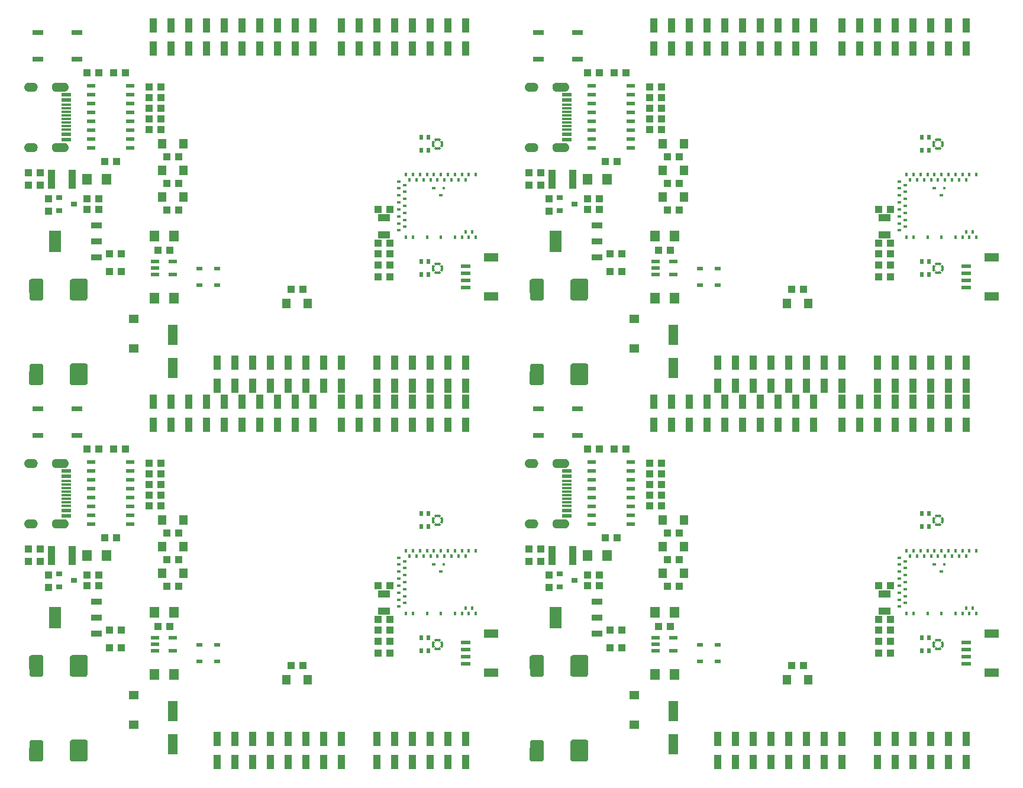
<source format=gtp>
G75*
%MOIN*%
%OFA0B0*%
%FSLAX25Y25*%
%IPPOS*%
%LPD*%
%AMOC8*
5,1,8,0,0,1.08239X$1,22.5*
%
%ADD10R,0.04331X0.03937*%
%ADD11R,0.05512X0.06299*%
%ADD12R,0.05512X0.11811*%
%ADD13R,0.03937X0.04331*%
%ADD14R,0.03543X0.03150*%
%ADD15R,0.06000X0.03300*%
%ADD16R,0.07000X0.12300*%
%ADD17R,0.03937X0.07874*%
%ADD18R,0.04724X0.05512*%
%ADD19R,0.05787X0.05000*%
%ADD20C,0.02362*%
%ADD21C,0.00500*%
%ADD22R,0.04724X0.02165*%
%ADD23R,0.07874X0.04724*%
%ADD24R,0.05315X0.02362*%
%ADD25R,0.05709X0.01181*%
%ADD26R,0.05709X0.02362*%
%ADD27R,0.05709X0.02165*%
%ADD28C,0.00039*%
%ADD29R,0.04724X0.02362*%
%ADD30R,0.06000X0.03000*%
%ADD31R,0.03937X0.11024*%
%ADD32R,0.01575X0.02362*%
%ADD33R,0.02362X0.01575*%
%ADD34R,0.01378X0.01378*%
%ADD35R,0.03268X0.02480*%
%ADD36R,0.02055X0.02854*%
%ADD37R,0.00669X0.01969*%
%ADD38C,0.00197*%
%ADD39R,0.07087X0.03937*%
D10*
X0256654Y0218000D03*
X0263346Y0218000D03*
X0305654Y0225000D03*
X0305654Y0231500D03*
X0305654Y0238000D03*
X0305654Y0244000D03*
X0312346Y0244000D03*
X0312346Y0238000D03*
X0312346Y0231500D03*
X0312346Y0225000D03*
X0312346Y0263000D03*
X0305654Y0263000D03*
X0390654Y0276500D03*
X0397346Y0276500D03*
X0397346Y0283500D03*
X0390654Y0283500D03*
X0423654Y0269000D03*
X0423654Y0263000D03*
X0430346Y0263000D03*
X0430346Y0269000D03*
X0433654Y0290000D03*
X0440346Y0290000D03*
X0458654Y0308000D03*
X0458654Y0314000D03*
X0458654Y0320000D03*
X0458654Y0326000D03*
X0458654Y0332000D03*
X0465346Y0332000D03*
X0465346Y0326000D03*
X0465346Y0320000D03*
X0465346Y0314000D03*
X0465346Y0308000D03*
X0468654Y0292500D03*
X0475346Y0292500D03*
X0475346Y0277500D03*
X0468654Y0277500D03*
X0468654Y0262500D03*
X0475346Y0262500D03*
X0470346Y0240000D03*
X0463654Y0240000D03*
X0442846Y0238000D03*
X0436154Y0238000D03*
X0436154Y0228000D03*
X0442846Y0228000D03*
X0538654Y0218000D03*
X0545346Y0218000D03*
X0587654Y0225000D03*
X0587654Y0231500D03*
X0587654Y0238000D03*
X0587654Y0244000D03*
X0594346Y0244000D03*
X0594346Y0238000D03*
X0594346Y0231500D03*
X0594346Y0225000D03*
X0594346Y0263000D03*
X0587654Y0263000D03*
X0445346Y0340000D03*
X0438654Y0340000D03*
X0430346Y0340000D03*
X0423654Y0340000D03*
X0538654Y0430000D03*
X0545346Y0430000D03*
X0587654Y0437000D03*
X0587654Y0443500D03*
X0587654Y0450000D03*
X0587654Y0456000D03*
X0594346Y0456000D03*
X0594346Y0450000D03*
X0594346Y0443500D03*
X0594346Y0437000D03*
X0594346Y0475000D03*
X0587654Y0475000D03*
X0475346Y0474500D03*
X0468654Y0474500D03*
X0468654Y0489500D03*
X0475346Y0489500D03*
X0475346Y0504500D03*
X0468654Y0504500D03*
X0465346Y0520000D03*
X0465346Y0526000D03*
X0465346Y0532000D03*
X0465346Y0538000D03*
X0465346Y0544000D03*
X0458654Y0544000D03*
X0458654Y0538000D03*
X0458654Y0532000D03*
X0458654Y0526000D03*
X0458654Y0520000D03*
X0440346Y0502000D03*
X0433654Y0502000D03*
X0430346Y0481000D03*
X0430346Y0475000D03*
X0423654Y0475000D03*
X0423654Y0481000D03*
X0397346Y0488500D03*
X0390654Y0488500D03*
X0390654Y0495500D03*
X0397346Y0495500D03*
X0436154Y0450000D03*
X0442846Y0450000D03*
X0442846Y0440000D03*
X0436154Y0440000D03*
X0463654Y0452000D03*
X0470346Y0452000D03*
X0445346Y0552000D03*
X0438654Y0552000D03*
X0430346Y0552000D03*
X0423654Y0552000D03*
X0312346Y0475000D03*
X0305654Y0475000D03*
X0305654Y0456000D03*
X0305654Y0450000D03*
X0305654Y0443500D03*
X0305654Y0437000D03*
X0312346Y0437000D03*
X0312346Y0443500D03*
X0312346Y0450000D03*
X0312346Y0456000D03*
X0263346Y0430000D03*
X0256654Y0430000D03*
X0193346Y0474500D03*
X0186654Y0474500D03*
X0186654Y0489500D03*
X0193346Y0489500D03*
X0193346Y0504500D03*
X0186654Y0504500D03*
X0183346Y0520000D03*
X0183346Y0526000D03*
X0183346Y0532000D03*
X0183346Y0538000D03*
X0183346Y0544000D03*
X0176654Y0544000D03*
X0176654Y0538000D03*
X0176654Y0532000D03*
X0176654Y0526000D03*
X0176654Y0520000D03*
X0158346Y0502000D03*
X0151654Y0502000D03*
X0148346Y0481000D03*
X0148346Y0475000D03*
X0141654Y0475000D03*
X0141654Y0481000D03*
X0115346Y0488500D03*
X0108654Y0488500D03*
X0108654Y0495500D03*
X0115346Y0495500D03*
X0154154Y0450000D03*
X0160846Y0450000D03*
X0160846Y0440000D03*
X0154154Y0440000D03*
X0181654Y0452000D03*
X0188346Y0452000D03*
X0163346Y0552000D03*
X0156654Y0552000D03*
X0148346Y0552000D03*
X0141654Y0552000D03*
X0141654Y0340000D03*
X0148346Y0340000D03*
X0156654Y0340000D03*
X0163346Y0340000D03*
X0176654Y0332000D03*
X0176654Y0326000D03*
X0176654Y0320000D03*
X0176654Y0314000D03*
X0176654Y0308000D03*
X0183346Y0308000D03*
X0183346Y0314000D03*
X0183346Y0320000D03*
X0183346Y0326000D03*
X0183346Y0332000D03*
X0186654Y0292500D03*
X0193346Y0292500D03*
X0193346Y0277500D03*
X0186654Y0277500D03*
X0186654Y0262500D03*
X0193346Y0262500D03*
X0188346Y0240000D03*
X0181654Y0240000D03*
X0160846Y0238000D03*
X0154154Y0238000D03*
X0154154Y0228000D03*
X0160846Y0228000D03*
X0148346Y0263000D03*
X0148346Y0269000D03*
X0141654Y0269000D03*
X0141654Y0263000D03*
X0151654Y0290000D03*
X0158346Y0290000D03*
X0115346Y0283500D03*
X0108654Y0283500D03*
X0108654Y0276500D03*
X0115346Y0276500D03*
D11*
X0141488Y0280000D03*
X0152512Y0280000D03*
X0179488Y0248000D03*
X0190512Y0248000D03*
X0190512Y0213000D03*
X0179488Y0213000D03*
X0423488Y0280000D03*
X0434512Y0280000D03*
X0461488Y0248000D03*
X0472512Y0248000D03*
X0472512Y0213000D03*
X0461488Y0213000D03*
X0461488Y0425000D03*
X0472512Y0425000D03*
X0472512Y0460000D03*
X0461488Y0460000D03*
X0434512Y0492000D03*
X0423488Y0492000D03*
X0190512Y0460000D03*
X0179488Y0460000D03*
X0152512Y0492000D03*
X0141488Y0492000D03*
X0179488Y0425000D03*
X0190512Y0425000D03*
D12*
X0190000Y0404449D03*
X0190000Y0385551D03*
X0190000Y0192449D03*
X0190000Y0173551D03*
X0472000Y0173551D03*
X0472000Y0192449D03*
X0472000Y0385551D03*
X0472000Y0404449D03*
D13*
X0402000Y0474154D03*
X0402000Y0480846D03*
X0402000Y0268846D03*
X0402000Y0262154D03*
X0120000Y0262154D03*
X0120000Y0268846D03*
X0120000Y0474154D03*
X0120000Y0480846D03*
D14*
X0126063Y0481740D03*
X0126063Y0474260D03*
X0134331Y0478000D03*
X0126063Y0269740D03*
X0134331Y0266000D03*
X0126063Y0262260D03*
X0408063Y0262260D03*
X0408063Y0269740D03*
X0416331Y0266000D03*
X0408063Y0474260D03*
X0408063Y0481740D03*
X0416331Y0478000D03*
D15*
X0428890Y0466010D03*
X0428890Y0457000D03*
X0428890Y0448060D03*
X0428890Y0254010D03*
X0428890Y0245000D03*
X0428890Y0236060D03*
X0146890Y0236060D03*
X0146890Y0245000D03*
X0146890Y0254010D03*
X0146890Y0448060D03*
X0146890Y0457000D03*
X0146890Y0466010D03*
D16*
X0123500Y0457000D03*
X0123500Y0245000D03*
X0405500Y0245000D03*
X0405500Y0457000D03*
D17*
X0355000Y0388496D03*
X0345000Y0388496D03*
X0335000Y0388496D03*
X0325000Y0388496D03*
X0315000Y0388496D03*
X0305000Y0388496D03*
X0305000Y0375504D03*
X0305000Y0366496D03*
X0295000Y0366496D03*
X0285000Y0366496D03*
X0285000Y0375504D03*
X0275000Y0375504D03*
X0265000Y0375504D03*
X0269000Y0366496D03*
X0259000Y0366496D03*
X0255000Y0375504D03*
X0249000Y0366496D03*
X0245000Y0375504D03*
X0235000Y0375504D03*
X0239000Y0366496D03*
X0229000Y0366496D03*
X0225000Y0375504D03*
X0219000Y0366496D03*
X0215000Y0375504D03*
X0209000Y0366496D03*
X0199000Y0366496D03*
X0189000Y0366496D03*
X0179000Y0366496D03*
X0179000Y0353504D03*
X0189000Y0353504D03*
X0199000Y0353504D03*
X0209000Y0353504D03*
X0219000Y0353504D03*
X0229000Y0353504D03*
X0239000Y0353504D03*
X0249000Y0353504D03*
X0259000Y0353504D03*
X0269000Y0353504D03*
X0285000Y0353504D03*
X0295000Y0353504D03*
X0305000Y0353504D03*
X0315000Y0353504D03*
X0325000Y0353504D03*
X0335000Y0353504D03*
X0345000Y0353504D03*
X0355000Y0353504D03*
X0355000Y0366496D03*
X0355000Y0375504D03*
X0345000Y0375504D03*
X0345000Y0366496D03*
X0335000Y0366496D03*
X0335000Y0375504D03*
X0325000Y0375504D03*
X0325000Y0366496D03*
X0315000Y0366496D03*
X0315000Y0375504D03*
X0285000Y0388496D03*
X0275000Y0388496D03*
X0265000Y0388496D03*
X0255000Y0388496D03*
X0245000Y0388496D03*
X0235000Y0388496D03*
X0225000Y0388496D03*
X0215000Y0388496D03*
X0219000Y0565504D03*
X0209000Y0565504D03*
X0199000Y0565504D03*
X0189000Y0565504D03*
X0179000Y0565504D03*
X0179000Y0578496D03*
X0189000Y0578496D03*
X0199000Y0578496D03*
X0209000Y0578496D03*
X0219000Y0578496D03*
X0229000Y0578496D03*
X0239000Y0578496D03*
X0249000Y0578496D03*
X0259000Y0578496D03*
X0269000Y0578496D03*
X0269000Y0565504D03*
X0259000Y0565504D03*
X0249000Y0565504D03*
X0239000Y0565504D03*
X0229000Y0565504D03*
X0285000Y0565504D03*
X0295000Y0565504D03*
X0305000Y0565504D03*
X0315000Y0565504D03*
X0325000Y0565504D03*
X0335000Y0565504D03*
X0345000Y0565504D03*
X0355000Y0565504D03*
X0355000Y0578496D03*
X0345000Y0578496D03*
X0335000Y0578496D03*
X0325000Y0578496D03*
X0315000Y0578496D03*
X0305000Y0578496D03*
X0295000Y0578496D03*
X0285000Y0578496D03*
X0461000Y0578496D03*
X0471000Y0578496D03*
X0481000Y0578496D03*
X0491000Y0578496D03*
X0501000Y0578496D03*
X0511000Y0578496D03*
X0521000Y0578496D03*
X0531000Y0578496D03*
X0541000Y0578496D03*
X0551000Y0578496D03*
X0551000Y0565504D03*
X0541000Y0565504D03*
X0531000Y0565504D03*
X0521000Y0565504D03*
X0511000Y0565504D03*
X0501000Y0565504D03*
X0491000Y0565504D03*
X0481000Y0565504D03*
X0471000Y0565504D03*
X0461000Y0565504D03*
X0567000Y0565504D03*
X0577000Y0565504D03*
X0587000Y0565504D03*
X0597000Y0565504D03*
X0607000Y0565504D03*
X0617000Y0565504D03*
X0627000Y0565504D03*
X0637000Y0565504D03*
X0637000Y0578496D03*
X0627000Y0578496D03*
X0617000Y0578496D03*
X0607000Y0578496D03*
X0597000Y0578496D03*
X0587000Y0578496D03*
X0577000Y0578496D03*
X0567000Y0578496D03*
X0567000Y0388496D03*
X0557000Y0388496D03*
X0547000Y0388496D03*
X0537000Y0388496D03*
X0527000Y0388496D03*
X0517000Y0388496D03*
X0507000Y0388496D03*
X0497000Y0388496D03*
X0497000Y0375504D03*
X0501000Y0366496D03*
X0511000Y0366496D03*
X0507000Y0375504D03*
X0517000Y0375504D03*
X0521000Y0366496D03*
X0531000Y0366496D03*
X0527000Y0375504D03*
X0537000Y0375504D03*
X0541000Y0366496D03*
X0551000Y0366496D03*
X0547000Y0375504D03*
X0557000Y0375504D03*
X0567000Y0375504D03*
X0567000Y0366496D03*
X0577000Y0366496D03*
X0587000Y0366496D03*
X0587000Y0375504D03*
X0597000Y0375504D03*
X0597000Y0366496D03*
X0607000Y0366496D03*
X0607000Y0375504D03*
X0617000Y0375504D03*
X0617000Y0366496D03*
X0627000Y0366496D03*
X0627000Y0375504D03*
X0637000Y0375504D03*
X0637000Y0366496D03*
X0637000Y0353504D03*
X0627000Y0353504D03*
X0617000Y0353504D03*
X0607000Y0353504D03*
X0597000Y0353504D03*
X0587000Y0353504D03*
X0577000Y0353504D03*
X0567000Y0353504D03*
X0551000Y0353504D03*
X0541000Y0353504D03*
X0531000Y0353504D03*
X0521000Y0353504D03*
X0511000Y0353504D03*
X0501000Y0353504D03*
X0491000Y0353504D03*
X0481000Y0353504D03*
X0471000Y0353504D03*
X0461000Y0353504D03*
X0461000Y0366496D03*
X0471000Y0366496D03*
X0481000Y0366496D03*
X0491000Y0366496D03*
X0587000Y0388496D03*
X0597000Y0388496D03*
X0607000Y0388496D03*
X0617000Y0388496D03*
X0627000Y0388496D03*
X0637000Y0388496D03*
X0637000Y0176496D03*
X0627000Y0176496D03*
X0617000Y0176496D03*
X0607000Y0176496D03*
X0597000Y0176496D03*
X0587000Y0176496D03*
X0587000Y0163504D03*
X0597000Y0163504D03*
X0607000Y0163504D03*
X0617000Y0163504D03*
X0627000Y0163504D03*
X0637000Y0163504D03*
X0567000Y0163504D03*
X0557000Y0163504D03*
X0547000Y0163504D03*
X0537000Y0163504D03*
X0527000Y0163504D03*
X0517000Y0163504D03*
X0507000Y0163504D03*
X0497000Y0163504D03*
X0497000Y0176496D03*
X0507000Y0176496D03*
X0517000Y0176496D03*
X0527000Y0176496D03*
X0537000Y0176496D03*
X0547000Y0176496D03*
X0557000Y0176496D03*
X0567000Y0176496D03*
X0355000Y0176496D03*
X0345000Y0176496D03*
X0335000Y0176496D03*
X0325000Y0176496D03*
X0315000Y0176496D03*
X0305000Y0176496D03*
X0305000Y0163504D03*
X0315000Y0163504D03*
X0325000Y0163504D03*
X0335000Y0163504D03*
X0345000Y0163504D03*
X0355000Y0163504D03*
X0285000Y0163504D03*
X0275000Y0163504D03*
X0265000Y0163504D03*
X0255000Y0163504D03*
X0245000Y0163504D03*
X0235000Y0163504D03*
X0225000Y0163504D03*
X0215000Y0163504D03*
X0215000Y0176496D03*
X0225000Y0176496D03*
X0235000Y0176496D03*
X0245000Y0176496D03*
X0255000Y0176496D03*
X0265000Y0176496D03*
X0275000Y0176496D03*
X0285000Y0176496D03*
D18*
X0265906Y0210000D03*
X0254094Y0210000D03*
X0195906Y0270000D03*
X0184094Y0270000D03*
X0184094Y0285000D03*
X0195906Y0285000D03*
X0195906Y0300000D03*
X0184094Y0300000D03*
X0254094Y0422000D03*
X0265906Y0422000D03*
X0195906Y0482000D03*
X0184094Y0482000D03*
X0184094Y0497000D03*
X0195906Y0497000D03*
X0195906Y0512000D03*
X0184094Y0512000D03*
X0466094Y0512000D03*
X0477906Y0512000D03*
X0477906Y0497000D03*
X0466094Y0497000D03*
X0466094Y0482000D03*
X0477906Y0482000D03*
X0536094Y0422000D03*
X0547906Y0422000D03*
X0477906Y0300000D03*
X0466094Y0300000D03*
X0466094Y0285000D03*
X0477906Y0285000D03*
X0477906Y0270000D03*
X0466094Y0270000D03*
X0536094Y0210000D03*
X0547906Y0210000D03*
D19*
X0450000Y0201465D03*
X0450000Y0184535D03*
X0450000Y0396535D03*
X0450000Y0413465D03*
X0168000Y0413465D03*
X0168000Y0396535D03*
X0168000Y0201465D03*
X0168000Y0184535D03*
D20*
X0139772Y0168016D02*
X0134260Y0168016D01*
X0134260Y0175102D01*
X0139772Y0175102D01*
X0139772Y0168016D01*
X0139772Y0170260D02*
X0134260Y0170260D01*
X0134260Y0172504D02*
X0139772Y0172504D01*
X0139772Y0174748D02*
X0134260Y0174748D01*
X0115756Y0168016D02*
X0110244Y0168016D01*
X0110244Y0175102D01*
X0115756Y0175102D01*
X0115756Y0168016D01*
X0115756Y0170260D02*
X0110244Y0170260D01*
X0110244Y0172504D02*
X0115756Y0172504D01*
X0115756Y0174748D02*
X0110244Y0174748D01*
X0110244Y0212898D02*
X0115756Y0212898D01*
X0110244Y0212898D02*
X0110244Y0219984D01*
X0115756Y0219984D01*
X0115756Y0212898D01*
X0115756Y0215142D02*
X0110244Y0215142D01*
X0110244Y0217386D02*
X0115756Y0217386D01*
X0115756Y0219630D02*
X0110244Y0219630D01*
X0134260Y0212898D02*
X0139772Y0212898D01*
X0134260Y0212898D02*
X0134260Y0219984D01*
X0139772Y0219984D01*
X0139772Y0212898D01*
X0139772Y0215142D02*
X0134260Y0215142D01*
X0134260Y0217386D02*
X0139772Y0217386D01*
X0139772Y0219630D02*
X0134260Y0219630D01*
X0134260Y0380016D02*
X0139772Y0380016D01*
X0134260Y0380016D02*
X0134260Y0387102D01*
X0139772Y0387102D01*
X0139772Y0380016D01*
X0139772Y0382260D02*
X0134260Y0382260D01*
X0134260Y0384504D02*
X0139772Y0384504D01*
X0139772Y0386748D02*
X0134260Y0386748D01*
X0115756Y0380016D02*
X0110244Y0380016D01*
X0110244Y0387102D01*
X0115756Y0387102D01*
X0115756Y0380016D01*
X0115756Y0382260D02*
X0110244Y0382260D01*
X0110244Y0384504D02*
X0115756Y0384504D01*
X0115756Y0386748D02*
X0110244Y0386748D01*
X0110244Y0424898D02*
X0115756Y0424898D01*
X0110244Y0424898D02*
X0110244Y0431984D01*
X0115756Y0431984D01*
X0115756Y0424898D01*
X0115756Y0427142D02*
X0110244Y0427142D01*
X0110244Y0429386D02*
X0115756Y0429386D01*
X0115756Y0431630D02*
X0110244Y0431630D01*
X0134260Y0424898D02*
X0139772Y0424898D01*
X0134260Y0424898D02*
X0134260Y0431984D01*
X0139772Y0431984D01*
X0139772Y0424898D01*
X0139772Y0427142D02*
X0134260Y0427142D01*
X0134260Y0429386D02*
X0139772Y0429386D01*
X0139772Y0431630D02*
X0134260Y0431630D01*
X0392244Y0424898D02*
X0397756Y0424898D01*
X0392244Y0424898D02*
X0392244Y0431984D01*
X0397756Y0431984D01*
X0397756Y0424898D01*
X0397756Y0427142D02*
X0392244Y0427142D01*
X0392244Y0429386D02*
X0397756Y0429386D01*
X0397756Y0431630D02*
X0392244Y0431630D01*
X0416260Y0424898D02*
X0421772Y0424898D01*
X0416260Y0424898D02*
X0416260Y0431984D01*
X0421772Y0431984D01*
X0421772Y0424898D01*
X0421772Y0427142D02*
X0416260Y0427142D01*
X0416260Y0429386D02*
X0421772Y0429386D01*
X0421772Y0431630D02*
X0416260Y0431630D01*
X0416260Y0380016D02*
X0421772Y0380016D01*
X0416260Y0380016D02*
X0416260Y0387102D01*
X0421772Y0387102D01*
X0421772Y0380016D01*
X0421772Y0382260D02*
X0416260Y0382260D01*
X0416260Y0384504D02*
X0421772Y0384504D01*
X0421772Y0386748D02*
X0416260Y0386748D01*
X0397756Y0380016D02*
X0392244Y0380016D01*
X0392244Y0387102D01*
X0397756Y0387102D01*
X0397756Y0380016D01*
X0397756Y0382260D02*
X0392244Y0382260D01*
X0392244Y0384504D02*
X0397756Y0384504D01*
X0397756Y0386748D02*
X0392244Y0386748D01*
X0392244Y0212898D02*
X0397756Y0212898D01*
X0392244Y0212898D02*
X0392244Y0219984D01*
X0397756Y0219984D01*
X0397756Y0212898D01*
X0397756Y0215142D02*
X0392244Y0215142D01*
X0392244Y0217386D02*
X0397756Y0217386D01*
X0397756Y0219630D02*
X0392244Y0219630D01*
X0416260Y0212898D02*
X0421772Y0212898D01*
X0416260Y0212898D02*
X0416260Y0219984D01*
X0421772Y0219984D01*
X0421772Y0212898D01*
X0421772Y0215142D02*
X0416260Y0215142D01*
X0416260Y0217386D02*
X0421772Y0217386D01*
X0421772Y0219630D02*
X0416260Y0219630D01*
X0416260Y0168016D02*
X0421772Y0168016D01*
X0416260Y0168016D02*
X0416260Y0175102D01*
X0421772Y0175102D01*
X0421772Y0168016D01*
X0421772Y0170260D02*
X0416260Y0170260D01*
X0416260Y0172504D02*
X0421772Y0172504D01*
X0421772Y0174748D02*
X0416260Y0174748D01*
X0397756Y0168016D02*
X0392244Y0168016D01*
X0392244Y0175102D01*
X0397756Y0175102D01*
X0397756Y0168016D01*
X0397756Y0170260D02*
X0392244Y0170260D01*
X0392244Y0172504D02*
X0397756Y0172504D01*
X0397756Y0174748D02*
X0392244Y0174748D01*
D21*
X0110126Y0164365D02*
X0109873Y0164489D01*
X0109653Y0164666D01*
X0109479Y0164888D01*
X0109359Y0165143D01*
X0109298Y0165418D01*
X0109300Y0165700D01*
X0109300Y0171700D01*
X0116700Y0171800D01*
X0116700Y0166000D01*
X0116707Y0165661D01*
X0116638Y0165329D01*
X0116497Y0165021D01*
X0116292Y0164752D01*
X0116031Y0164535D01*
X0115729Y0164382D01*
X0115400Y0164300D01*
X0110400Y0164300D01*
X0110126Y0164365D01*
X0109877Y0164487D02*
X0115935Y0164487D01*
X0116470Y0164985D02*
X0109433Y0164985D01*
X0109298Y0165484D02*
X0116670Y0165484D01*
X0116700Y0165982D02*
X0109300Y0165982D01*
X0109300Y0166481D02*
X0116700Y0166481D01*
X0116700Y0166979D02*
X0109300Y0166979D01*
X0109300Y0167478D02*
X0116700Y0167478D01*
X0116700Y0167976D02*
X0109300Y0167976D01*
X0109300Y0168475D02*
X0116700Y0168475D01*
X0116700Y0168973D02*
X0109300Y0168973D01*
X0109300Y0169472D02*
X0116700Y0169472D01*
X0116700Y0169970D02*
X0109300Y0169970D01*
X0109300Y0170469D02*
X0116700Y0170469D01*
X0116700Y0170967D02*
X0109300Y0170967D01*
X0109300Y0171466D02*
X0116700Y0171466D01*
X0132300Y0171466D02*
X0141700Y0171466D01*
X0141700Y0171964D02*
X0132300Y0171964D01*
X0132300Y0172463D02*
X0141700Y0172463D01*
X0141700Y0172961D02*
X0132300Y0172961D01*
X0132300Y0173460D02*
X0141700Y0173460D01*
X0141700Y0173958D02*
X0132300Y0173958D01*
X0132300Y0174457D02*
X0141700Y0174457D01*
X0141700Y0174584D02*
X0141662Y0174920D01*
X0141549Y0175239D01*
X0141368Y0175525D01*
X0141128Y0175762D01*
X0140841Y0175940D01*
X0140520Y0176049D01*
X0140184Y0176084D01*
X0133784Y0176016D01*
X0133453Y0175975D01*
X0133139Y0175862D01*
X0132858Y0175683D01*
X0132623Y0175446D01*
X0132447Y0175163D01*
X0132337Y0174847D01*
X0132300Y0174516D01*
X0132300Y0165700D01*
X0132298Y0165418D01*
X0132359Y0165143D01*
X0132479Y0164888D01*
X0132653Y0164666D01*
X0132873Y0164489D01*
X0133126Y0164365D01*
X0133400Y0164300D01*
X0140400Y0164300D01*
X0140729Y0164382D01*
X0141031Y0164535D01*
X0141292Y0164752D01*
X0141497Y0165021D01*
X0141638Y0165329D01*
X0141707Y0165661D01*
X0141700Y0166000D01*
X0141700Y0174584D01*
X0141649Y0174955D02*
X0132375Y0174955D01*
X0132631Y0175454D02*
X0141413Y0175454D01*
X0140805Y0175952D02*
X0133389Y0175952D01*
X0132300Y0170967D02*
X0141700Y0170967D01*
X0141700Y0170469D02*
X0132300Y0170469D01*
X0132300Y0169970D02*
X0141700Y0169970D01*
X0141700Y0169472D02*
X0132300Y0169472D01*
X0132300Y0168973D02*
X0141700Y0168973D01*
X0141700Y0168475D02*
X0132300Y0168475D01*
X0132300Y0167976D02*
X0141700Y0167976D01*
X0141700Y0167478D02*
X0132300Y0167478D01*
X0132300Y0166979D02*
X0141700Y0166979D01*
X0141700Y0166481D02*
X0132300Y0166481D01*
X0132300Y0165982D02*
X0141700Y0165982D01*
X0141670Y0165484D02*
X0132298Y0165484D01*
X0132433Y0164985D02*
X0141470Y0164985D01*
X0140935Y0164487D02*
X0132877Y0164487D01*
X0133816Y0211916D02*
X0140216Y0211984D01*
X0140547Y0212025D01*
X0140861Y0212138D01*
X0141142Y0212317D01*
X0141377Y0212554D01*
X0141553Y0212837D01*
X0141663Y0213153D01*
X0141700Y0213484D01*
X0141700Y0222300D01*
X0141702Y0222582D01*
X0141641Y0222857D01*
X0141521Y0223112D01*
X0141347Y0223334D01*
X0141127Y0223511D01*
X0140874Y0223635D01*
X0140600Y0223700D01*
X0133600Y0223700D01*
X0133271Y0223618D01*
X0132969Y0223465D01*
X0132708Y0223248D01*
X0132503Y0222979D01*
X0132362Y0222671D01*
X0132293Y0222339D01*
X0132300Y0222000D01*
X0132300Y0213416D01*
X0132338Y0213080D01*
X0132451Y0212761D01*
X0132632Y0212475D01*
X0132872Y0212238D01*
X0133159Y0212060D01*
X0133480Y0211951D01*
X0133816Y0211916D01*
X0132765Y0212344D02*
X0141169Y0212344D01*
X0141555Y0212842D02*
X0132422Y0212842D01*
X0132309Y0213341D02*
X0141684Y0213341D01*
X0141700Y0213839D02*
X0132300Y0213839D01*
X0132300Y0214338D02*
X0141700Y0214338D01*
X0141700Y0214836D02*
X0132300Y0214836D01*
X0132300Y0215335D02*
X0141700Y0215335D01*
X0141700Y0215833D02*
X0132300Y0215833D01*
X0132300Y0216332D02*
X0141700Y0216332D01*
X0141700Y0216830D02*
X0132300Y0216830D01*
X0132300Y0217329D02*
X0141700Y0217329D01*
X0141700Y0217827D02*
X0132300Y0217827D01*
X0132300Y0218326D02*
X0141700Y0218326D01*
X0141700Y0218824D02*
X0132300Y0218824D01*
X0132300Y0219323D02*
X0141700Y0219323D01*
X0141700Y0219821D02*
X0132300Y0219821D01*
X0132300Y0220320D02*
X0141700Y0220320D01*
X0141700Y0220818D02*
X0132300Y0220818D01*
X0132300Y0221317D02*
X0141700Y0221317D01*
X0141700Y0221815D02*
X0132300Y0221815D01*
X0132294Y0222314D02*
X0141700Y0222314D01*
X0141651Y0222812D02*
X0132427Y0222812D01*
X0132784Y0223311D02*
X0141365Y0223311D01*
X0116702Y0222582D02*
X0116641Y0222857D01*
X0116521Y0223112D01*
X0116347Y0223334D01*
X0116127Y0223511D01*
X0115874Y0223635D01*
X0115600Y0223700D01*
X0110600Y0223700D01*
X0110271Y0223618D01*
X0109969Y0223465D01*
X0109708Y0223248D01*
X0109503Y0222979D01*
X0109362Y0222671D01*
X0109293Y0222339D01*
X0109300Y0222000D01*
X0109300Y0216200D01*
X0116700Y0216300D01*
X0116700Y0222300D01*
X0116702Y0222582D01*
X0116651Y0222812D02*
X0109427Y0222812D01*
X0109294Y0222314D02*
X0116700Y0222314D01*
X0116700Y0221815D02*
X0109300Y0221815D01*
X0109300Y0221317D02*
X0116700Y0221317D01*
X0116700Y0220818D02*
X0109300Y0220818D01*
X0109300Y0220320D02*
X0116700Y0220320D01*
X0116700Y0219821D02*
X0109300Y0219821D01*
X0109300Y0219323D02*
X0116700Y0219323D01*
X0116700Y0218824D02*
X0109300Y0218824D01*
X0109300Y0218326D02*
X0116700Y0218326D01*
X0116700Y0217827D02*
X0109300Y0217827D01*
X0109300Y0217329D02*
X0116700Y0217329D01*
X0116700Y0216830D02*
X0109300Y0216830D01*
X0109300Y0216332D02*
X0116700Y0216332D01*
X0116365Y0223311D02*
X0109784Y0223311D01*
X0110400Y0376300D02*
X0115400Y0376300D01*
X0115729Y0376382D01*
X0116031Y0376535D01*
X0116292Y0376752D01*
X0116497Y0377021D01*
X0116638Y0377329D01*
X0116707Y0377661D01*
X0116700Y0378000D01*
X0116700Y0383800D01*
X0109300Y0383700D01*
X0109300Y0377700D01*
X0109298Y0377418D01*
X0109359Y0377143D01*
X0109479Y0376888D01*
X0109653Y0376666D01*
X0109873Y0376489D01*
X0110126Y0376365D01*
X0110400Y0376300D01*
X0110171Y0376354D02*
X0115616Y0376354D01*
X0116368Y0376852D02*
X0109507Y0376852D01*
X0109313Y0377351D02*
X0116643Y0377351D01*
X0116703Y0377849D02*
X0109300Y0377849D01*
X0109300Y0378348D02*
X0116700Y0378348D01*
X0116700Y0378846D02*
X0109300Y0378846D01*
X0109300Y0379345D02*
X0116700Y0379345D01*
X0116700Y0379843D02*
X0109300Y0379843D01*
X0109300Y0380342D02*
X0116700Y0380342D01*
X0116700Y0380841D02*
X0109300Y0380841D01*
X0109300Y0381339D02*
X0116700Y0381339D01*
X0116700Y0381838D02*
X0109300Y0381838D01*
X0109300Y0382336D02*
X0116700Y0382336D01*
X0116700Y0382835D02*
X0109300Y0382835D01*
X0109300Y0383333D02*
X0116700Y0383333D01*
X0132300Y0383333D02*
X0141700Y0383333D01*
X0141700Y0382835D02*
X0132300Y0382835D01*
X0132300Y0382336D02*
X0141700Y0382336D01*
X0141700Y0381838D02*
X0132300Y0381838D01*
X0132300Y0381339D02*
X0141700Y0381339D01*
X0141700Y0380841D02*
X0132300Y0380841D01*
X0132300Y0380342D02*
X0141700Y0380342D01*
X0141700Y0379843D02*
X0132300Y0379843D01*
X0132300Y0379345D02*
X0141700Y0379345D01*
X0141700Y0378846D02*
X0132300Y0378846D01*
X0132300Y0378348D02*
X0141700Y0378348D01*
X0141700Y0378000D02*
X0141700Y0386584D01*
X0141662Y0386920D01*
X0141549Y0387239D01*
X0141368Y0387525D01*
X0141128Y0387762D01*
X0140841Y0387940D01*
X0140520Y0388049D01*
X0140184Y0388084D01*
X0133784Y0388016D01*
X0133453Y0387975D01*
X0133139Y0387862D01*
X0132858Y0387683D01*
X0132623Y0387446D01*
X0132447Y0387163D01*
X0132337Y0386847D01*
X0132300Y0386516D01*
X0132300Y0377700D01*
X0132298Y0377418D01*
X0132359Y0377143D01*
X0132479Y0376888D01*
X0132653Y0376666D01*
X0132873Y0376489D01*
X0133126Y0376365D01*
X0133400Y0376300D01*
X0140400Y0376300D01*
X0140729Y0376382D01*
X0141031Y0376535D01*
X0141292Y0376752D01*
X0141497Y0377021D01*
X0141638Y0377329D01*
X0141707Y0377661D01*
X0141700Y0378000D01*
X0141703Y0377849D02*
X0132300Y0377849D01*
X0132313Y0377351D02*
X0141643Y0377351D01*
X0141368Y0376852D02*
X0132507Y0376852D01*
X0133171Y0376354D02*
X0140616Y0376354D01*
X0141700Y0383832D02*
X0132300Y0383832D01*
X0132300Y0384330D02*
X0141700Y0384330D01*
X0141700Y0384829D02*
X0132300Y0384829D01*
X0132300Y0385327D02*
X0141700Y0385327D01*
X0141700Y0385826D02*
X0132300Y0385826D01*
X0132300Y0386324D02*
X0141700Y0386324D01*
X0141673Y0386823D02*
X0132334Y0386823D01*
X0132545Y0387321D02*
X0141497Y0387321D01*
X0141035Y0387820D02*
X0133072Y0387820D01*
X0133816Y0423916D02*
X0140216Y0423984D01*
X0140547Y0424025D01*
X0140861Y0424138D01*
X0141142Y0424317D01*
X0141377Y0424554D01*
X0141553Y0424837D01*
X0141663Y0425153D01*
X0141700Y0425484D01*
X0141700Y0434300D01*
X0141702Y0434582D01*
X0141641Y0434857D01*
X0141521Y0435112D01*
X0141347Y0435334D01*
X0141127Y0435511D01*
X0140874Y0435635D01*
X0140600Y0435700D01*
X0133600Y0435700D01*
X0133271Y0435618D01*
X0132969Y0435465D01*
X0132708Y0435248D01*
X0132503Y0434979D01*
X0132362Y0434671D01*
X0132293Y0434339D01*
X0132300Y0434000D01*
X0132300Y0425416D01*
X0132338Y0425080D01*
X0132451Y0424761D01*
X0132632Y0424475D01*
X0132872Y0424238D01*
X0133159Y0424060D01*
X0133480Y0423951D01*
X0133816Y0423916D01*
X0132915Y0424211D02*
X0140976Y0424211D01*
X0141474Y0424710D02*
X0132483Y0424710D01*
X0132324Y0425208D02*
X0141669Y0425208D01*
X0141700Y0425707D02*
X0132300Y0425707D01*
X0132300Y0426205D02*
X0141700Y0426205D01*
X0141700Y0426704D02*
X0132300Y0426704D01*
X0132300Y0427202D02*
X0141700Y0427202D01*
X0141700Y0427701D02*
X0132300Y0427701D01*
X0132300Y0428199D02*
X0141700Y0428199D01*
X0141700Y0428698D02*
X0132300Y0428698D01*
X0132300Y0429196D02*
X0141700Y0429196D01*
X0141700Y0429695D02*
X0132300Y0429695D01*
X0132300Y0430193D02*
X0141700Y0430193D01*
X0141700Y0430692D02*
X0132300Y0430692D01*
X0132300Y0431190D02*
X0141700Y0431190D01*
X0141700Y0431689D02*
X0132300Y0431689D01*
X0132300Y0432187D02*
X0141700Y0432187D01*
X0141700Y0432686D02*
X0132300Y0432686D01*
X0132300Y0433184D02*
X0141700Y0433184D01*
X0141700Y0433683D02*
X0132300Y0433683D01*
X0132296Y0434181D02*
X0141700Y0434181D01*
X0141680Y0434680D02*
X0132366Y0434680D01*
X0132655Y0435178D02*
X0141469Y0435178D01*
X0140699Y0435677D02*
X0133507Y0435677D01*
X0116702Y0434582D02*
X0116641Y0434857D01*
X0116521Y0435112D01*
X0116347Y0435334D01*
X0116127Y0435511D01*
X0115874Y0435635D01*
X0115600Y0435700D01*
X0110600Y0435700D01*
X0110271Y0435618D01*
X0109969Y0435465D01*
X0109708Y0435248D01*
X0109503Y0434979D01*
X0109362Y0434671D01*
X0109293Y0434339D01*
X0109300Y0434000D01*
X0109300Y0428200D01*
X0116700Y0428300D01*
X0116700Y0434300D01*
X0116702Y0434582D01*
X0116680Y0434680D02*
X0109366Y0434680D01*
X0109296Y0434181D02*
X0116700Y0434181D01*
X0116700Y0433683D02*
X0109300Y0433683D01*
X0109300Y0433184D02*
X0116700Y0433184D01*
X0116700Y0432686D02*
X0109300Y0432686D01*
X0109300Y0432187D02*
X0116700Y0432187D01*
X0116700Y0431689D02*
X0109300Y0431689D01*
X0109300Y0431190D02*
X0116700Y0431190D01*
X0116700Y0430692D02*
X0109300Y0430692D01*
X0109300Y0430193D02*
X0116700Y0430193D01*
X0116700Y0429695D02*
X0109300Y0429695D01*
X0109300Y0429196D02*
X0116700Y0429196D01*
X0116700Y0428698D02*
X0109300Y0428698D01*
X0109655Y0435178D02*
X0116469Y0435178D01*
X0115699Y0435677D02*
X0110507Y0435677D01*
X0391293Y0434339D02*
X0391300Y0434000D01*
X0391300Y0428200D01*
X0398700Y0428300D01*
X0398700Y0434300D01*
X0398702Y0434582D01*
X0398641Y0434857D01*
X0398521Y0435112D01*
X0398347Y0435334D01*
X0398127Y0435511D01*
X0397874Y0435635D01*
X0397600Y0435700D01*
X0392600Y0435700D01*
X0392271Y0435618D01*
X0391969Y0435465D01*
X0391708Y0435248D01*
X0391503Y0434979D01*
X0391362Y0434671D01*
X0391293Y0434339D01*
X0391296Y0434181D02*
X0398700Y0434181D01*
X0398700Y0433683D02*
X0391300Y0433683D01*
X0391300Y0433184D02*
X0398700Y0433184D01*
X0398700Y0432686D02*
X0391300Y0432686D01*
X0391300Y0432187D02*
X0398700Y0432187D01*
X0398700Y0431689D02*
X0391300Y0431689D01*
X0391300Y0431190D02*
X0398700Y0431190D01*
X0398700Y0430692D02*
X0391300Y0430692D01*
X0391300Y0430193D02*
X0398700Y0430193D01*
X0398700Y0429695D02*
X0391300Y0429695D01*
X0391300Y0429196D02*
X0398700Y0429196D01*
X0398700Y0428698D02*
X0391300Y0428698D01*
X0391366Y0434680D02*
X0398680Y0434680D01*
X0398469Y0435178D02*
X0391655Y0435178D01*
X0392507Y0435677D02*
X0397699Y0435677D01*
X0414293Y0434339D02*
X0414300Y0434000D01*
X0414300Y0425416D01*
X0414338Y0425080D01*
X0414451Y0424761D01*
X0414632Y0424475D01*
X0414872Y0424238D01*
X0415159Y0424060D01*
X0415480Y0423951D01*
X0415816Y0423916D01*
X0422216Y0423984D01*
X0422547Y0424025D01*
X0422861Y0424138D01*
X0423142Y0424317D01*
X0423377Y0424554D01*
X0423553Y0424837D01*
X0423663Y0425153D01*
X0423700Y0425484D01*
X0423700Y0434300D01*
X0423702Y0434582D01*
X0423641Y0434857D01*
X0423521Y0435112D01*
X0423347Y0435334D01*
X0423127Y0435511D01*
X0422874Y0435635D01*
X0422600Y0435700D01*
X0415600Y0435700D01*
X0415271Y0435618D01*
X0414969Y0435465D01*
X0414708Y0435248D01*
X0414503Y0434979D01*
X0414362Y0434671D01*
X0414293Y0434339D01*
X0414296Y0434181D02*
X0423700Y0434181D01*
X0423700Y0433683D02*
X0414300Y0433683D01*
X0414300Y0433184D02*
X0423700Y0433184D01*
X0423700Y0432686D02*
X0414300Y0432686D01*
X0414300Y0432187D02*
X0423700Y0432187D01*
X0423700Y0431689D02*
X0414300Y0431689D01*
X0414300Y0431190D02*
X0423700Y0431190D01*
X0423700Y0430692D02*
X0414300Y0430692D01*
X0414300Y0430193D02*
X0423700Y0430193D01*
X0423700Y0429695D02*
X0414300Y0429695D01*
X0414300Y0429196D02*
X0423700Y0429196D01*
X0423700Y0428698D02*
X0414300Y0428698D01*
X0414300Y0428199D02*
X0423700Y0428199D01*
X0423700Y0427701D02*
X0414300Y0427701D01*
X0414300Y0427202D02*
X0423700Y0427202D01*
X0423700Y0426704D02*
X0414300Y0426704D01*
X0414300Y0426205D02*
X0423700Y0426205D01*
X0423700Y0425707D02*
X0414300Y0425707D01*
X0414324Y0425208D02*
X0423669Y0425208D01*
X0423474Y0424710D02*
X0414483Y0424710D01*
X0414915Y0424211D02*
X0422976Y0424211D01*
X0423680Y0434680D02*
X0414366Y0434680D01*
X0414655Y0435178D02*
X0423469Y0435178D01*
X0422699Y0435677D02*
X0415507Y0435677D01*
X0415784Y0388016D02*
X0415453Y0387975D01*
X0415139Y0387862D01*
X0414858Y0387683D01*
X0414623Y0387446D01*
X0414447Y0387163D01*
X0414337Y0386847D01*
X0414300Y0386516D01*
X0414300Y0377700D01*
X0414298Y0377418D01*
X0414359Y0377143D01*
X0414479Y0376888D01*
X0414653Y0376666D01*
X0414873Y0376489D01*
X0415126Y0376365D01*
X0415400Y0376300D01*
X0422400Y0376300D01*
X0422729Y0376382D01*
X0423031Y0376535D01*
X0423292Y0376752D01*
X0423497Y0377021D01*
X0423638Y0377329D01*
X0423707Y0377661D01*
X0423700Y0378000D01*
X0423700Y0386584D01*
X0423662Y0386920D01*
X0423549Y0387239D01*
X0423368Y0387525D01*
X0423128Y0387762D01*
X0422841Y0387940D01*
X0422520Y0388049D01*
X0422184Y0388084D01*
X0415784Y0388016D01*
X0415072Y0387820D02*
X0423035Y0387820D01*
X0423497Y0387321D02*
X0414545Y0387321D01*
X0414334Y0386823D02*
X0423673Y0386823D01*
X0423700Y0386324D02*
X0414300Y0386324D01*
X0414300Y0385826D02*
X0423700Y0385826D01*
X0423700Y0385327D02*
X0414300Y0385327D01*
X0414300Y0384829D02*
X0423700Y0384829D01*
X0423700Y0384330D02*
X0414300Y0384330D01*
X0414300Y0383832D02*
X0423700Y0383832D01*
X0423700Y0383333D02*
X0414300Y0383333D01*
X0414300Y0382835D02*
X0423700Y0382835D01*
X0423700Y0382336D02*
X0414300Y0382336D01*
X0414300Y0381838D02*
X0423700Y0381838D01*
X0423700Y0381339D02*
X0414300Y0381339D01*
X0414300Y0380841D02*
X0423700Y0380841D01*
X0423700Y0380342D02*
X0414300Y0380342D01*
X0414300Y0379843D02*
X0423700Y0379843D01*
X0423700Y0379345D02*
X0414300Y0379345D01*
X0414300Y0378846D02*
X0423700Y0378846D01*
X0423700Y0378348D02*
X0414300Y0378348D01*
X0414300Y0377849D02*
X0423703Y0377849D01*
X0423643Y0377351D02*
X0414313Y0377351D01*
X0414507Y0376852D02*
X0423368Y0376852D01*
X0422616Y0376354D02*
X0415171Y0376354D01*
X0398707Y0377661D02*
X0398700Y0378000D01*
X0398700Y0383800D01*
X0391300Y0383700D01*
X0391300Y0377700D01*
X0391298Y0377418D01*
X0391359Y0377143D01*
X0391479Y0376888D01*
X0391653Y0376666D01*
X0391873Y0376489D01*
X0392126Y0376365D01*
X0392400Y0376300D01*
X0397400Y0376300D01*
X0397729Y0376382D01*
X0398031Y0376535D01*
X0398292Y0376752D01*
X0398497Y0377021D01*
X0398638Y0377329D01*
X0398707Y0377661D01*
X0398703Y0377849D02*
X0391300Y0377849D01*
X0391313Y0377351D02*
X0398643Y0377351D01*
X0398368Y0376852D02*
X0391507Y0376852D01*
X0392171Y0376354D02*
X0397616Y0376354D01*
X0398700Y0378348D02*
X0391300Y0378348D01*
X0391300Y0378846D02*
X0398700Y0378846D01*
X0398700Y0379345D02*
X0391300Y0379345D01*
X0391300Y0379843D02*
X0398700Y0379843D01*
X0398700Y0380342D02*
X0391300Y0380342D01*
X0391300Y0380841D02*
X0398700Y0380841D01*
X0398700Y0381339D02*
X0391300Y0381339D01*
X0391300Y0381838D02*
X0398700Y0381838D01*
X0398700Y0382336D02*
X0391300Y0382336D01*
X0391300Y0382835D02*
X0398700Y0382835D01*
X0398700Y0383333D02*
X0391300Y0383333D01*
X0392600Y0223700D02*
X0392271Y0223618D01*
X0391969Y0223465D01*
X0391708Y0223248D01*
X0391503Y0222979D01*
X0391362Y0222671D01*
X0391293Y0222339D01*
X0391300Y0222000D01*
X0391300Y0216200D01*
X0398700Y0216300D01*
X0398700Y0222300D01*
X0398702Y0222582D01*
X0398641Y0222857D01*
X0398521Y0223112D01*
X0398347Y0223334D01*
X0398127Y0223511D01*
X0397874Y0223635D01*
X0397600Y0223700D01*
X0392600Y0223700D01*
X0391784Y0223311D02*
X0398365Y0223311D01*
X0398651Y0222812D02*
X0391427Y0222812D01*
X0391294Y0222314D02*
X0398700Y0222314D01*
X0398700Y0221815D02*
X0391300Y0221815D01*
X0391300Y0221317D02*
X0398700Y0221317D01*
X0398700Y0220818D02*
X0391300Y0220818D01*
X0391300Y0220320D02*
X0398700Y0220320D01*
X0398700Y0219821D02*
X0391300Y0219821D01*
X0391300Y0219323D02*
X0398700Y0219323D01*
X0398700Y0218824D02*
X0391300Y0218824D01*
X0391300Y0218326D02*
X0398700Y0218326D01*
X0398700Y0217827D02*
X0391300Y0217827D01*
X0391300Y0217329D02*
X0398700Y0217329D01*
X0398700Y0216830D02*
X0391300Y0216830D01*
X0391300Y0216332D02*
X0398700Y0216332D01*
X0414300Y0216332D02*
X0423700Y0216332D01*
X0423700Y0216830D02*
X0414300Y0216830D01*
X0414300Y0217329D02*
X0423700Y0217329D01*
X0423700Y0217827D02*
X0414300Y0217827D01*
X0414300Y0218326D02*
X0423700Y0218326D01*
X0423700Y0218824D02*
X0414300Y0218824D01*
X0414300Y0219323D02*
X0423700Y0219323D01*
X0423700Y0219821D02*
X0414300Y0219821D01*
X0414300Y0220320D02*
X0423700Y0220320D01*
X0423700Y0220818D02*
X0414300Y0220818D01*
X0414300Y0221317D02*
X0423700Y0221317D01*
X0423700Y0221815D02*
X0414300Y0221815D01*
X0414300Y0222000D02*
X0414300Y0213416D01*
X0414338Y0213080D01*
X0414451Y0212761D01*
X0414632Y0212475D01*
X0414872Y0212238D01*
X0415159Y0212060D01*
X0415480Y0211951D01*
X0415816Y0211916D01*
X0422216Y0211984D01*
X0422547Y0212025D01*
X0422861Y0212138D01*
X0423142Y0212317D01*
X0423377Y0212554D01*
X0423553Y0212837D01*
X0423663Y0213153D01*
X0423700Y0213484D01*
X0423700Y0222300D01*
X0423702Y0222582D01*
X0423641Y0222857D01*
X0423521Y0223112D01*
X0423347Y0223334D01*
X0423127Y0223511D01*
X0422874Y0223635D01*
X0422600Y0223700D01*
X0415600Y0223700D01*
X0415271Y0223618D01*
X0414969Y0223465D01*
X0414708Y0223248D01*
X0414503Y0222979D01*
X0414362Y0222671D01*
X0414293Y0222339D01*
X0414300Y0222000D01*
X0414294Y0222314D02*
X0423700Y0222314D01*
X0423651Y0222812D02*
X0414427Y0222812D01*
X0414784Y0223311D02*
X0423365Y0223311D01*
X0423700Y0215833D02*
X0414300Y0215833D01*
X0414300Y0215335D02*
X0423700Y0215335D01*
X0423700Y0214836D02*
X0414300Y0214836D01*
X0414300Y0214338D02*
X0423700Y0214338D01*
X0423700Y0213839D02*
X0414300Y0213839D01*
X0414309Y0213341D02*
X0423684Y0213341D01*
X0423555Y0212842D02*
X0414422Y0212842D01*
X0414765Y0212344D02*
X0423169Y0212344D01*
X0422184Y0176084D02*
X0415784Y0176016D01*
X0415453Y0175975D01*
X0415139Y0175862D01*
X0414858Y0175683D01*
X0414623Y0175446D01*
X0414447Y0175163D01*
X0414337Y0174847D01*
X0414300Y0174516D01*
X0414300Y0165700D01*
X0414298Y0165418D01*
X0414359Y0165143D01*
X0414479Y0164888D01*
X0414653Y0164666D01*
X0414873Y0164489D01*
X0415126Y0164365D01*
X0415400Y0164300D01*
X0422400Y0164300D01*
X0422729Y0164382D01*
X0423031Y0164535D01*
X0423292Y0164752D01*
X0423497Y0165021D01*
X0423638Y0165329D01*
X0423707Y0165661D01*
X0423700Y0166000D01*
X0423700Y0174584D01*
X0423662Y0174920D01*
X0423549Y0175239D01*
X0423368Y0175525D01*
X0423128Y0175762D01*
X0422841Y0175940D01*
X0422520Y0176049D01*
X0422184Y0176084D01*
X0422805Y0175952D02*
X0415389Y0175952D01*
X0414631Y0175454D02*
X0423413Y0175454D01*
X0423649Y0174955D02*
X0414375Y0174955D01*
X0414300Y0174457D02*
X0423700Y0174457D01*
X0423700Y0173958D02*
X0414300Y0173958D01*
X0414300Y0173460D02*
X0423700Y0173460D01*
X0423700Y0172961D02*
X0414300Y0172961D01*
X0414300Y0172463D02*
X0423700Y0172463D01*
X0423700Y0171964D02*
X0414300Y0171964D01*
X0414300Y0171466D02*
X0423700Y0171466D01*
X0423700Y0170967D02*
X0414300Y0170967D01*
X0414300Y0170469D02*
X0423700Y0170469D01*
X0423700Y0169970D02*
X0414300Y0169970D01*
X0414300Y0169472D02*
X0423700Y0169472D01*
X0423700Y0168973D02*
X0414300Y0168973D01*
X0414300Y0168475D02*
X0423700Y0168475D01*
X0423700Y0167976D02*
X0414300Y0167976D01*
X0414300Y0167478D02*
X0423700Y0167478D01*
X0423700Y0166979D02*
X0414300Y0166979D01*
X0414300Y0166481D02*
X0423700Y0166481D01*
X0423700Y0165982D02*
X0414300Y0165982D01*
X0414298Y0165484D02*
X0423670Y0165484D01*
X0423470Y0164985D02*
X0414433Y0164985D01*
X0414877Y0164487D02*
X0422935Y0164487D01*
X0398707Y0165661D02*
X0398700Y0166000D01*
X0398700Y0171800D01*
X0391300Y0171700D01*
X0391300Y0165700D01*
X0391298Y0165418D01*
X0391359Y0165143D01*
X0391479Y0164888D01*
X0391653Y0164666D01*
X0391873Y0164489D01*
X0392126Y0164365D01*
X0392400Y0164300D01*
X0397400Y0164300D01*
X0397729Y0164382D01*
X0398031Y0164535D01*
X0398292Y0164752D01*
X0398497Y0165021D01*
X0398638Y0165329D01*
X0398707Y0165661D01*
X0398670Y0165484D02*
X0391298Y0165484D01*
X0391300Y0165982D02*
X0398700Y0165982D01*
X0398700Y0166481D02*
X0391300Y0166481D01*
X0391300Y0166979D02*
X0398700Y0166979D01*
X0398700Y0167478D02*
X0391300Y0167478D01*
X0391300Y0167976D02*
X0398700Y0167976D01*
X0398700Y0168475D02*
X0391300Y0168475D01*
X0391300Y0168973D02*
X0398700Y0168973D01*
X0398700Y0169472D02*
X0391300Y0169472D01*
X0391300Y0169970D02*
X0398700Y0169970D01*
X0398700Y0170469D02*
X0391300Y0170469D01*
X0391300Y0170967D02*
X0398700Y0170967D01*
X0398700Y0171466D02*
X0391300Y0171466D01*
X0391433Y0164985D02*
X0398470Y0164985D01*
X0397935Y0164487D02*
X0391877Y0164487D01*
D22*
X0461881Y0226260D03*
X0461881Y0230000D03*
X0461881Y0233740D03*
X0472119Y0233740D03*
X0472119Y0226260D03*
X0472119Y0438260D03*
X0472119Y0445740D03*
X0461881Y0445740D03*
X0461881Y0442000D03*
X0461881Y0438260D03*
X0190119Y0438260D03*
X0179881Y0438260D03*
X0179881Y0442000D03*
X0179881Y0445740D03*
X0190119Y0445740D03*
X0190119Y0233740D03*
X0190119Y0226260D03*
X0179881Y0226260D03*
X0179881Y0230000D03*
X0179881Y0233740D03*
D23*
X0369469Y0236024D03*
X0369469Y0213976D03*
X0369469Y0425976D03*
X0369469Y0448024D03*
X0651469Y0448024D03*
X0651469Y0425976D03*
X0651469Y0236024D03*
X0651469Y0213976D03*
D24*
X0637000Y0219094D03*
X0637000Y0223031D03*
X0637000Y0226969D03*
X0637000Y0230906D03*
X0637000Y0431094D03*
X0637000Y0435031D03*
X0637000Y0438969D03*
X0637000Y0442906D03*
X0355000Y0442906D03*
X0355000Y0438969D03*
X0355000Y0435031D03*
X0355000Y0431094D03*
X0355000Y0230906D03*
X0355000Y0226969D03*
X0355000Y0223031D03*
X0355000Y0219094D03*
D25*
X0412000Y0308110D03*
X0412000Y0310079D03*
X0412000Y0312047D03*
X0412000Y0314016D03*
X0412000Y0315984D03*
X0412000Y0317953D03*
X0412000Y0319921D03*
X0412000Y0321890D03*
X0412000Y0520110D03*
X0412000Y0522079D03*
X0412000Y0524047D03*
X0412000Y0526016D03*
X0412000Y0527984D03*
X0412000Y0529953D03*
X0412000Y0531921D03*
X0412000Y0533890D03*
X0130000Y0533890D03*
X0130000Y0531921D03*
X0130000Y0529953D03*
X0130000Y0527984D03*
X0130000Y0526016D03*
X0130000Y0524047D03*
X0130000Y0522079D03*
X0130000Y0520110D03*
X0130000Y0321890D03*
X0130000Y0319921D03*
X0130000Y0317953D03*
X0130000Y0315984D03*
X0130000Y0314016D03*
X0130000Y0312047D03*
X0130000Y0310079D03*
X0130000Y0308110D03*
D26*
X0130000Y0302303D03*
X0130000Y0327697D03*
X0130000Y0514303D03*
X0130000Y0539697D03*
X0412000Y0539697D03*
X0412000Y0514303D03*
X0412000Y0327697D03*
X0412000Y0302303D03*
D27*
X0412000Y0305354D03*
X0412000Y0324646D03*
X0412000Y0517354D03*
X0412000Y0536646D03*
X0130000Y0536646D03*
X0130000Y0517354D03*
X0130000Y0324646D03*
X0130000Y0305354D03*
D28*
X0129182Y0300293D02*
X0129603Y0300147D01*
X0129988Y0299922D01*
X0130322Y0299626D01*
X0130591Y0299270D01*
X0130786Y0298869D01*
X0130899Y0298437D01*
X0130925Y0297992D01*
X0130899Y0297547D01*
X0130786Y0297115D01*
X0130591Y0296714D01*
X0122209Y0296714D01*
X0122188Y0296752D02*
X0130610Y0296752D01*
X0130628Y0296790D02*
X0122167Y0296790D01*
X0122145Y0296828D02*
X0130646Y0296828D01*
X0130665Y0296865D02*
X0122124Y0296865D01*
X0122103Y0296903D02*
X0130683Y0296903D01*
X0130702Y0296941D02*
X0122081Y0296941D01*
X0122060Y0296979D02*
X0130720Y0296979D01*
X0130738Y0297017D02*
X0122042Y0297017D01*
X0122046Y0297003D02*
X0121902Y0297488D01*
X0121870Y0297992D01*
X0121902Y0298496D01*
X0122046Y0298981D01*
X0122294Y0299421D01*
X0122634Y0299795D01*
X0123049Y0300084D01*
X0123517Y0300274D01*
X0124016Y0300354D01*
X0128740Y0300354D01*
X0129182Y0300293D01*
X0129236Y0300275D02*
X0123524Y0300275D01*
X0123426Y0300237D02*
X0129345Y0300237D01*
X0129454Y0300199D02*
X0123332Y0300199D01*
X0123239Y0300161D02*
X0129564Y0300161D01*
X0129645Y0300123D02*
X0123145Y0300123D01*
X0123052Y0300085D02*
X0129709Y0300085D01*
X0129774Y0300048D02*
X0122996Y0300048D01*
X0122942Y0300010D02*
X0129839Y0300010D01*
X0129903Y0299972D02*
X0122887Y0299972D01*
X0122833Y0299934D02*
X0129968Y0299934D01*
X0130018Y0299896D02*
X0122779Y0299896D01*
X0122724Y0299858D02*
X0130060Y0299858D01*
X0130103Y0299820D02*
X0122670Y0299820D01*
X0122622Y0299782D02*
X0130146Y0299782D01*
X0130188Y0299744D02*
X0122588Y0299744D01*
X0122554Y0299707D02*
X0130231Y0299707D01*
X0130274Y0299669D02*
X0122519Y0299669D01*
X0122485Y0299631D02*
X0130316Y0299631D01*
X0130347Y0299593D02*
X0122450Y0299593D01*
X0122416Y0299555D02*
X0130375Y0299555D01*
X0130404Y0299517D02*
X0122382Y0299517D01*
X0122347Y0299479D02*
X0130433Y0299479D01*
X0130462Y0299441D02*
X0122313Y0299441D01*
X0122284Y0299404D02*
X0130490Y0299404D01*
X0130519Y0299366D02*
X0122263Y0299366D01*
X0122242Y0299328D02*
X0130548Y0299328D01*
X0130576Y0299290D02*
X0122220Y0299290D01*
X0122199Y0299252D02*
X0130600Y0299252D01*
X0130618Y0299214D02*
X0122178Y0299214D01*
X0122156Y0299176D02*
X0130637Y0299176D01*
X0130655Y0299138D02*
X0122135Y0299138D01*
X0122114Y0299100D02*
X0130674Y0299100D01*
X0130692Y0299063D02*
X0122092Y0299063D01*
X0122071Y0299025D02*
X0130710Y0299025D01*
X0130729Y0298987D02*
X0122050Y0298987D01*
X0122037Y0298949D02*
X0130747Y0298949D01*
X0130766Y0298911D02*
X0122026Y0298911D01*
X0122014Y0298873D02*
X0130784Y0298873D01*
X0130795Y0298835D02*
X0122003Y0298835D01*
X0121992Y0298797D02*
X0130805Y0298797D01*
X0130815Y0298760D02*
X0121981Y0298760D01*
X0121969Y0298722D02*
X0130824Y0298722D01*
X0130834Y0298684D02*
X0121958Y0298684D01*
X0121947Y0298646D02*
X0130844Y0298646D01*
X0130854Y0298608D02*
X0121936Y0298608D01*
X0121924Y0298570D02*
X0130864Y0298570D01*
X0130874Y0298532D02*
X0121913Y0298532D01*
X0121902Y0298494D02*
X0130884Y0298494D01*
X0130894Y0298457D02*
X0121900Y0298457D01*
X0121897Y0298419D02*
X0130900Y0298419D01*
X0130902Y0298381D02*
X0121895Y0298381D01*
X0121893Y0298343D02*
X0130904Y0298343D01*
X0130907Y0298305D02*
X0121890Y0298305D01*
X0121888Y0298267D02*
X0130909Y0298267D01*
X0130911Y0298229D02*
X0121885Y0298229D01*
X0121883Y0298191D02*
X0130913Y0298191D01*
X0130916Y0298153D02*
X0121880Y0298153D01*
X0121878Y0298116D02*
X0130918Y0298116D01*
X0130920Y0298078D02*
X0121876Y0298078D01*
X0121873Y0298040D02*
X0130922Y0298040D01*
X0130925Y0298002D02*
X0121871Y0298002D01*
X0121872Y0297964D02*
X0130924Y0297964D01*
X0130921Y0297926D02*
X0121874Y0297926D01*
X0121877Y0297888D02*
X0130919Y0297888D01*
X0130917Y0297850D02*
X0121879Y0297850D01*
X0121882Y0297813D02*
X0130915Y0297813D01*
X0130912Y0297775D02*
X0121884Y0297775D01*
X0121887Y0297737D02*
X0130910Y0297737D01*
X0130908Y0297699D02*
X0121889Y0297699D01*
X0121891Y0297661D02*
X0130906Y0297661D01*
X0130903Y0297623D02*
X0121894Y0297623D01*
X0121896Y0297585D02*
X0130901Y0297585D01*
X0130899Y0297547D02*
X0121899Y0297547D01*
X0121901Y0297509D02*
X0130889Y0297509D01*
X0130879Y0297472D02*
X0121907Y0297472D01*
X0121919Y0297434D02*
X0130869Y0297434D01*
X0130859Y0297396D02*
X0121930Y0297396D01*
X0121941Y0297358D02*
X0130849Y0297358D01*
X0130840Y0297320D02*
X0121952Y0297320D01*
X0121964Y0297282D02*
X0130830Y0297282D01*
X0130820Y0297244D02*
X0121975Y0297244D01*
X0121986Y0297206D02*
X0130810Y0297206D01*
X0130800Y0297169D02*
X0121997Y0297169D01*
X0122009Y0297131D02*
X0130790Y0297131D01*
X0130775Y0297093D02*
X0122020Y0297093D01*
X0122031Y0297055D02*
X0130757Y0297055D01*
X0130591Y0296714D02*
X0130322Y0296358D01*
X0129988Y0296062D01*
X0129603Y0295837D01*
X0129182Y0295691D01*
X0128740Y0295630D01*
X0124016Y0295630D01*
X0123517Y0295711D01*
X0123049Y0295900D01*
X0122634Y0296189D01*
X0122294Y0296563D01*
X0122046Y0297003D01*
X0122231Y0296676D02*
X0130562Y0296676D01*
X0130534Y0296638D02*
X0122252Y0296638D01*
X0122273Y0296600D02*
X0130505Y0296600D01*
X0130476Y0296562D02*
X0122295Y0296562D01*
X0122329Y0296525D02*
X0130448Y0296525D01*
X0130419Y0296487D02*
X0122364Y0296487D01*
X0122398Y0296449D02*
X0130390Y0296449D01*
X0130362Y0296411D02*
X0122433Y0296411D01*
X0122467Y0296373D02*
X0130333Y0296373D01*
X0130296Y0296335D02*
X0122501Y0296335D01*
X0122536Y0296297D02*
X0130253Y0296297D01*
X0130210Y0296259D02*
X0122570Y0296259D01*
X0122605Y0296222D02*
X0130168Y0296222D01*
X0130125Y0296184D02*
X0122642Y0296184D01*
X0122696Y0296146D02*
X0130082Y0296146D01*
X0130040Y0296108D02*
X0122751Y0296108D01*
X0122805Y0296070D02*
X0129997Y0296070D01*
X0129937Y0296032D02*
X0122859Y0296032D01*
X0122914Y0295994D02*
X0129872Y0295994D01*
X0129807Y0295956D02*
X0122968Y0295956D01*
X0123022Y0295918D02*
X0129743Y0295918D01*
X0129678Y0295881D02*
X0123097Y0295881D01*
X0123190Y0295843D02*
X0129613Y0295843D01*
X0129511Y0295805D02*
X0123284Y0295805D01*
X0123378Y0295767D02*
X0129402Y0295767D01*
X0129292Y0295729D02*
X0123471Y0295729D01*
X0123637Y0295691D02*
X0129183Y0295691D01*
X0128909Y0295653D02*
X0123871Y0295653D01*
X0123758Y0300313D02*
X0129042Y0300313D01*
X0128767Y0300351D02*
X0123993Y0300351D01*
X0113423Y0298520D02*
X0113484Y0297992D01*
X0113437Y0297530D01*
X0113300Y0297085D01*
X0113079Y0296676D01*
X0112783Y0296318D01*
X0112422Y0296024D01*
X0112011Y0295807D01*
X0111565Y0295674D01*
X0111102Y0295630D01*
X0108740Y0295630D01*
X0108281Y0295677D01*
X0107841Y0295813D01*
X0107435Y0296032D01*
X0107080Y0296326D01*
X0106789Y0296684D01*
X0106573Y0297091D01*
X0106441Y0297533D01*
X0106398Y0297992D01*
X0106454Y0298516D01*
X0106626Y0299014D01*
X0106905Y0299461D01*
X0107276Y0299835D01*
X0107720Y0300117D01*
X0108217Y0300293D01*
X0108740Y0300354D01*
X0111102Y0300354D01*
X0111630Y0300297D01*
X0112133Y0300124D01*
X0112583Y0299843D01*
X0112961Y0299469D01*
X0113245Y0299020D01*
X0113423Y0298520D01*
X0113418Y0298532D02*
X0106460Y0298532D01*
X0106452Y0298494D02*
X0113426Y0298494D01*
X0113430Y0298457D02*
X0106448Y0298457D01*
X0106444Y0298419D02*
X0113434Y0298419D01*
X0113439Y0298381D02*
X0106440Y0298381D01*
X0106436Y0298343D02*
X0113443Y0298343D01*
X0113448Y0298305D02*
X0106432Y0298305D01*
X0106427Y0298267D02*
X0113452Y0298267D01*
X0113457Y0298229D02*
X0106423Y0298229D01*
X0106419Y0298191D02*
X0113461Y0298191D01*
X0113465Y0298153D02*
X0106415Y0298153D01*
X0106411Y0298116D02*
X0113470Y0298116D01*
X0113474Y0298078D02*
X0106407Y0298078D01*
X0106403Y0298040D02*
X0113479Y0298040D01*
X0113483Y0298002D02*
X0106399Y0298002D01*
X0106400Y0297964D02*
X0113481Y0297964D01*
X0113477Y0297926D02*
X0106404Y0297926D01*
X0106407Y0297888D02*
X0113474Y0297888D01*
X0113470Y0297850D02*
X0106411Y0297850D01*
X0106415Y0297813D02*
X0113466Y0297813D01*
X0113462Y0297775D02*
X0106418Y0297775D01*
X0106422Y0297737D02*
X0113458Y0297737D01*
X0113454Y0297699D02*
X0106425Y0297699D01*
X0106429Y0297661D02*
X0113450Y0297661D01*
X0113446Y0297623D02*
X0106432Y0297623D01*
X0106436Y0297585D02*
X0113442Y0297585D01*
X0113439Y0297547D02*
X0106440Y0297547D01*
X0106448Y0297509D02*
X0113431Y0297509D01*
X0113419Y0297472D02*
X0106459Y0297472D01*
X0106471Y0297434D02*
X0113407Y0297434D01*
X0113396Y0297396D02*
X0106482Y0297396D01*
X0106493Y0297358D02*
X0113384Y0297358D01*
X0113372Y0297320D02*
X0106505Y0297320D01*
X0106516Y0297282D02*
X0113361Y0297282D01*
X0113349Y0297244D02*
X0106527Y0297244D01*
X0106539Y0297206D02*
X0113337Y0297206D01*
X0113326Y0297169D02*
X0106550Y0297169D01*
X0106561Y0297131D02*
X0113314Y0297131D01*
X0113302Y0297093D02*
X0106572Y0297093D01*
X0106592Y0297055D02*
X0113284Y0297055D01*
X0113263Y0297017D02*
X0106612Y0297017D01*
X0106632Y0296979D02*
X0113243Y0296979D01*
X0113222Y0296941D02*
X0106652Y0296941D01*
X0106672Y0296903D02*
X0113202Y0296903D01*
X0113181Y0296865D02*
X0106692Y0296865D01*
X0106712Y0296828D02*
X0113161Y0296828D01*
X0113140Y0296790D02*
X0106732Y0296790D01*
X0106752Y0296752D02*
X0113120Y0296752D01*
X0113100Y0296714D02*
X0106773Y0296714D01*
X0106795Y0296676D02*
X0113079Y0296676D01*
X0113048Y0296638D02*
X0106826Y0296638D01*
X0106856Y0296600D02*
X0113016Y0296600D01*
X0112985Y0296562D02*
X0106887Y0296562D01*
X0106918Y0296525D02*
X0112954Y0296525D01*
X0112922Y0296487D02*
X0106949Y0296487D01*
X0106980Y0296449D02*
X0112891Y0296449D01*
X0112860Y0296411D02*
X0107010Y0296411D01*
X0107041Y0296373D02*
X0112828Y0296373D01*
X0112797Y0296335D02*
X0107072Y0296335D01*
X0107114Y0296297D02*
X0112757Y0296297D01*
X0112711Y0296259D02*
X0107160Y0296259D01*
X0107206Y0296222D02*
X0112664Y0296222D01*
X0112618Y0296184D02*
X0107252Y0296184D01*
X0107297Y0296146D02*
X0112571Y0296146D01*
X0112525Y0296108D02*
X0107343Y0296108D01*
X0107389Y0296070D02*
X0112478Y0296070D01*
X0112432Y0296032D02*
X0107435Y0296032D01*
X0107505Y0295994D02*
X0112365Y0295994D01*
X0112294Y0295956D02*
X0107575Y0295956D01*
X0107645Y0295918D02*
X0112222Y0295918D01*
X0112150Y0295881D02*
X0107715Y0295881D01*
X0107785Y0295843D02*
X0112079Y0295843D01*
X0112004Y0295805D02*
X0107866Y0295805D01*
X0107990Y0295767D02*
X0111878Y0295767D01*
X0111751Y0295729D02*
X0108113Y0295729D01*
X0108236Y0295691D02*
X0111624Y0295691D01*
X0111350Y0295653D02*
X0108513Y0295653D01*
X0106473Y0298570D02*
X0113405Y0298570D01*
X0113391Y0298608D02*
X0106486Y0298608D01*
X0106499Y0298646D02*
X0113378Y0298646D01*
X0113364Y0298684D02*
X0106512Y0298684D01*
X0106525Y0298722D02*
X0113351Y0298722D01*
X0113338Y0298760D02*
X0106539Y0298760D01*
X0106552Y0298797D02*
X0113324Y0298797D01*
X0113311Y0298835D02*
X0106565Y0298835D01*
X0106578Y0298873D02*
X0113297Y0298873D01*
X0113284Y0298911D02*
X0106591Y0298911D01*
X0106604Y0298949D02*
X0113270Y0298949D01*
X0113257Y0298987D02*
X0106617Y0298987D01*
X0106633Y0299025D02*
X0113242Y0299025D01*
X0113218Y0299063D02*
X0106657Y0299063D01*
X0106680Y0299100D02*
X0113194Y0299100D01*
X0113170Y0299138D02*
X0106704Y0299138D01*
X0106727Y0299176D02*
X0113146Y0299176D01*
X0113122Y0299214D02*
X0106751Y0299214D01*
X0106775Y0299252D02*
X0113098Y0299252D01*
X0113074Y0299290D02*
X0106798Y0299290D01*
X0106822Y0299328D02*
X0113050Y0299328D01*
X0113026Y0299366D02*
X0106845Y0299366D01*
X0106869Y0299404D02*
X0113002Y0299404D01*
X0112978Y0299441D02*
X0106893Y0299441D01*
X0106923Y0299479D02*
X0112950Y0299479D01*
X0112912Y0299517D02*
X0106960Y0299517D01*
X0106998Y0299555D02*
X0112874Y0299555D01*
X0112836Y0299593D02*
X0107036Y0299593D01*
X0107073Y0299631D02*
X0112797Y0299631D01*
X0112759Y0299669D02*
X0107111Y0299669D01*
X0107148Y0299707D02*
X0112721Y0299707D01*
X0112683Y0299744D02*
X0107186Y0299744D01*
X0107223Y0299782D02*
X0112645Y0299782D01*
X0112606Y0299820D02*
X0107261Y0299820D01*
X0107312Y0299858D02*
X0112559Y0299858D01*
X0112498Y0299896D02*
X0107372Y0299896D01*
X0107432Y0299934D02*
X0112437Y0299934D01*
X0112377Y0299972D02*
X0107491Y0299972D01*
X0107551Y0300010D02*
X0112316Y0300010D01*
X0112255Y0300048D02*
X0107611Y0300048D01*
X0107671Y0300085D02*
X0112194Y0300085D01*
X0112133Y0300123D02*
X0107738Y0300123D01*
X0107845Y0300161D02*
X0112024Y0300161D01*
X0111914Y0300199D02*
X0107952Y0300199D01*
X0108058Y0300237D02*
X0111805Y0300237D01*
X0111695Y0300275D02*
X0108165Y0300275D01*
X0108384Y0300313D02*
X0111486Y0300313D01*
X0111137Y0300351D02*
X0108708Y0300351D01*
X0108740Y0329646D02*
X0108281Y0329693D01*
X0107841Y0329828D01*
X0107435Y0330048D01*
X0107080Y0330342D01*
X0106789Y0330699D01*
X0106573Y0331107D01*
X0106441Y0331549D01*
X0106398Y0332008D01*
X0106454Y0332532D01*
X0106626Y0333030D01*
X0106905Y0333477D01*
X0107276Y0333851D01*
X0107720Y0334133D01*
X0108217Y0334309D01*
X0108740Y0334370D01*
X0111102Y0334370D01*
X0111630Y0334313D01*
X0112133Y0334139D01*
X0112583Y0333859D01*
X0112961Y0333485D01*
X0113245Y0333036D01*
X0113423Y0332535D01*
X0113484Y0332008D01*
X0113437Y0331545D01*
X0113300Y0331101D01*
X0113079Y0330692D01*
X0112783Y0330333D01*
X0112422Y0330040D01*
X0112011Y0329822D01*
X0111565Y0329689D01*
X0111102Y0329646D01*
X0108740Y0329646D01*
X0108496Y0329671D02*
X0111369Y0329671D01*
X0111630Y0329709D02*
X0108230Y0329709D01*
X0108107Y0329747D02*
X0111757Y0329747D01*
X0111884Y0329784D02*
X0107984Y0329784D01*
X0107861Y0329822D02*
X0112010Y0329822D01*
X0112082Y0329860D02*
X0107782Y0329860D01*
X0107712Y0329898D02*
X0112154Y0329898D01*
X0112225Y0329936D02*
X0107642Y0329936D01*
X0107572Y0329974D02*
X0112297Y0329974D01*
X0112368Y0330012D02*
X0107501Y0330012D01*
X0107432Y0330050D02*
X0112434Y0330050D01*
X0112480Y0330087D02*
X0107387Y0330087D01*
X0107341Y0330125D02*
X0112527Y0330125D01*
X0112573Y0330163D02*
X0107295Y0330163D01*
X0107249Y0330201D02*
X0112620Y0330201D01*
X0112666Y0330239D02*
X0107204Y0330239D01*
X0107158Y0330277D02*
X0112713Y0330277D01*
X0112760Y0330315D02*
X0107112Y0330315D01*
X0107071Y0330353D02*
X0112798Y0330353D01*
X0112830Y0330391D02*
X0107040Y0330391D01*
X0107009Y0330428D02*
X0112861Y0330428D01*
X0112892Y0330466D02*
X0106978Y0330466D01*
X0106947Y0330504D02*
X0112924Y0330504D01*
X0112955Y0330542D02*
X0106917Y0330542D01*
X0106886Y0330580D02*
X0112987Y0330580D01*
X0113018Y0330618D02*
X0106855Y0330618D01*
X0106824Y0330656D02*
X0113049Y0330656D01*
X0113080Y0330694D02*
X0106793Y0330694D01*
X0106772Y0330731D02*
X0113100Y0330731D01*
X0113121Y0330769D02*
X0106752Y0330769D01*
X0106732Y0330807D02*
X0113141Y0330807D01*
X0113162Y0330845D02*
X0106711Y0330845D01*
X0106691Y0330883D02*
X0113182Y0330883D01*
X0113203Y0330921D02*
X0106671Y0330921D01*
X0106651Y0330959D02*
X0113223Y0330959D01*
X0113244Y0330997D02*
X0106631Y0330997D01*
X0106611Y0331035D02*
X0113264Y0331035D01*
X0113285Y0331072D02*
X0106591Y0331072D01*
X0106572Y0331110D02*
X0113303Y0331110D01*
X0113314Y0331148D02*
X0106561Y0331148D01*
X0106549Y0331186D02*
X0113326Y0331186D01*
X0113338Y0331224D02*
X0106538Y0331224D01*
X0106527Y0331262D02*
X0113349Y0331262D01*
X0113361Y0331300D02*
X0106515Y0331300D01*
X0106504Y0331338D02*
X0113373Y0331338D01*
X0113384Y0331375D02*
X0106493Y0331375D01*
X0106481Y0331413D02*
X0113396Y0331413D01*
X0113408Y0331451D02*
X0106470Y0331451D01*
X0106459Y0331489D02*
X0113419Y0331489D01*
X0113431Y0331527D02*
X0106447Y0331527D01*
X0106439Y0331565D02*
X0113439Y0331565D01*
X0113443Y0331603D02*
X0106436Y0331603D01*
X0106432Y0331641D02*
X0113447Y0331641D01*
X0113450Y0331678D02*
X0106429Y0331678D01*
X0106425Y0331716D02*
X0113454Y0331716D01*
X0113458Y0331754D02*
X0106422Y0331754D01*
X0106418Y0331792D02*
X0113462Y0331792D01*
X0113466Y0331830D02*
X0106414Y0331830D01*
X0106411Y0331868D02*
X0113470Y0331868D01*
X0113474Y0331906D02*
X0106407Y0331906D01*
X0106404Y0331944D02*
X0113478Y0331944D01*
X0113482Y0331982D02*
X0106400Y0331982D01*
X0106399Y0332019D02*
X0113483Y0332019D01*
X0113478Y0332057D02*
X0106403Y0332057D01*
X0106407Y0332095D02*
X0113474Y0332095D01*
X0113470Y0332133D02*
X0106411Y0332133D01*
X0106415Y0332171D02*
X0113465Y0332171D01*
X0113461Y0332209D02*
X0106419Y0332209D01*
X0106424Y0332247D02*
X0113456Y0332247D01*
X0113452Y0332285D02*
X0106428Y0332285D01*
X0106432Y0332322D02*
X0113447Y0332322D01*
X0113443Y0332360D02*
X0106436Y0332360D01*
X0106440Y0332398D02*
X0113439Y0332398D01*
X0113434Y0332436D02*
X0106444Y0332436D01*
X0106448Y0332474D02*
X0113430Y0332474D01*
X0113425Y0332512D02*
X0106452Y0332512D01*
X0106461Y0332550D02*
X0113418Y0332550D01*
X0113404Y0332588D02*
X0106474Y0332588D01*
X0106487Y0332626D02*
X0113391Y0332626D01*
X0113377Y0332663D02*
X0106500Y0332663D01*
X0106513Y0332701D02*
X0113364Y0332701D01*
X0113350Y0332739D02*
X0106526Y0332739D01*
X0106539Y0332777D02*
X0113337Y0332777D01*
X0113323Y0332815D02*
X0106552Y0332815D01*
X0106565Y0332853D02*
X0113310Y0332853D01*
X0113297Y0332891D02*
X0106578Y0332891D01*
X0106591Y0332929D02*
X0113283Y0332929D01*
X0113270Y0332966D02*
X0106605Y0332966D01*
X0106618Y0333004D02*
X0113256Y0333004D01*
X0113241Y0333042D02*
X0106634Y0333042D01*
X0106658Y0333080D02*
X0113217Y0333080D01*
X0113193Y0333118D02*
X0106681Y0333118D01*
X0106705Y0333156D02*
X0113169Y0333156D01*
X0113145Y0333194D02*
X0106729Y0333194D01*
X0106752Y0333232D02*
X0113121Y0333232D01*
X0113097Y0333270D02*
X0106776Y0333270D01*
X0106799Y0333307D02*
X0113073Y0333307D01*
X0113049Y0333345D02*
X0106823Y0333345D01*
X0106846Y0333383D02*
X0113025Y0333383D01*
X0113001Y0333421D02*
X0106870Y0333421D01*
X0106894Y0333459D02*
X0112977Y0333459D01*
X0112948Y0333497D02*
X0106925Y0333497D01*
X0106962Y0333535D02*
X0112910Y0333535D01*
X0112872Y0333573D02*
X0107000Y0333573D01*
X0107037Y0333610D02*
X0112834Y0333610D01*
X0112796Y0333648D02*
X0107075Y0333648D01*
X0107112Y0333686D02*
X0112757Y0333686D01*
X0112719Y0333724D02*
X0107150Y0333724D01*
X0107188Y0333762D02*
X0112681Y0333762D01*
X0112643Y0333800D02*
X0107225Y0333800D01*
X0107263Y0333838D02*
X0112605Y0333838D01*
X0112556Y0333876D02*
X0107315Y0333876D01*
X0107375Y0333913D02*
X0112495Y0333913D01*
X0112435Y0333951D02*
X0107434Y0333951D01*
X0107494Y0333989D02*
X0112374Y0333989D01*
X0112313Y0334027D02*
X0107554Y0334027D01*
X0107614Y0334065D02*
X0112252Y0334065D01*
X0112191Y0334103D02*
X0107673Y0334103D01*
X0107743Y0334141D02*
X0112129Y0334141D01*
X0112019Y0334179D02*
X0107850Y0334179D01*
X0107956Y0334217D02*
X0111909Y0334217D01*
X0111799Y0334254D02*
X0108063Y0334254D01*
X0108170Y0334292D02*
X0111690Y0334292D01*
X0111470Y0334330D02*
X0108399Y0334330D01*
X0108723Y0334368D02*
X0111121Y0334368D01*
X0121902Y0332512D02*
X0122046Y0332997D01*
X0122294Y0333437D01*
X0122634Y0333811D01*
X0123049Y0334100D01*
X0123517Y0334289D01*
X0124016Y0334370D01*
X0128740Y0334370D01*
X0129182Y0334309D01*
X0129603Y0334163D01*
X0129988Y0333938D01*
X0130322Y0333642D01*
X0130591Y0333286D01*
X0130786Y0332885D01*
X0130899Y0332453D01*
X0130925Y0332008D01*
X0130899Y0331563D01*
X0130786Y0331131D01*
X0130591Y0330730D01*
X0130322Y0330374D01*
X0129988Y0330078D01*
X0129603Y0329853D01*
X0129182Y0329707D01*
X0128740Y0329646D01*
X0124016Y0329646D01*
X0123517Y0329726D01*
X0123049Y0329916D01*
X0122634Y0330205D01*
X0122294Y0330579D01*
X0122046Y0331019D01*
X0121902Y0331504D01*
X0121870Y0332008D01*
X0121902Y0332512D01*
X0130883Y0332512D01*
X0130874Y0332550D02*
X0121914Y0332550D01*
X0121925Y0332588D02*
X0130864Y0332588D01*
X0130854Y0332626D02*
X0121936Y0332626D01*
X0121947Y0332663D02*
X0130844Y0332663D01*
X0130834Y0332701D02*
X0121959Y0332701D01*
X0121970Y0332739D02*
X0130824Y0332739D01*
X0130814Y0332777D02*
X0121981Y0332777D01*
X0121992Y0332815D02*
X0130804Y0332815D01*
X0130794Y0332853D02*
X0122004Y0332853D01*
X0122015Y0332891D02*
X0130783Y0332891D01*
X0130765Y0332929D02*
X0122026Y0332929D01*
X0122037Y0332966D02*
X0130746Y0332966D01*
X0130728Y0333004D02*
X0122051Y0333004D01*
X0122072Y0333042D02*
X0130710Y0333042D01*
X0130691Y0333080D02*
X0122093Y0333080D01*
X0122115Y0333118D02*
X0130673Y0333118D01*
X0130654Y0333156D02*
X0122136Y0333156D01*
X0122157Y0333194D02*
X0130636Y0333194D01*
X0130618Y0333232D02*
X0122179Y0333232D01*
X0122200Y0333270D02*
X0130599Y0333270D01*
X0130575Y0333307D02*
X0122221Y0333307D01*
X0122243Y0333345D02*
X0130546Y0333345D01*
X0130518Y0333383D02*
X0122264Y0333383D01*
X0122285Y0333421D02*
X0130489Y0333421D01*
X0130460Y0333459D02*
X0122314Y0333459D01*
X0122349Y0333497D02*
X0130432Y0333497D01*
X0130403Y0333535D02*
X0122383Y0333535D01*
X0122418Y0333573D02*
X0130374Y0333573D01*
X0130345Y0333610D02*
X0122452Y0333610D01*
X0122486Y0333648D02*
X0130314Y0333648D01*
X0130272Y0333686D02*
X0122521Y0333686D01*
X0122555Y0333724D02*
X0130229Y0333724D01*
X0130186Y0333762D02*
X0122590Y0333762D01*
X0122624Y0333800D02*
X0130144Y0333800D01*
X0130101Y0333838D02*
X0122673Y0333838D01*
X0122727Y0333876D02*
X0130058Y0333876D01*
X0130016Y0333913D02*
X0122781Y0333913D01*
X0122836Y0333951D02*
X0129965Y0333951D01*
X0129900Y0333989D02*
X0122890Y0333989D01*
X0122944Y0334027D02*
X0129836Y0334027D01*
X0129771Y0334065D02*
X0122999Y0334065D01*
X0123056Y0334103D02*
X0129706Y0334103D01*
X0129642Y0334141D02*
X0123150Y0334141D01*
X0123243Y0334179D02*
X0129559Y0334179D01*
X0129449Y0334217D02*
X0123337Y0334217D01*
X0123430Y0334254D02*
X0129340Y0334254D01*
X0129230Y0334292D02*
X0123534Y0334292D01*
X0123769Y0334330D02*
X0129029Y0334330D01*
X0128755Y0334368D02*
X0124003Y0334368D01*
X0121900Y0332474D02*
X0130893Y0332474D01*
X0130900Y0332436D02*
X0121898Y0332436D01*
X0121895Y0332398D02*
X0130902Y0332398D01*
X0130904Y0332360D02*
X0121893Y0332360D01*
X0121890Y0332322D02*
X0130907Y0332322D01*
X0130909Y0332285D02*
X0121888Y0332285D01*
X0121885Y0332247D02*
X0130911Y0332247D01*
X0130913Y0332209D02*
X0121883Y0332209D01*
X0121881Y0332171D02*
X0130916Y0332171D01*
X0130918Y0332133D02*
X0121878Y0332133D01*
X0121876Y0332095D02*
X0130920Y0332095D01*
X0130922Y0332057D02*
X0121873Y0332057D01*
X0121871Y0332019D02*
X0130925Y0332019D01*
X0130924Y0331982D02*
X0121872Y0331982D01*
X0121874Y0331944D02*
X0130921Y0331944D01*
X0130919Y0331906D02*
X0121877Y0331906D01*
X0121879Y0331868D02*
X0130917Y0331868D01*
X0130915Y0331830D02*
X0121882Y0331830D01*
X0121884Y0331792D02*
X0130912Y0331792D01*
X0130910Y0331754D02*
X0121886Y0331754D01*
X0121889Y0331716D02*
X0130908Y0331716D01*
X0130906Y0331678D02*
X0121891Y0331678D01*
X0121894Y0331641D02*
X0130903Y0331641D01*
X0130901Y0331603D02*
X0121896Y0331603D01*
X0121899Y0331565D02*
X0130899Y0331565D01*
X0130889Y0331527D02*
X0121901Y0331527D01*
X0121907Y0331489D02*
X0130880Y0331489D01*
X0130870Y0331451D02*
X0121918Y0331451D01*
X0121929Y0331413D02*
X0130860Y0331413D01*
X0130850Y0331375D02*
X0121941Y0331375D01*
X0121952Y0331338D02*
X0130840Y0331338D01*
X0130830Y0331300D02*
X0121963Y0331300D01*
X0121974Y0331262D02*
X0130820Y0331262D01*
X0130810Y0331224D02*
X0121986Y0331224D01*
X0121997Y0331186D02*
X0130800Y0331186D01*
X0130791Y0331148D02*
X0122008Y0331148D01*
X0122019Y0331110D02*
X0130776Y0331110D01*
X0130758Y0331072D02*
X0122031Y0331072D01*
X0122042Y0331035D02*
X0130739Y0331035D01*
X0130721Y0330997D02*
X0122059Y0330997D01*
X0122080Y0330959D02*
X0130702Y0330959D01*
X0130684Y0330921D02*
X0122102Y0330921D01*
X0122123Y0330883D02*
X0130666Y0330883D01*
X0130647Y0330845D02*
X0122144Y0330845D01*
X0122166Y0330807D02*
X0130629Y0330807D01*
X0130610Y0330769D02*
X0122187Y0330769D01*
X0122208Y0330731D02*
X0130592Y0330731D01*
X0130564Y0330694D02*
X0122230Y0330694D01*
X0122251Y0330656D02*
X0130535Y0330656D01*
X0130506Y0330618D02*
X0122272Y0330618D01*
X0122294Y0330580D02*
X0130478Y0330580D01*
X0130449Y0330542D02*
X0122328Y0330542D01*
X0122362Y0330504D02*
X0130420Y0330504D01*
X0130392Y0330466D02*
X0122397Y0330466D01*
X0122431Y0330428D02*
X0130363Y0330428D01*
X0130334Y0330391D02*
X0122465Y0330391D01*
X0122500Y0330353D02*
X0130298Y0330353D01*
X0130255Y0330315D02*
X0122534Y0330315D01*
X0122569Y0330277D02*
X0130212Y0330277D01*
X0130170Y0330239D02*
X0122603Y0330239D01*
X0122640Y0330201D02*
X0130127Y0330201D01*
X0130084Y0330163D02*
X0122694Y0330163D01*
X0122748Y0330125D02*
X0130042Y0330125D01*
X0129999Y0330087D02*
X0122802Y0330087D01*
X0122857Y0330050D02*
X0129940Y0330050D01*
X0129875Y0330012D02*
X0122911Y0330012D01*
X0122965Y0329974D02*
X0129810Y0329974D01*
X0129746Y0329936D02*
X0123020Y0329936D01*
X0123092Y0329898D02*
X0129681Y0329898D01*
X0129616Y0329860D02*
X0123186Y0329860D01*
X0123280Y0329822D02*
X0129516Y0329822D01*
X0129407Y0329784D02*
X0123373Y0329784D01*
X0123467Y0329747D02*
X0129297Y0329747D01*
X0129188Y0329709D02*
X0123626Y0329709D01*
X0123860Y0329671D02*
X0128922Y0329671D01*
X0128740Y0507630D02*
X0124016Y0507630D01*
X0123517Y0507711D01*
X0123049Y0507900D01*
X0122634Y0508189D01*
X0122294Y0508563D01*
X0122046Y0509003D01*
X0121902Y0509488D01*
X0121870Y0509992D01*
X0121902Y0510496D01*
X0122046Y0510981D01*
X0122294Y0511421D01*
X0122634Y0511795D01*
X0123049Y0512084D01*
X0123517Y0512274D01*
X0124016Y0512354D01*
X0128740Y0512354D01*
X0129182Y0512293D01*
X0129603Y0512147D01*
X0129988Y0511922D01*
X0130322Y0511626D01*
X0130591Y0511270D01*
X0130786Y0510869D01*
X0130899Y0510437D01*
X0130925Y0509992D01*
X0130899Y0509547D01*
X0130786Y0509115D01*
X0122013Y0509115D01*
X0122002Y0509153D02*
X0130796Y0509153D01*
X0130806Y0509191D02*
X0121991Y0509191D01*
X0121979Y0509229D02*
X0130816Y0509229D01*
X0130826Y0509266D02*
X0121968Y0509266D01*
X0121957Y0509304D02*
X0130835Y0509304D01*
X0130845Y0509342D02*
X0121946Y0509342D01*
X0121934Y0509380D02*
X0130855Y0509380D01*
X0130865Y0509418D02*
X0121923Y0509418D01*
X0121912Y0509456D02*
X0130875Y0509456D01*
X0130885Y0509494D02*
X0121902Y0509494D01*
X0121900Y0509532D02*
X0130895Y0509532D01*
X0130900Y0509570D02*
X0121897Y0509570D01*
X0121895Y0509607D02*
X0130902Y0509607D01*
X0130905Y0509645D02*
X0121892Y0509645D01*
X0121890Y0509683D02*
X0130907Y0509683D01*
X0130909Y0509721D02*
X0121888Y0509721D01*
X0121885Y0509759D02*
X0130911Y0509759D01*
X0130914Y0509797D02*
X0121883Y0509797D01*
X0121880Y0509835D02*
X0130916Y0509835D01*
X0130918Y0509873D02*
X0121878Y0509873D01*
X0121875Y0509910D02*
X0130920Y0509910D01*
X0130923Y0509948D02*
X0121873Y0509948D01*
X0121870Y0509986D02*
X0130925Y0509986D01*
X0130923Y0510024D02*
X0121872Y0510024D01*
X0121875Y0510062D02*
X0130921Y0510062D01*
X0130919Y0510100D02*
X0121877Y0510100D01*
X0121879Y0510138D02*
X0130917Y0510138D01*
X0130914Y0510176D02*
X0121882Y0510176D01*
X0121884Y0510214D02*
X0130912Y0510214D01*
X0130910Y0510251D02*
X0121887Y0510251D01*
X0121889Y0510289D02*
X0130908Y0510289D01*
X0130905Y0510327D02*
X0121892Y0510327D01*
X0121894Y0510365D02*
X0130903Y0510365D01*
X0130901Y0510403D02*
X0121896Y0510403D01*
X0121899Y0510441D02*
X0130898Y0510441D01*
X0130888Y0510479D02*
X0121901Y0510479D01*
X0121908Y0510517D02*
X0130878Y0510517D01*
X0130868Y0510554D02*
X0121920Y0510554D01*
X0121931Y0510592D02*
X0130858Y0510592D01*
X0130848Y0510630D02*
X0121942Y0510630D01*
X0121953Y0510668D02*
X0130838Y0510668D01*
X0130829Y0510706D02*
X0121965Y0510706D01*
X0121976Y0510744D02*
X0130819Y0510744D01*
X0130809Y0510782D02*
X0121987Y0510782D01*
X0121998Y0510820D02*
X0130799Y0510820D01*
X0130789Y0510858D02*
X0122010Y0510858D01*
X0122021Y0510895D02*
X0130773Y0510895D01*
X0130755Y0510933D02*
X0122032Y0510933D01*
X0122043Y0510971D02*
X0130736Y0510971D01*
X0130718Y0511009D02*
X0122062Y0511009D01*
X0122084Y0511047D02*
X0130700Y0511047D01*
X0130681Y0511085D02*
X0122105Y0511085D01*
X0122126Y0511123D02*
X0130663Y0511123D01*
X0130644Y0511161D02*
X0122148Y0511161D01*
X0122169Y0511198D02*
X0130626Y0511198D01*
X0130608Y0511236D02*
X0122190Y0511236D01*
X0122212Y0511274D02*
X0130588Y0511274D01*
X0130560Y0511312D02*
X0122233Y0511312D01*
X0122254Y0511350D02*
X0130531Y0511350D01*
X0130502Y0511388D02*
X0122276Y0511388D01*
X0122299Y0511426D02*
X0130473Y0511426D01*
X0130445Y0511464D02*
X0122333Y0511464D01*
X0122367Y0511501D02*
X0130416Y0511501D01*
X0130387Y0511539D02*
X0122402Y0511539D01*
X0122436Y0511577D02*
X0130359Y0511577D01*
X0130330Y0511615D02*
X0122471Y0511615D01*
X0122505Y0511653D02*
X0130291Y0511653D01*
X0130249Y0511691D02*
X0122539Y0511691D01*
X0122574Y0511729D02*
X0130206Y0511729D01*
X0130163Y0511767D02*
X0122608Y0511767D01*
X0122648Y0511805D02*
X0130121Y0511805D01*
X0130078Y0511842D02*
X0122702Y0511842D01*
X0122756Y0511880D02*
X0130035Y0511880D01*
X0129993Y0511918D02*
X0122811Y0511918D01*
X0122865Y0511956D02*
X0129930Y0511956D01*
X0129865Y0511994D02*
X0122919Y0511994D01*
X0122974Y0512032D02*
X0129801Y0512032D01*
X0129736Y0512070D02*
X0123028Y0512070D01*
X0123106Y0512108D02*
X0129671Y0512108D01*
X0129607Y0512145D02*
X0123200Y0512145D01*
X0123294Y0512183D02*
X0129500Y0512183D01*
X0129390Y0512221D02*
X0123387Y0512221D01*
X0123481Y0512259D02*
X0129281Y0512259D01*
X0129156Y0512297D02*
X0123661Y0512297D01*
X0123895Y0512335D02*
X0128881Y0512335D01*
X0130786Y0509115D02*
X0130591Y0508714D01*
X0130322Y0508358D01*
X0129988Y0508062D01*
X0129603Y0507837D01*
X0129182Y0507691D01*
X0128740Y0507630D01*
X0128796Y0507638D02*
X0123968Y0507638D01*
X0123734Y0507675D02*
X0129070Y0507675D01*
X0129247Y0507713D02*
X0123510Y0507713D01*
X0123416Y0507751D02*
X0129356Y0507751D01*
X0129466Y0507789D02*
X0123323Y0507789D01*
X0123229Y0507827D02*
X0129575Y0507827D01*
X0129651Y0507865D02*
X0123136Y0507865D01*
X0123045Y0507903D02*
X0129716Y0507903D01*
X0129781Y0507941D02*
X0122990Y0507941D01*
X0122936Y0507979D02*
X0129845Y0507979D01*
X0129910Y0508016D02*
X0122882Y0508016D01*
X0122827Y0508054D02*
X0129975Y0508054D01*
X0130022Y0508092D02*
X0122773Y0508092D01*
X0122719Y0508130D02*
X0130065Y0508130D01*
X0130107Y0508168D02*
X0122665Y0508168D01*
X0122619Y0508206D02*
X0130150Y0508206D01*
X0130193Y0508244D02*
X0122585Y0508244D01*
X0122550Y0508282D02*
X0130235Y0508282D01*
X0130278Y0508319D02*
X0122516Y0508319D01*
X0122481Y0508357D02*
X0130321Y0508357D01*
X0130350Y0508395D02*
X0122447Y0508395D01*
X0122412Y0508433D02*
X0130378Y0508433D01*
X0130407Y0508471D02*
X0122378Y0508471D01*
X0122344Y0508509D02*
X0130436Y0508509D01*
X0130465Y0508547D02*
X0122309Y0508547D01*
X0122282Y0508585D02*
X0130493Y0508585D01*
X0130522Y0508623D02*
X0122261Y0508623D01*
X0122240Y0508660D02*
X0130551Y0508660D01*
X0130579Y0508698D02*
X0122218Y0508698D01*
X0122197Y0508736D02*
X0130602Y0508736D01*
X0130620Y0508774D02*
X0122176Y0508774D01*
X0122154Y0508812D02*
X0130639Y0508812D01*
X0130657Y0508850D02*
X0122133Y0508850D01*
X0122112Y0508888D02*
X0130676Y0508888D01*
X0130694Y0508926D02*
X0122090Y0508926D01*
X0122069Y0508963D02*
X0130712Y0508963D01*
X0130731Y0509001D02*
X0122048Y0509001D01*
X0122036Y0509039D02*
X0130749Y0509039D01*
X0130767Y0509077D02*
X0122024Y0509077D01*
X0113480Y0509948D02*
X0106402Y0509948D01*
X0106405Y0509910D02*
X0113476Y0509910D01*
X0113472Y0509873D02*
X0106409Y0509873D01*
X0106412Y0509835D02*
X0113468Y0509835D01*
X0113464Y0509797D02*
X0106416Y0509797D01*
X0106420Y0509759D02*
X0113460Y0509759D01*
X0113456Y0509721D02*
X0106423Y0509721D01*
X0106427Y0509683D02*
X0113453Y0509683D01*
X0113449Y0509645D02*
X0106430Y0509645D01*
X0106434Y0509607D02*
X0113445Y0509607D01*
X0113441Y0509570D02*
X0106437Y0509570D01*
X0106441Y0509533D02*
X0106398Y0509992D01*
X0106454Y0510516D01*
X0106626Y0511014D01*
X0106905Y0511461D01*
X0107276Y0511835D01*
X0107720Y0512117D01*
X0108217Y0512293D01*
X0108740Y0512354D01*
X0111102Y0512354D01*
X0111630Y0512297D01*
X0112133Y0512124D01*
X0112583Y0511843D01*
X0112961Y0511469D01*
X0113245Y0511020D01*
X0113423Y0510520D01*
X0113484Y0509992D01*
X0113437Y0509530D01*
X0113300Y0509085D01*
X0113079Y0508676D01*
X0112783Y0508318D01*
X0112422Y0508024D01*
X0112011Y0507807D01*
X0111565Y0507674D01*
X0111102Y0507630D01*
X0108740Y0507630D01*
X0108281Y0507677D01*
X0107841Y0507813D01*
X0107435Y0508032D01*
X0107080Y0508326D01*
X0106789Y0508684D01*
X0106573Y0509091D01*
X0106441Y0509533D01*
X0106441Y0509532D02*
X0113437Y0509532D01*
X0113426Y0509494D02*
X0106453Y0509494D01*
X0106464Y0509456D02*
X0113414Y0509456D01*
X0113402Y0509418D02*
X0106475Y0509418D01*
X0106487Y0509380D02*
X0113391Y0509380D01*
X0113379Y0509342D02*
X0106498Y0509342D01*
X0106509Y0509304D02*
X0113367Y0509304D01*
X0113356Y0509266D02*
X0106521Y0509266D01*
X0106532Y0509229D02*
X0113344Y0509229D01*
X0113332Y0509191D02*
X0106543Y0509191D01*
X0106555Y0509153D02*
X0113321Y0509153D01*
X0113309Y0509115D02*
X0106566Y0509115D01*
X0106580Y0509077D02*
X0113296Y0509077D01*
X0113275Y0509039D02*
X0106600Y0509039D01*
X0106620Y0509001D02*
X0113255Y0509001D01*
X0113234Y0508963D02*
X0106641Y0508963D01*
X0106661Y0508926D02*
X0113214Y0508926D01*
X0113193Y0508888D02*
X0106681Y0508888D01*
X0106701Y0508850D02*
X0113173Y0508850D01*
X0113152Y0508812D02*
X0106721Y0508812D01*
X0106741Y0508774D02*
X0113132Y0508774D01*
X0113112Y0508736D02*
X0106761Y0508736D01*
X0106781Y0508698D02*
X0113091Y0508698D01*
X0113066Y0508660D02*
X0106807Y0508660D01*
X0106838Y0508623D02*
X0113035Y0508623D01*
X0113003Y0508585D02*
X0106869Y0508585D01*
X0106900Y0508547D02*
X0112972Y0508547D01*
X0112941Y0508509D02*
X0106931Y0508509D01*
X0106962Y0508471D02*
X0112909Y0508471D01*
X0112878Y0508433D02*
X0106992Y0508433D01*
X0107023Y0508395D02*
X0112847Y0508395D01*
X0112815Y0508357D02*
X0107054Y0508357D01*
X0107087Y0508319D02*
X0112784Y0508319D01*
X0112738Y0508282D02*
X0107133Y0508282D01*
X0107179Y0508244D02*
X0112692Y0508244D01*
X0112645Y0508206D02*
X0107225Y0508206D01*
X0107270Y0508168D02*
X0112598Y0508168D01*
X0112552Y0508130D02*
X0107316Y0508130D01*
X0107362Y0508092D02*
X0112505Y0508092D01*
X0112459Y0508054D02*
X0107408Y0508054D01*
X0107463Y0508016D02*
X0112407Y0508016D01*
X0112336Y0507979D02*
X0107534Y0507979D01*
X0107604Y0507941D02*
X0112264Y0507941D01*
X0112192Y0507903D02*
X0107674Y0507903D01*
X0107744Y0507865D02*
X0112121Y0507865D01*
X0112049Y0507827D02*
X0107814Y0507827D01*
X0107917Y0507789D02*
X0111952Y0507789D01*
X0111825Y0507751D02*
X0108040Y0507751D01*
X0108164Y0507713D02*
X0111698Y0507713D01*
X0111572Y0507675D02*
X0108297Y0507675D01*
X0108666Y0507638D02*
X0111184Y0507638D01*
X0113484Y0509986D02*
X0106398Y0509986D01*
X0106401Y0510024D02*
X0113481Y0510024D01*
X0113476Y0510062D02*
X0106405Y0510062D01*
X0106409Y0510100D02*
X0113472Y0510100D01*
X0113467Y0510138D02*
X0106413Y0510138D01*
X0106418Y0510176D02*
X0113463Y0510176D01*
X0113458Y0510214D02*
X0106422Y0510214D01*
X0106426Y0510251D02*
X0113454Y0510251D01*
X0113450Y0510289D02*
X0106430Y0510289D01*
X0106434Y0510327D02*
X0113445Y0510327D01*
X0113441Y0510365D02*
X0106438Y0510365D01*
X0106442Y0510403D02*
X0113436Y0510403D01*
X0113432Y0510441D02*
X0106446Y0510441D01*
X0106450Y0510479D02*
X0113427Y0510479D01*
X0113423Y0510517D02*
X0106455Y0510517D01*
X0106468Y0510554D02*
X0113410Y0510554D01*
X0113397Y0510592D02*
X0106481Y0510592D01*
X0106494Y0510630D02*
X0113383Y0510630D01*
X0113370Y0510668D02*
X0106507Y0510668D01*
X0106520Y0510706D02*
X0113357Y0510706D01*
X0113343Y0510744D02*
X0106533Y0510744D01*
X0106546Y0510782D02*
X0113330Y0510782D01*
X0113316Y0510820D02*
X0106559Y0510820D01*
X0106572Y0510858D02*
X0113303Y0510858D01*
X0113289Y0510895D02*
X0106585Y0510895D01*
X0106599Y0510933D02*
X0113276Y0510933D01*
X0113263Y0510971D02*
X0106612Y0510971D01*
X0106625Y0511009D02*
X0113249Y0511009D01*
X0113228Y0511047D02*
X0106647Y0511047D01*
X0106671Y0511085D02*
X0113204Y0511085D01*
X0113180Y0511123D02*
X0106694Y0511123D01*
X0106718Y0511161D02*
X0113156Y0511161D01*
X0113132Y0511198D02*
X0106741Y0511198D01*
X0106765Y0511236D02*
X0113108Y0511236D01*
X0113084Y0511274D02*
X0106788Y0511274D01*
X0106812Y0511312D02*
X0113060Y0511312D01*
X0113036Y0511350D02*
X0106836Y0511350D01*
X0106859Y0511388D02*
X0113012Y0511388D01*
X0112988Y0511426D02*
X0106883Y0511426D01*
X0106907Y0511464D02*
X0112964Y0511464D01*
X0112928Y0511501D02*
X0106945Y0511501D01*
X0106982Y0511539D02*
X0112890Y0511539D01*
X0112851Y0511577D02*
X0107020Y0511577D01*
X0107058Y0511615D02*
X0112813Y0511615D01*
X0112775Y0511653D02*
X0107095Y0511653D01*
X0107133Y0511691D02*
X0112737Y0511691D01*
X0112699Y0511729D02*
X0107170Y0511729D01*
X0107208Y0511767D02*
X0112660Y0511767D01*
X0112622Y0511805D02*
X0107245Y0511805D01*
X0107287Y0511842D02*
X0112584Y0511842D01*
X0112523Y0511880D02*
X0107347Y0511880D01*
X0107407Y0511918D02*
X0112463Y0511918D01*
X0112402Y0511956D02*
X0107467Y0511956D01*
X0107526Y0511994D02*
X0112341Y0511994D01*
X0112280Y0512032D02*
X0107586Y0512032D01*
X0107646Y0512070D02*
X0112219Y0512070D01*
X0112158Y0512108D02*
X0107705Y0512108D01*
X0107800Y0512145D02*
X0112069Y0512145D01*
X0111960Y0512183D02*
X0107907Y0512183D01*
X0108014Y0512221D02*
X0111850Y0512221D01*
X0111740Y0512259D02*
X0108121Y0512259D01*
X0108250Y0512297D02*
X0111631Y0512297D01*
X0111282Y0512335D02*
X0108574Y0512335D01*
X0108740Y0541646D02*
X0108281Y0541693D01*
X0111577Y0541693D01*
X0111565Y0541689D02*
X0111102Y0541646D01*
X0108740Y0541646D01*
X0108649Y0541655D02*
X0111202Y0541655D01*
X0111565Y0541689D02*
X0112011Y0541822D01*
X0112422Y0542040D01*
X0112783Y0542333D01*
X0113079Y0542692D01*
X0113300Y0543101D01*
X0113437Y0543545D01*
X0113484Y0544008D01*
X0113423Y0544535D01*
X0113245Y0545036D01*
X0112961Y0545485D01*
X0112583Y0545859D01*
X0112133Y0546139D01*
X0111630Y0546313D01*
X0111102Y0546370D01*
X0108740Y0546370D01*
X0108217Y0546309D01*
X0107720Y0546133D01*
X0107276Y0545851D01*
X0106905Y0545477D01*
X0106626Y0545030D01*
X0106454Y0544532D01*
X0106398Y0544008D01*
X0106441Y0543549D01*
X0113437Y0543549D01*
X0113441Y0543587D02*
X0106437Y0543587D01*
X0106434Y0543625D02*
X0113445Y0543625D01*
X0113449Y0543663D02*
X0106430Y0543663D01*
X0106427Y0543701D02*
X0113453Y0543701D01*
X0113457Y0543739D02*
X0106423Y0543739D01*
X0106419Y0543776D02*
X0113460Y0543776D01*
X0113464Y0543814D02*
X0106416Y0543814D01*
X0106412Y0543852D02*
X0113468Y0543852D01*
X0113472Y0543890D02*
X0106409Y0543890D01*
X0106405Y0543928D02*
X0113476Y0543928D01*
X0113480Y0543966D02*
X0106402Y0543966D01*
X0106398Y0544004D02*
X0113484Y0544004D01*
X0113480Y0544042D02*
X0106401Y0544042D01*
X0106405Y0544079D02*
X0113476Y0544079D01*
X0113471Y0544117D02*
X0106410Y0544117D01*
X0106414Y0544155D02*
X0113467Y0544155D01*
X0113463Y0544193D02*
X0106418Y0544193D01*
X0106422Y0544231D02*
X0113458Y0544231D01*
X0113454Y0544269D02*
X0106426Y0544269D01*
X0106430Y0544307D02*
X0113449Y0544307D01*
X0113445Y0544345D02*
X0106434Y0544345D01*
X0106438Y0544383D02*
X0113440Y0544383D01*
X0113436Y0544420D02*
X0106442Y0544420D01*
X0106446Y0544458D02*
X0113432Y0544458D01*
X0113427Y0544496D02*
X0106451Y0544496D01*
X0106455Y0544534D02*
X0113423Y0544534D01*
X0113410Y0544572D02*
X0106468Y0544572D01*
X0106481Y0544610D02*
X0113396Y0544610D01*
X0113383Y0544648D02*
X0106495Y0544648D01*
X0106508Y0544686D02*
X0113369Y0544686D01*
X0113356Y0544723D02*
X0106521Y0544723D01*
X0106534Y0544761D02*
X0113342Y0544761D01*
X0113329Y0544799D02*
X0106547Y0544799D01*
X0106560Y0544837D02*
X0113316Y0544837D01*
X0113302Y0544875D02*
X0106573Y0544875D01*
X0106586Y0544913D02*
X0113289Y0544913D01*
X0113275Y0544951D02*
X0106599Y0544951D01*
X0106612Y0544989D02*
X0113262Y0544989D01*
X0113248Y0545027D02*
X0106625Y0545027D01*
X0106648Y0545064D02*
X0113227Y0545064D01*
X0113203Y0545102D02*
X0106672Y0545102D01*
X0106695Y0545140D02*
X0113179Y0545140D01*
X0113155Y0545178D02*
X0106719Y0545178D01*
X0106742Y0545216D02*
X0113131Y0545216D01*
X0113107Y0545254D02*
X0106766Y0545254D01*
X0106790Y0545292D02*
X0113083Y0545292D01*
X0113059Y0545330D02*
X0106813Y0545330D01*
X0106837Y0545367D02*
X0113035Y0545367D01*
X0113011Y0545405D02*
X0106860Y0545405D01*
X0106884Y0545443D02*
X0112987Y0545443D01*
X0112963Y0545481D02*
X0106909Y0545481D01*
X0106947Y0545519D02*
X0112926Y0545519D01*
X0112888Y0545557D02*
X0106984Y0545557D01*
X0107022Y0545595D02*
X0112850Y0545595D01*
X0112811Y0545633D02*
X0107059Y0545633D01*
X0107097Y0545671D02*
X0112773Y0545671D01*
X0112735Y0545708D02*
X0107134Y0545708D01*
X0107172Y0545746D02*
X0112697Y0545746D01*
X0112659Y0545784D02*
X0107210Y0545784D01*
X0107247Y0545822D02*
X0112620Y0545822D01*
X0112582Y0545860D02*
X0107290Y0545860D01*
X0107350Y0545898D02*
X0112521Y0545898D01*
X0112460Y0545936D02*
X0107410Y0545936D01*
X0107469Y0545974D02*
X0112399Y0545974D01*
X0112338Y0546011D02*
X0107529Y0546011D01*
X0107589Y0546049D02*
X0112277Y0546049D01*
X0112216Y0546087D02*
X0107649Y0546087D01*
X0107708Y0546125D02*
X0112156Y0546125D01*
X0112064Y0546163D02*
X0107805Y0546163D01*
X0107912Y0546201D02*
X0111955Y0546201D01*
X0111845Y0546239D02*
X0108019Y0546239D01*
X0108126Y0546277D02*
X0111735Y0546277D01*
X0111615Y0546314D02*
X0108265Y0546314D01*
X0108589Y0546352D02*
X0111266Y0546352D01*
X0113426Y0543511D02*
X0106452Y0543511D01*
X0106463Y0543473D02*
X0113415Y0543473D01*
X0113403Y0543436D02*
X0106475Y0543436D01*
X0106486Y0543398D02*
X0113391Y0543398D01*
X0113380Y0543360D02*
X0106497Y0543360D01*
X0106509Y0543322D02*
X0113368Y0543322D01*
X0113356Y0543284D02*
X0106520Y0543284D01*
X0106531Y0543246D02*
X0113345Y0543246D01*
X0113333Y0543208D02*
X0106543Y0543208D01*
X0106554Y0543170D02*
X0113321Y0543170D01*
X0113310Y0543132D02*
X0106565Y0543132D01*
X0106573Y0543107D02*
X0106441Y0543549D01*
X0106573Y0543107D02*
X0106789Y0542699D01*
X0107080Y0542342D01*
X0107435Y0542048D01*
X0107841Y0541828D01*
X0108281Y0541693D01*
X0108158Y0541731D02*
X0111704Y0541731D01*
X0111831Y0541769D02*
X0108035Y0541769D01*
X0107912Y0541807D02*
X0111958Y0541807D01*
X0112052Y0541844D02*
X0107811Y0541844D01*
X0107741Y0541882D02*
X0112124Y0541882D01*
X0112196Y0541920D02*
X0107671Y0541920D01*
X0107601Y0541958D02*
X0112267Y0541958D01*
X0112339Y0541996D02*
X0107530Y0541996D01*
X0107460Y0542034D02*
X0112410Y0542034D01*
X0112461Y0542072D02*
X0107406Y0542072D01*
X0107360Y0542110D02*
X0112508Y0542110D01*
X0112554Y0542148D02*
X0107314Y0542148D01*
X0107268Y0542185D02*
X0112601Y0542185D01*
X0112647Y0542223D02*
X0107223Y0542223D01*
X0107177Y0542261D02*
X0112694Y0542261D01*
X0112740Y0542299D02*
X0107131Y0542299D01*
X0107085Y0542337D02*
X0112785Y0542337D01*
X0112817Y0542375D02*
X0107053Y0542375D01*
X0107022Y0542413D02*
X0112848Y0542413D01*
X0112879Y0542451D02*
X0106991Y0542451D01*
X0106960Y0542488D02*
X0112911Y0542488D01*
X0112942Y0542526D02*
X0106929Y0542526D01*
X0106899Y0542564D02*
X0112974Y0542564D01*
X0113005Y0542602D02*
X0106868Y0542602D01*
X0106837Y0542640D02*
X0113036Y0542640D01*
X0113068Y0542678D02*
X0106806Y0542678D01*
X0106780Y0542716D02*
X0113092Y0542716D01*
X0113112Y0542754D02*
X0106760Y0542754D01*
X0106740Y0542792D02*
X0113133Y0542792D01*
X0113153Y0542829D02*
X0106720Y0542829D01*
X0106700Y0542867D02*
X0113174Y0542867D01*
X0113194Y0542905D02*
X0106680Y0542905D01*
X0106660Y0542943D02*
X0113215Y0542943D01*
X0113235Y0542981D02*
X0106640Y0542981D01*
X0106620Y0543019D02*
X0113256Y0543019D01*
X0113276Y0543057D02*
X0106600Y0543057D01*
X0106579Y0543095D02*
X0113297Y0543095D01*
X0121892Y0543663D02*
X0130905Y0543663D01*
X0130907Y0543701D02*
X0121890Y0543701D01*
X0121887Y0543739D02*
X0130909Y0543739D01*
X0130911Y0543776D02*
X0121885Y0543776D01*
X0121883Y0543814D02*
X0130914Y0543814D01*
X0130916Y0543852D02*
X0121880Y0543852D01*
X0121878Y0543890D02*
X0130918Y0543890D01*
X0130920Y0543928D02*
X0121875Y0543928D01*
X0121873Y0543966D02*
X0130923Y0543966D01*
X0130925Y0544004D02*
X0121870Y0544004D01*
X0121870Y0544008D02*
X0121902Y0544512D01*
X0122046Y0544997D01*
X0122294Y0545437D01*
X0122634Y0545811D01*
X0123049Y0546100D01*
X0123517Y0546289D01*
X0124016Y0546370D01*
X0128740Y0546370D01*
X0129182Y0546309D01*
X0129603Y0546163D01*
X0129988Y0545938D01*
X0130322Y0545642D01*
X0130591Y0545286D01*
X0130786Y0544885D01*
X0130899Y0544453D01*
X0130925Y0544008D01*
X0130899Y0543563D01*
X0130786Y0543131D01*
X0130591Y0542730D01*
X0130322Y0542374D01*
X0129988Y0542078D01*
X0129603Y0541853D01*
X0129182Y0541707D01*
X0128740Y0541646D01*
X0124016Y0541646D01*
X0123517Y0541726D01*
X0123049Y0541916D01*
X0122634Y0542205D01*
X0122294Y0542579D01*
X0122046Y0543019D01*
X0121902Y0543504D01*
X0121870Y0544008D01*
X0121872Y0544042D02*
X0130923Y0544042D01*
X0130921Y0544079D02*
X0121875Y0544079D01*
X0121877Y0544117D02*
X0130919Y0544117D01*
X0130916Y0544155D02*
X0121880Y0544155D01*
X0121882Y0544193D02*
X0130914Y0544193D01*
X0130912Y0544231D02*
X0121884Y0544231D01*
X0121887Y0544269D02*
X0130910Y0544269D01*
X0130907Y0544307D02*
X0121889Y0544307D01*
X0121892Y0544345D02*
X0130905Y0544345D01*
X0130903Y0544383D02*
X0121894Y0544383D01*
X0121897Y0544420D02*
X0130901Y0544420D01*
X0130897Y0544458D02*
X0121899Y0544458D01*
X0121901Y0544496D02*
X0130888Y0544496D01*
X0130878Y0544534D02*
X0121909Y0544534D01*
X0121920Y0544572D02*
X0130868Y0544572D01*
X0130858Y0544610D02*
X0121931Y0544610D01*
X0121943Y0544648D02*
X0130848Y0544648D01*
X0130838Y0544686D02*
X0121954Y0544686D01*
X0121965Y0544723D02*
X0130828Y0544723D01*
X0130818Y0544761D02*
X0121976Y0544761D01*
X0121988Y0544799D02*
X0130808Y0544799D01*
X0130798Y0544837D02*
X0121999Y0544837D01*
X0122010Y0544875D02*
X0130789Y0544875D01*
X0130772Y0544913D02*
X0122021Y0544913D01*
X0122033Y0544951D02*
X0130754Y0544951D01*
X0130736Y0544989D02*
X0122044Y0544989D01*
X0122063Y0545027D02*
X0130717Y0545027D01*
X0130699Y0545064D02*
X0122085Y0545064D01*
X0122106Y0545102D02*
X0130680Y0545102D01*
X0130662Y0545140D02*
X0122127Y0545140D01*
X0122149Y0545178D02*
X0130644Y0545178D01*
X0130625Y0545216D02*
X0122170Y0545216D01*
X0122191Y0545254D02*
X0130607Y0545254D01*
X0130587Y0545292D02*
X0122213Y0545292D01*
X0122234Y0545330D02*
X0130558Y0545330D01*
X0130530Y0545367D02*
X0122255Y0545367D01*
X0122277Y0545405D02*
X0130501Y0545405D01*
X0130472Y0545443D02*
X0122300Y0545443D01*
X0122335Y0545481D02*
X0130443Y0545481D01*
X0130415Y0545519D02*
X0122369Y0545519D01*
X0122403Y0545557D02*
X0130386Y0545557D01*
X0130357Y0545595D02*
X0122438Y0545595D01*
X0122472Y0545633D02*
X0130329Y0545633D01*
X0130289Y0545671D02*
X0122507Y0545671D01*
X0122541Y0545708D02*
X0130247Y0545708D01*
X0130204Y0545746D02*
X0122575Y0545746D01*
X0122610Y0545784D02*
X0130161Y0545784D01*
X0130119Y0545822D02*
X0122650Y0545822D01*
X0122704Y0545860D02*
X0130076Y0545860D01*
X0130033Y0545898D02*
X0122759Y0545898D01*
X0122813Y0545936D02*
X0129991Y0545936D01*
X0129927Y0545974D02*
X0122867Y0545974D01*
X0122922Y0546011D02*
X0129862Y0546011D01*
X0129798Y0546049D02*
X0122976Y0546049D01*
X0123030Y0546087D02*
X0129733Y0546087D01*
X0129668Y0546125D02*
X0123111Y0546125D01*
X0123204Y0546163D02*
X0129604Y0546163D01*
X0129495Y0546201D02*
X0123298Y0546201D01*
X0123392Y0546239D02*
X0129385Y0546239D01*
X0129276Y0546277D02*
X0123485Y0546277D01*
X0123672Y0546314D02*
X0129143Y0546314D01*
X0128868Y0546352D02*
X0123906Y0546352D01*
X0121895Y0543625D02*
X0130902Y0543625D01*
X0130900Y0543587D02*
X0121897Y0543587D01*
X0121900Y0543549D02*
X0130895Y0543549D01*
X0130885Y0543511D02*
X0121902Y0543511D01*
X0121911Y0543473D02*
X0130875Y0543473D01*
X0130866Y0543436D02*
X0121923Y0543436D01*
X0121934Y0543398D02*
X0130856Y0543398D01*
X0130846Y0543360D02*
X0121945Y0543360D01*
X0121956Y0543322D02*
X0130836Y0543322D01*
X0130826Y0543284D02*
X0121968Y0543284D01*
X0121979Y0543246D02*
X0130816Y0543246D01*
X0130806Y0543208D02*
X0121990Y0543208D01*
X0122001Y0543170D02*
X0130796Y0543170D01*
X0130786Y0543132D02*
X0122013Y0543132D01*
X0122024Y0543095D02*
X0130768Y0543095D01*
X0130750Y0543057D02*
X0122035Y0543057D01*
X0122047Y0543019D02*
X0130732Y0543019D01*
X0130713Y0542981D02*
X0122068Y0542981D01*
X0122089Y0542943D02*
X0130695Y0542943D01*
X0130676Y0542905D02*
X0122111Y0542905D01*
X0122132Y0542867D02*
X0130658Y0542867D01*
X0130640Y0542829D02*
X0122153Y0542829D01*
X0122175Y0542792D02*
X0130621Y0542792D01*
X0130603Y0542754D02*
X0122196Y0542754D01*
X0122217Y0542716D02*
X0130581Y0542716D01*
X0130552Y0542678D02*
X0122239Y0542678D01*
X0122260Y0542640D02*
X0130523Y0542640D01*
X0130495Y0542602D02*
X0122281Y0542602D01*
X0122308Y0542564D02*
X0130466Y0542564D01*
X0130437Y0542526D02*
X0122342Y0542526D01*
X0122377Y0542488D02*
X0130408Y0542488D01*
X0130380Y0542451D02*
X0122411Y0542451D01*
X0122445Y0542413D02*
X0130351Y0542413D01*
X0130322Y0542375D02*
X0122480Y0542375D01*
X0122514Y0542337D02*
X0130280Y0542337D01*
X0130237Y0542299D02*
X0122549Y0542299D01*
X0122583Y0542261D02*
X0130195Y0542261D01*
X0130152Y0542223D02*
X0122617Y0542223D01*
X0122662Y0542185D02*
X0130109Y0542185D01*
X0130067Y0542148D02*
X0122716Y0542148D01*
X0122771Y0542110D02*
X0130024Y0542110D01*
X0129978Y0542072D02*
X0122825Y0542072D01*
X0122879Y0542034D02*
X0129913Y0542034D01*
X0129848Y0541996D02*
X0122934Y0541996D01*
X0122988Y0541958D02*
X0129784Y0541958D01*
X0129719Y0541920D02*
X0123042Y0541920D01*
X0123131Y0541882D02*
X0129654Y0541882D01*
X0129580Y0541844D02*
X0123225Y0541844D01*
X0123318Y0541807D02*
X0129471Y0541807D01*
X0129361Y0541769D02*
X0123412Y0541769D01*
X0123506Y0541731D02*
X0129252Y0541731D01*
X0129083Y0541693D02*
X0123723Y0541693D01*
X0123958Y0541655D02*
X0128808Y0541655D01*
X0388398Y0544008D02*
X0388454Y0544532D01*
X0388626Y0545030D01*
X0388905Y0545477D01*
X0389276Y0545851D01*
X0389720Y0546133D01*
X0390217Y0546309D01*
X0390740Y0546370D01*
X0393102Y0546370D01*
X0393630Y0546313D01*
X0394133Y0546139D01*
X0394583Y0545859D01*
X0394961Y0545485D01*
X0395245Y0545036D01*
X0395423Y0544535D01*
X0395484Y0544008D01*
X0395437Y0543545D01*
X0395300Y0543101D01*
X0395079Y0542692D01*
X0394783Y0542333D01*
X0394422Y0542040D01*
X0394011Y0541822D01*
X0393565Y0541689D01*
X0393102Y0541646D01*
X0390740Y0541646D01*
X0390281Y0541693D01*
X0393577Y0541693D01*
X0393704Y0541731D02*
X0390158Y0541731D01*
X0390035Y0541769D02*
X0393831Y0541769D01*
X0393958Y0541807D02*
X0389912Y0541807D01*
X0389841Y0541828D02*
X0389435Y0542048D01*
X0389080Y0542342D01*
X0388789Y0542699D01*
X0388573Y0543107D01*
X0388441Y0543549D01*
X0395437Y0543549D01*
X0395441Y0543587D02*
X0388437Y0543587D01*
X0388434Y0543625D02*
X0395445Y0543625D01*
X0395449Y0543663D02*
X0388430Y0543663D01*
X0388427Y0543701D02*
X0395453Y0543701D01*
X0395457Y0543739D02*
X0388423Y0543739D01*
X0388419Y0543776D02*
X0395460Y0543776D01*
X0395464Y0543814D02*
X0388416Y0543814D01*
X0388412Y0543852D02*
X0395468Y0543852D01*
X0395472Y0543890D02*
X0388409Y0543890D01*
X0388405Y0543928D02*
X0395476Y0543928D01*
X0395480Y0543966D02*
X0388402Y0543966D01*
X0388398Y0544004D02*
X0395484Y0544004D01*
X0395480Y0544042D02*
X0388401Y0544042D01*
X0388398Y0544008D02*
X0388441Y0543549D01*
X0388452Y0543511D02*
X0395426Y0543511D01*
X0395415Y0543473D02*
X0388463Y0543473D01*
X0388475Y0543436D02*
X0395403Y0543436D01*
X0395391Y0543398D02*
X0388486Y0543398D01*
X0388497Y0543360D02*
X0395380Y0543360D01*
X0395368Y0543322D02*
X0388509Y0543322D01*
X0388520Y0543284D02*
X0395356Y0543284D01*
X0395345Y0543246D02*
X0388531Y0543246D01*
X0388543Y0543208D02*
X0395333Y0543208D01*
X0395321Y0543170D02*
X0388554Y0543170D01*
X0388565Y0543132D02*
X0395310Y0543132D01*
X0395297Y0543095D02*
X0388579Y0543095D01*
X0388600Y0543057D02*
X0395276Y0543057D01*
X0395256Y0543019D02*
X0388620Y0543019D01*
X0388640Y0542981D02*
X0395235Y0542981D01*
X0395215Y0542943D02*
X0388660Y0542943D01*
X0388680Y0542905D02*
X0395194Y0542905D01*
X0395174Y0542867D02*
X0388700Y0542867D01*
X0388720Y0542829D02*
X0395153Y0542829D01*
X0395133Y0542792D02*
X0388740Y0542792D01*
X0388760Y0542754D02*
X0395112Y0542754D01*
X0395092Y0542716D02*
X0388780Y0542716D01*
X0388806Y0542678D02*
X0395068Y0542678D01*
X0395036Y0542640D02*
X0388837Y0542640D01*
X0388868Y0542602D02*
X0395005Y0542602D01*
X0394974Y0542564D02*
X0388899Y0542564D01*
X0388929Y0542526D02*
X0394942Y0542526D01*
X0394911Y0542488D02*
X0388960Y0542488D01*
X0388991Y0542451D02*
X0394879Y0542451D01*
X0394848Y0542413D02*
X0389022Y0542413D01*
X0389053Y0542375D02*
X0394817Y0542375D01*
X0394785Y0542337D02*
X0389085Y0542337D01*
X0389131Y0542299D02*
X0394740Y0542299D01*
X0394694Y0542261D02*
X0389177Y0542261D01*
X0389223Y0542223D02*
X0394647Y0542223D01*
X0394601Y0542185D02*
X0389268Y0542185D01*
X0389314Y0542148D02*
X0394554Y0542148D01*
X0394508Y0542110D02*
X0389360Y0542110D01*
X0389406Y0542072D02*
X0394461Y0542072D01*
X0394410Y0542034D02*
X0389460Y0542034D01*
X0389530Y0541996D02*
X0394339Y0541996D01*
X0394267Y0541958D02*
X0389601Y0541958D01*
X0389671Y0541920D02*
X0394196Y0541920D01*
X0394124Y0541882D02*
X0389741Y0541882D01*
X0389811Y0541844D02*
X0394052Y0541844D01*
X0393202Y0541655D02*
X0390649Y0541655D01*
X0390281Y0541693D02*
X0389841Y0541828D01*
X0388405Y0544079D02*
X0395476Y0544079D01*
X0395471Y0544117D02*
X0388410Y0544117D01*
X0388414Y0544155D02*
X0395467Y0544155D01*
X0395463Y0544193D02*
X0388418Y0544193D01*
X0388422Y0544231D02*
X0395458Y0544231D01*
X0395454Y0544269D02*
X0388426Y0544269D01*
X0388430Y0544307D02*
X0395449Y0544307D01*
X0395445Y0544345D02*
X0388434Y0544345D01*
X0388438Y0544383D02*
X0395440Y0544383D01*
X0395436Y0544420D02*
X0388442Y0544420D01*
X0388446Y0544458D02*
X0395432Y0544458D01*
X0395427Y0544496D02*
X0388451Y0544496D01*
X0388455Y0544534D02*
X0395423Y0544534D01*
X0395410Y0544572D02*
X0388468Y0544572D01*
X0388481Y0544610D02*
X0395396Y0544610D01*
X0395383Y0544648D02*
X0388495Y0544648D01*
X0388508Y0544686D02*
X0395369Y0544686D01*
X0395356Y0544723D02*
X0388521Y0544723D01*
X0388534Y0544761D02*
X0395342Y0544761D01*
X0395329Y0544799D02*
X0388547Y0544799D01*
X0388560Y0544837D02*
X0395316Y0544837D01*
X0395302Y0544875D02*
X0388573Y0544875D01*
X0388586Y0544913D02*
X0395289Y0544913D01*
X0395275Y0544951D02*
X0388599Y0544951D01*
X0388612Y0544989D02*
X0395262Y0544989D01*
X0395248Y0545027D02*
X0388625Y0545027D01*
X0388648Y0545064D02*
X0395227Y0545064D01*
X0395203Y0545102D02*
X0388672Y0545102D01*
X0388695Y0545140D02*
X0395179Y0545140D01*
X0395155Y0545178D02*
X0388719Y0545178D01*
X0388742Y0545216D02*
X0395131Y0545216D01*
X0395107Y0545254D02*
X0388766Y0545254D01*
X0388790Y0545292D02*
X0395083Y0545292D01*
X0395059Y0545330D02*
X0388813Y0545330D01*
X0388837Y0545367D02*
X0395035Y0545367D01*
X0395011Y0545405D02*
X0388860Y0545405D01*
X0388884Y0545443D02*
X0394987Y0545443D01*
X0394963Y0545481D02*
X0388909Y0545481D01*
X0388947Y0545519D02*
X0394926Y0545519D01*
X0394888Y0545557D02*
X0388984Y0545557D01*
X0389022Y0545595D02*
X0394850Y0545595D01*
X0394811Y0545633D02*
X0389059Y0545633D01*
X0389097Y0545671D02*
X0394773Y0545671D01*
X0394735Y0545708D02*
X0389134Y0545708D01*
X0389172Y0545746D02*
X0394697Y0545746D01*
X0394659Y0545784D02*
X0389210Y0545784D01*
X0389247Y0545822D02*
X0394620Y0545822D01*
X0394582Y0545860D02*
X0389290Y0545860D01*
X0389350Y0545898D02*
X0394521Y0545898D01*
X0394460Y0545936D02*
X0389410Y0545936D01*
X0389469Y0545974D02*
X0394399Y0545974D01*
X0394338Y0546011D02*
X0389529Y0546011D01*
X0389589Y0546049D02*
X0394277Y0546049D01*
X0394216Y0546087D02*
X0389649Y0546087D01*
X0389708Y0546125D02*
X0394156Y0546125D01*
X0394064Y0546163D02*
X0389805Y0546163D01*
X0389912Y0546201D02*
X0393955Y0546201D01*
X0393845Y0546239D02*
X0390019Y0546239D01*
X0390126Y0546277D02*
X0393735Y0546277D01*
X0393615Y0546314D02*
X0390265Y0546314D01*
X0390589Y0546352D02*
X0393266Y0546352D01*
X0403902Y0544512D02*
X0404046Y0544997D01*
X0404294Y0545437D01*
X0404634Y0545811D01*
X0405049Y0546100D01*
X0405517Y0546289D01*
X0406016Y0546370D01*
X0410740Y0546370D01*
X0411182Y0546309D01*
X0411603Y0546163D01*
X0411988Y0545938D01*
X0412322Y0545642D01*
X0412591Y0545286D01*
X0412786Y0544885D01*
X0412899Y0544453D01*
X0412925Y0544008D01*
X0412899Y0543563D01*
X0412786Y0543131D01*
X0412591Y0542730D01*
X0412322Y0542374D01*
X0411988Y0542078D01*
X0411603Y0541853D01*
X0411182Y0541707D01*
X0410740Y0541646D01*
X0406016Y0541646D01*
X0405517Y0541726D01*
X0405049Y0541916D01*
X0404634Y0542205D01*
X0404294Y0542579D01*
X0404046Y0543019D01*
X0403902Y0543504D01*
X0403870Y0544008D01*
X0403902Y0544512D01*
X0403901Y0544496D02*
X0412888Y0544496D01*
X0412897Y0544458D02*
X0403899Y0544458D01*
X0403897Y0544420D02*
X0412901Y0544420D01*
X0412903Y0544383D02*
X0403894Y0544383D01*
X0403892Y0544345D02*
X0412905Y0544345D01*
X0412907Y0544307D02*
X0403889Y0544307D01*
X0403887Y0544269D02*
X0412910Y0544269D01*
X0412912Y0544231D02*
X0403884Y0544231D01*
X0403882Y0544193D02*
X0412914Y0544193D01*
X0412916Y0544155D02*
X0403880Y0544155D01*
X0403877Y0544117D02*
X0412919Y0544117D01*
X0412921Y0544079D02*
X0403875Y0544079D01*
X0403872Y0544042D02*
X0412923Y0544042D01*
X0412925Y0544004D02*
X0403870Y0544004D01*
X0403873Y0543966D02*
X0412923Y0543966D01*
X0412920Y0543928D02*
X0403875Y0543928D01*
X0403878Y0543890D02*
X0412918Y0543890D01*
X0412916Y0543852D02*
X0403880Y0543852D01*
X0403883Y0543814D02*
X0412914Y0543814D01*
X0412911Y0543776D02*
X0403885Y0543776D01*
X0403887Y0543739D02*
X0412909Y0543739D01*
X0412907Y0543701D02*
X0403890Y0543701D01*
X0403892Y0543663D02*
X0412905Y0543663D01*
X0412902Y0543625D02*
X0403895Y0543625D01*
X0403897Y0543587D02*
X0412900Y0543587D01*
X0412895Y0543549D02*
X0403900Y0543549D01*
X0403902Y0543511D02*
X0412885Y0543511D01*
X0412875Y0543473D02*
X0403911Y0543473D01*
X0403923Y0543436D02*
X0412866Y0543436D01*
X0412856Y0543398D02*
X0403934Y0543398D01*
X0403945Y0543360D02*
X0412846Y0543360D01*
X0412836Y0543322D02*
X0403956Y0543322D01*
X0403968Y0543284D02*
X0412826Y0543284D01*
X0412816Y0543246D02*
X0403979Y0543246D01*
X0403990Y0543208D02*
X0412806Y0543208D01*
X0412796Y0543170D02*
X0404001Y0543170D01*
X0404013Y0543132D02*
X0412786Y0543132D01*
X0412768Y0543095D02*
X0404024Y0543095D01*
X0404035Y0543057D02*
X0412750Y0543057D01*
X0412732Y0543019D02*
X0404047Y0543019D01*
X0404068Y0542981D02*
X0412713Y0542981D01*
X0412695Y0542943D02*
X0404089Y0542943D01*
X0404111Y0542905D02*
X0412676Y0542905D01*
X0412658Y0542867D02*
X0404132Y0542867D01*
X0404153Y0542829D02*
X0412640Y0542829D01*
X0412621Y0542792D02*
X0404175Y0542792D01*
X0404196Y0542754D02*
X0412603Y0542754D01*
X0412581Y0542716D02*
X0404217Y0542716D01*
X0404239Y0542678D02*
X0412552Y0542678D01*
X0412523Y0542640D02*
X0404260Y0542640D01*
X0404281Y0542602D02*
X0412495Y0542602D01*
X0412466Y0542564D02*
X0404308Y0542564D01*
X0404342Y0542526D02*
X0412437Y0542526D01*
X0412408Y0542488D02*
X0404377Y0542488D01*
X0404411Y0542451D02*
X0412380Y0542451D01*
X0412351Y0542413D02*
X0404445Y0542413D01*
X0404480Y0542375D02*
X0412322Y0542375D01*
X0412280Y0542337D02*
X0404514Y0542337D01*
X0404549Y0542299D02*
X0412237Y0542299D01*
X0412195Y0542261D02*
X0404583Y0542261D01*
X0404617Y0542223D02*
X0412152Y0542223D01*
X0412109Y0542185D02*
X0404662Y0542185D01*
X0404716Y0542148D02*
X0412067Y0542148D01*
X0412024Y0542110D02*
X0404771Y0542110D01*
X0404825Y0542072D02*
X0411978Y0542072D01*
X0411913Y0542034D02*
X0404879Y0542034D01*
X0404934Y0541996D02*
X0411848Y0541996D01*
X0411784Y0541958D02*
X0404988Y0541958D01*
X0405042Y0541920D02*
X0411719Y0541920D01*
X0411654Y0541882D02*
X0405131Y0541882D01*
X0405225Y0541844D02*
X0411580Y0541844D01*
X0411471Y0541807D02*
X0405318Y0541807D01*
X0405412Y0541769D02*
X0411361Y0541769D01*
X0411252Y0541731D02*
X0405506Y0541731D01*
X0405723Y0541693D02*
X0411083Y0541693D01*
X0410808Y0541655D02*
X0405958Y0541655D01*
X0403909Y0544534D02*
X0412878Y0544534D01*
X0412868Y0544572D02*
X0403920Y0544572D01*
X0403931Y0544610D02*
X0412858Y0544610D01*
X0412848Y0544648D02*
X0403943Y0544648D01*
X0403954Y0544686D02*
X0412838Y0544686D01*
X0412828Y0544723D02*
X0403965Y0544723D01*
X0403976Y0544761D02*
X0412818Y0544761D01*
X0412808Y0544799D02*
X0403988Y0544799D01*
X0403999Y0544837D02*
X0412798Y0544837D01*
X0412789Y0544875D02*
X0404010Y0544875D01*
X0404021Y0544913D02*
X0412772Y0544913D01*
X0412754Y0544951D02*
X0404033Y0544951D01*
X0404044Y0544989D02*
X0412736Y0544989D01*
X0412717Y0545027D02*
X0404063Y0545027D01*
X0404085Y0545064D02*
X0412699Y0545064D01*
X0412680Y0545102D02*
X0404106Y0545102D01*
X0404127Y0545140D02*
X0412662Y0545140D01*
X0412644Y0545178D02*
X0404149Y0545178D01*
X0404170Y0545216D02*
X0412625Y0545216D01*
X0412607Y0545254D02*
X0404191Y0545254D01*
X0404213Y0545292D02*
X0412587Y0545292D01*
X0412558Y0545330D02*
X0404234Y0545330D01*
X0404255Y0545367D02*
X0412530Y0545367D01*
X0412501Y0545405D02*
X0404277Y0545405D01*
X0404300Y0545443D02*
X0412472Y0545443D01*
X0412443Y0545481D02*
X0404335Y0545481D01*
X0404369Y0545519D02*
X0412415Y0545519D01*
X0412386Y0545557D02*
X0404403Y0545557D01*
X0404438Y0545595D02*
X0412357Y0545595D01*
X0412329Y0545633D02*
X0404472Y0545633D01*
X0404507Y0545671D02*
X0412289Y0545671D01*
X0412247Y0545708D02*
X0404541Y0545708D01*
X0404575Y0545746D02*
X0412204Y0545746D01*
X0412161Y0545784D02*
X0404610Y0545784D01*
X0404650Y0545822D02*
X0412119Y0545822D01*
X0412076Y0545860D02*
X0404704Y0545860D01*
X0404759Y0545898D02*
X0412033Y0545898D01*
X0411991Y0545936D02*
X0404813Y0545936D01*
X0404867Y0545974D02*
X0411927Y0545974D01*
X0411862Y0546011D02*
X0404922Y0546011D01*
X0404976Y0546049D02*
X0411798Y0546049D01*
X0411733Y0546087D02*
X0405030Y0546087D01*
X0405111Y0546125D02*
X0411668Y0546125D01*
X0411604Y0546163D02*
X0405204Y0546163D01*
X0405298Y0546201D02*
X0411495Y0546201D01*
X0411385Y0546239D02*
X0405392Y0546239D01*
X0405485Y0546277D02*
X0411276Y0546277D01*
X0411143Y0546314D02*
X0405672Y0546314D01*
X0405906Y0546352D02*
X0410868Y0546352D01*
X0410740Y0512354D02*
X0406016Y0512354D01*
X0405517Y0512274D01*
X0405049Y0512084D01*
X0404634Y0511795D01*
X0404294Y0511421D01*
X0404046Y0510981D01*
X0403902Y0510496D01*
X0403870Y0509992D01*
X0403902Y0509488D01*
X0404046Y0509003D01*
X0404294Y0508563D01*
X0404634Y0508189D01*
X0405049Y0507900D01*
X0405517Y0507711D01*
X0406016Y0507630D01*
X0410740Y0507630D01*
X0411182Y0507691D01*
X0411603Y0507837D01*
X0411988Y0508062D01*
X0412322Y0508358D01*
X0412591Y0508714D01*
X0412786Y0509115D01*
X0404013Y0509115D01*
X0404002Y0509153D02*
X0412796Y0509153D01*
X0412806Y0509191D02*
X0403991Y0509191D01*
X0403979Y0509229D02*
X0412816Y0509229D01*
X0412826Y0509266D02*
X0403968Y0509266D01*
X0403957Y0509304D02*
X0412835Y0509304D01*
X0412845Y0509342D02*
X0403946Y0509342D01*
X0403934Y0509380D02*
X0412855Y0509380D01*
X0412865Y0509418D02*
X0403923Y0509418D01*
X0403912Y0509456D02*
X0412875Y0509456D01*
X0412885Y0509494D02*
X0403902Y0509494D01*
X0403900Y0509532D02*
X0412895Y0509532D01*
X0412899Y0509547D02*
X0412786Y0509115D01*
X0412767Y0509077D02*
X0404024Y0509077D01*
X0404036Y0509039D02*
X0412749Y0509039D01*
X0412731Y0509001D02*
X0404048Y0509001D01*
X0404069Y0508963D02*
X0412712Y0508963D01*
X0412694Y0508926D02*
X0404090Y0508926D01*
X0404112Y0508888D02*
X0412676Y0508888D01*
X0412657Y0508850D02*
X0404133Y0508850D01*
X0404154Y0508812D02*
X0412639Y0508812D01*
X0412620Y0508774D02*
X0404176Y0508774D01*
X0404197Y0508736D02*
X0412602Y0508736D01*
X0412579Y0508698D02*
X0404218Y0508698D01*
X0404240Y0508660D02*
X0412551Y0508660D01*
X0412522Y0508623D02*
X0404261Y0508623D01*
X0404282Y0508585D02*
X0412493Y0508585D01*
X0412465Y0508547D02*
X0404309Y0508547D01*
X0404344Y0508509D02*
X0412436Y0508509D01*
X0412407Y0508471D02*
X0404378Y0508471D01*
X0404412Y0508433D02*
X0412378Y0508433D01*
X0412350Y0508395D02*
X0404447Y0508395D01*
X0404481Y0508357D02*
X0412321Y0508357D01*
X0412278Y0508319D02*
X0404516Y0508319D01*
X0404550Y0508282D02*
X0412235Y0508282D01*
X0412193Y0508244D02*
X0404585Y0508244D01*
X0404619Y0508206D02*
X0412150Y0508206D01*
X0412107Y0508168D02*
X0404665Y0508168D01*
X0404719Y0508130D02*
X0412065Y0508130D01*
X0412022Y0508092D02*
X0404773Y0508092D01*
X0404827Y0508054D02*
X0411975Y0508054D01*
X0411910Y0508016D02*
X0404882Y0508016D01*
X0404936Y0507979D02*
X0411845Y0507979D01*
X0411781Y0507941D02*
X0404990Y0507941D01*
X0405045Y0507903D02*
X0411716Y0507903D01*
X0411651Y0507865D02*
X0405136Y0507865D01*
X0405229Y0507827D02*
X0411575Y0507827D01*
X0411466Y0507789D02*
X0405323Y0507789D01*
X0405416Y0507751D02*
X0411356Y0507751D01*
X0411247Y0507713D02*
X0405510Y0507713D01*
X0405734Y0507675D02*
X0411070Y0507675D01*
X0410796Y0507638D02*
X0405968Y0507638D01*
X0403897Y0509570D02*
X0412900Y0509570D01*
X0412899Y0509547D02*
X0412925Y0509992D01*
X0412899Y0510437D01*
X0412786Y0510869D01*
X0412591Y0511270D01*
X0412322Y0511626D01*
X0411988Y0511922D01*
X0411603Y0512147D01*
X0411182Y0512293D01*
X0410740Y0512354D01*
X0410881Y0512335D02*
X0405895Y0512335D01*
X0405661Y0512297D02*
X0411156Y0512297D01*
X0411281Y0512259D02*
X0405481Y0512259D01*
X0405387Y0512221D02*
X0411390Y0512221D01*
X0411500Y0512183D02*
X0405294Y0512183D01*
X0405200Y0512145D02*
X0411607Y0512145D01*
X0411671Y0512108D02*
X0405106Y0512108D01*
X0405028Y0512070D02*
X0411736Y0512070D01*
X0411801Y0512032D02*
X0404974Y0512032D01*
X0404919Y0511994D02*
X0411865Y0511994D01*
X0411930Y0511956D02*
X0404865Y0511956D01*
X0404811Y0511918D02*
X0411993Y0511918D01*
X0412035Y0511880D02*
X0404756Y0511880D01*
X0404702Y0511842D02*
X0412078Y0511842D01*
X0412121Y0511805D02*
X0404648Y0511805D01*
X0404608Y0511767D02*
X0412163Y0511767D01*
X0412206Y0511729D02*
X0404574Y0511729D01*
X0404539Y0511691D02*
X0412249Y0511691D01*
X0412291Y0511653D02*
X0404505Y0511653D01*
X0404471Y0511615D02*
X0412330Y0511615D01*
X0412359Y0511577D02*
X0404436Y0511577D01*
X0404402Y0511539D02*
X0412387Y0511539D01*
X0412416Y0511501D02*
X0404367Y0511501D01*
X0404333Y0511464D02*
X0412445Y0511464D01*
X0412473Y0511426D02*
X0404299Y0511426D01*
X0404276Y0511388D02*
X0412502Y0511388D01*
X0412531Y0511350D02*
X0404254Y0511350D01*
X0404233Y0511312D02*
X0412560Y0511312D01*
X0412588Y0511274D02*
X0404212Y0511274D01*
X0404190Y0511236D02*
X0412608Y0511236D01*
X0412626Y0511198D02*
X0404169Y0511198D01*
X0404148Y0511161D02*
X0412644Y0511161D01*
X0412663Y0511123D02*
X0404126Y0511123D01*
X0404105Y0511085D02*
X0412681Y0511085D01*
X0412700Y0511047D02*
X0404084Y0511047D01*
X0404062Y0511009D02*
X0412718Y0511009D01*
X0412736Y0510971D02*
X0404043Y0510971D01*
X0404032Y0510933D02*
X0412755Y0510933D01*
X0412773Y0510895D02*
X0404021Y0510895D01*
X0404010Y0510858D02*
X0412789Y0510858D01*
X0412799Y0510820D02*
X0403998Y0510820D01*
X0403987Y0510782D02*
X0412809Y0510782D01*
X0412819Y0510744D02*
X0403976Y0510744D01*
X0403965Y0510706D02*
X0412829Y0510706D01*
X0412838Y0510668D02*
X0403953Y0510668D01*
X0403942Y0510630D02*
X0412848Y0510630D01*
X0412858Y0510592D02*
X0403931Y0510592D01*
X0403920Y0510554D02*
X0412868Y0510554D01*
X0412878Y0510517D02*
X0403908Y0510517D01*
X0403901Y0510479D02*
X0412888Y0510479D01*
X0412898Y0510441D02*
X0403899Y0510441D01*
X0403896Y0510403D02*
X0412901Y0510403D01*
X0412903Y0510365D02*
X0403894Y0510365D01*
X0403892Y0510327D02*
X0412905Y0510327D01*
X0412908Y0510289D02*
X0403889Y0510289D01*
X0403887Y0510251D02*
X0412910Y0510251D01*
X0412912Y0510214D02*
X0403884Y0510214D01*
X0403882Y0510176D02*
X0412914Y0510176D01*
X0412917Y0510138D02*
X0403879Y0510138D01*
X0403877Y0510100D02*
X0412919Y0510100D01*
X0412921Y0510062D02*
X0403875Y0510062D01*
X0403872Y0510024D02*
X0412923Y0510024D01*
X0412925Y0509986D02*
X0403870Y0509986D01*
X0403873Y0509948D02*
X0412923Y0509948D01*
X0412920Y0509910D02*
X0403875Y0509910D01*
X0403878Y0509873D02*
X0412918Y0509873D01*
X0412916Y0509835D02*
X0403880Y0509835D01*
X0403883Y0509797D02*
X0412914Y0509797D01*
X0412911Y0509759D02*
X0403885Y0509759D01*
X0403888Y0509721D02*
X0412909Y0509721D01*
X0412907Y0509683D02*
X0403890Y0509683D01*
X0403892Y0509645D02*
X0412905Y0509645D01*
X0412902Y0509607D02*
X0403895Y0509607D01*
X0395484Y0509992D02*
X0395437Y0509530D01*
X0395300Y0509085D01*
X0395079Y0508676D01*
X0394783Y0508318D01*
X0394422Y0508024D01*
X0394011Y0507807D01*
X0393565Y0507674D01*
X0393102Y0507630D01*
X0390740Y0507630D01*
X0390281Y0507677D01*
X0389841Y0507813D01*
X0389435Y0508032D01*
X0389080Y0508326D01*
X0388789Y0508684D01*
X0388573Y0509091D01*
X0388441Y0509533D01*
X0388398Y0509992D01*
X0388454Y0510516D01*
X0388626Y0511014D01*
X0388905Y0511461D01*
X0389276Y0511835D01*
X0389720Y0512117D01*
X0390217Y0512293D01*
X0390740Y0512354D01*
X0393102Y0512354D01*
X0393630Y0512297D01*
X0394133Y0512124D01*
X0394583Y0511843D01*
X0394961Y0511469D01*
X0395245Y0511020D01*
X0395423Y0510520D01*
X0395484Y0509992D01*
X0395484Y0509986D02*
X0388398Y0509986D01*
X0388402Y0509948D02*
X0395480Y0509948D01*
X0395476Y0509910D02*
X0388405Y0509910D01*
X0388409Y0509873D02*
X0395472Y0509873D01*
X0395468Y0509835D02*
X0388412Y0509835D01*
X0388416Y0509797D02*
X0395464Y0509797D01*
X0395460Y0509759D02*
X0388420Y0509759D01*
X0388423Y0509721D02*
X0395456Y0509721D01*
X0395453Y0509683D02*
X0388427Y0509683D01*
X0388430Y0509645D02*
X0395449Y0509645D01*
X0395445Y0509607D02*
X0388434Y0509607D01*
X0388437Y0509570D02*
X0395441Y0509570D01*
X0395437Y0509532D02*
X0388441Y0509532D01*
X0388453Y0509494D02*
X0395426Y0509494D01*
X0395414Y0509456D02*
X0388464Y0509456D01*
X0388475Y0509418D02*
X0395402Y0509418D01*
X0395391Y0509380D02*
X0388487Y0509380D01*
X0388498Y0509342D02*
X0395379Y0509342D01*
X0395367Y0509304D02*
X0388509Y0509304D01*
X0388521Y0509266D02*
X0395356Y0509266D01*
X0395344Y0509229D02*
X0388532Y0509229D01*
X0388543Y0509191D02*
X0395332Y0509191D01*
X0395321Y0509153D02*
X0388555Y0509153D01*
X0388566Y0509115D02*
X0395309Y0509115D01*
X0395296Y0509077D02*
X0388580Y0509077D01*
X0388600Y0509039D02*
X0395275Y0509039D01*
X0395255Y0509001D02*
X0388620Y0509001D01*
X0388641Y0508963D02*
X0395234Y0508963D01*
X0395214Y0508926D02*
X0388661Y0508926D01*
X0388681Y0508888D02*
X0395193Y0508888D01*
X0395173Y0508850D02*
X0388701Y0508850D01*
X0388721Y0508812D02*
X0395152Y0508812D01*
X0395132Y0508774D02*
X0388741Y0508774D01*
X0388761Y0508736D02*
X0395112Y0508736D01*
X0395091Y0508698D02*
X0388781Y0508698D01*
X0388807Y0508660D02*
X0395066Y0508660D01*
X0395035Y0508623D02*
X0388838Y0508623D01*
X0388869Y0508585D02*
X0395003Y0508585D01*
X0394972Y0508547D02*
X0388900Y0508547D01*
X0388931Y0508509D02*
X0394941Y0508509D01*
X0394909Y0508471D02*
X0388962Y0508471D01*
X0388992Y0508433D02*
X0394878Y0508433D01*
X0394847Y0508395D02*
X0389023Y0508395D01*
X0389054Y0508357D02*
X0394815Y0508357D01*
X0394784Y0508319D02*
X0389087Y0508319D01*
X0389133Y0508282D02*
X0394738Y0508282D01*
X0394692Y0508244D02*
X0389179Y0508244D01*
X0389225Y0508206D02*
X0394645Y0508206D01*
X0394598Y0508168D02*
X0389270Y0508168D01*
X0389316Y0508130D02*
X0394552Y0508130D01*
X0394505Y0508092D02*
X0389362Y0508092D01*
X0389408Y0508054D02*
X0394459Y0508054D01*
X0394407Y0508016D02*
X0389463Y0508016D01*
X0389534Y0507979D02*
X0394336Y0507979D01*
X0394264Y0507941D02*
X0389604Y0507941D01*
X0389674Y0507903D02*
X0394192Y0507903D01*
X0394121Y0507865D02*
X0389744Y0507865D01*
X0389814Y0507827D02*
X0394049Y0507827D01*
X0393952Y0507789D02*
X0389917Y0507789D01*
X0390040Y0507751D02*
X0393825Y0507751D01*
X0393698Y0507713D02*
X0390164Y0507713D01*
X0390297Y0507675D02*
X0393572Y0507675D01*
X0393184Y0507638D02*
X0390666Y0507638D01*
X0388401Y0510024D02*
X0395481Y0510024D01*
X0395476Y0510062D02*
X0388405Y0510062D01*
X0388409Y0510100D02*
X0395472Y0510100D01*
X0395467Y0510138D02*
X0388413Y0510138D01*
X0388418Y0510176D02*
X0395463Y0510176D01*
X0395458Y0510214D02*
X0388422Y0510214D01*
X0388426Y0510251D02*
X0395454Y0510251D01*
X0395450Y0510289D02*
X0388430Y0510289D01*
X0388434Y0510327D02*
X0395445Y0510327D01*
X0395441Y0510365D02*
X0388438Y0510365D01*
X0388442Y0510403D02*
X0395436Y0510403D01*
X0395432Y0510441D02*
X0388446Y0510441D01*
X0388450Y0510479D02*
X0395427Y0510479D01*
X0395423Y0510517D02*
X0388455Y0510517D01*
X0388468Y0510554D02*
X0395410Y0510554D01*
X0395397Y0510592D02*
X0388481Y0510592D01*
X0388494Y0510630D02*
X0395383Y0510630D01*
X0395370Y0510668D02*
X0388507Y0510668D01*
X0388520Y0510706D02*
X0395357Y0510706D01*
X0395343Y0510744D02*
X0388533Y0510744D01*
X0388546Y0510782D02*
X0395330Y0510782D01*
X0395316Y0510820D02*
X0388559Y0510820D01*
X0388572Y0510858D02*
X0395303Y0510858D01*
X0395289Y0510895D02*
X0388585Y0510895D01*
X0388599Y0510933D02*
X0395276Y0510933D01*
X0395263Y0510971D02*
X0388612Y0510971D01*
X0388625Y0511009D02*
X0395249Y0511009D01*
X0395228Y0511047D02*
X0388647Y0511047D01*
X0388671Y0511085D02*
X0395204Y0511085D01*
X0395180Y0511123D02*
X0388694Y0511123D01*
X0388718Y0511161D02*
X0395156Y0511161D01*
X0395132Y0511198D02*
X0388741Y0511198D01*
X0388765Y0511236D02*
X0395108Y0511236D01*
X0395084Y0511274D02*
X0388788Y0511274D01*
X0388812Y0511312D02*
X0395060Y0511312D01*
X0395036Y0511350D02*
X0388836Y0511350D01*
X0388859Y0511388D02*
X0395012Y0511388D01*
X0394988Y0511426D02*
X0388883Y0511426D01*
X0388907Y0511464D02*
X0394964Y0511464D01*
X0394928Y0511501D02*
X0388945Y0511501D01*
X0388982Y0511539D02*
X0394890Y0511539D01*
X0394851Y0511577D02*
X0389020Y0511577D01*
X0389058Y0511615D02*
X0394813Y0511615D01*
X0394775Y0511653D02*
X0389095Y0511653D01*
X0389133Y0511691D02*
X0394737Y0511691D01*
X0394699Y0511729D02*
X0389170Y0511729D01*
X0389208Y0511767D02*
X0394660Y0511767D01*
X0394622Y0511805D02*
X0389245Y0511805D01*
X0389287Y0511842D02*
X0394584Y0511842D01*
X0394523Y0511880D02*
X0389347Y0511880D01*
X0389407Y0511918D02*
X0394463Y0511918D01*
X0394402Y0511956D02*
X0389467Y0511956D01*
X0389526Y0511994D02*
X0394341Y0511994D01*
X0394280Y0512032D02*
X0389586Y0512032D01*
X0389646Y0512070D02*
X0394219Y0512070D01*
X0394158Y0512108D02*
X0389705Y0512108D01*
X0389800Y0512145D02*
X0394069Y0512145D01*
X0393960Y0512183D02*
X0389907Y0512183D01*
X0390014Y0512221D02*
X0393850Y0512221D01*
X0393740Y0512259D02*
X0390121Y0512259D01*
X0390250Y0512297D02*
X0393631Y0512297D01*
X0393282Y0512335D02*
X0390574Y0512335D01*
X0390740Y0334370D02*
X0390217Y0334309D01*
X0389720Y0334133D01*
X0389276Y0333851D01*
X0388905Y0333477D01*
X0388626Y0333030D01*
X0388454Y0332532D01*
X0388398Y0332008D01*
X0388441Y0331549D01*
X0388573Y0331107D01*
X0388789Y0330699D01*
X0389080Y0330342D01*
X0389435Y0330048D01*
X0389841Y0329828D01*
X0390281Y0329693D01*
X0390740Y0329646D01*
X0393102Y0329646D01*
X0393565Y0329689D01*
X0394011Y0329822D01*
X0394422Y0330040D01*
X0394783Y0330333D01*
X0395079Y0330692D01*
X0395300Y0331101D01*
X0395437Y0331545D01*
X0395484Y0332008D01*
X0395423Y0332535D01*
X0395245Y0333036D01*
X0394961Y0333485D01*
X0394583Y0333859D01*
X0394133Y0334139D01*
X0393630Y0334313D01*
X0393102Y0334370D01*
X0390740Y0334370D01*
X0390723Y0334368D02*
X0393121Y0334368D01*
X0393470Y0334330D02*
X0390399Y0334330D01*
X0390170Y0334292D02*
X0393690Y0334292D01*
X0393799Y0334254D02*
X0390063Y0334254D01*
X0389956Y0334217D02*
X0393909Y0334217D01*
X0394019Y0334179D02*
X0389850Y0334179D01*
X0389743Y0334141D02*
X0394129Y0334141D01*
X0394191Y0334103D02*
X0389673Y0334103D01*
X0389614Y0334065D02*
X0394252Y0334065D01*
X0394313Y0334027D02*
X0389554Y0334027D01*
X0389494Y0333989D02*
X0394374Y0333989D01*
X0394435Y0333951D02*
X0389434Y0333951D01*
X0389375Y0333913D02*
X0394495Y0333913D01*
X0394556Y0333876D02*
X0389315Y0333876D01*
X0389263Y0333838D02*
X0394605Y0333838D01*
X0394643Y0333800D02*
X0389225Y0333800D01*
X0389188Y0333762D02*
X0394681Y0333762D01*
X0394719Y0333724D02*
X0389150Y0333724D01*
X0389112Y0333686D02*
X0394757Y0333686D01*
X0394796Y0333648D02*
X0389075Y0333648D01*
X0389037Y0333610D02*
X0394834Y0333610D01*
X0394872Y0333573D02*
X0389000Y0333573D01*
X0388962Y0333535D02*
X0394910Y0333535D01*
X0394948Y0333497D02*
X0388925Y0333497D01*
X0388894Y0333459D02*
X0394977Y0333459D01*
X0395001Y0333421D02*
X0388870Y0333421D01*
X0388846Y0333383D02*
X0395025Y0333383D01*
X0395049Y0333345D02*
X0388823Y0333345D01*
X0388799Y0333307D02*
X0395073Y0333307D01*
X0395097Y0333270D02*
X0388776Y0333270D01*
X0388752Y0333232D02*
X0395121Y0333232D01*
X0395145Y0333194D02*
X0388729Y0333194D01*
X0388705Y0333156D02*
X0395169Y0333156D01*
X0395193Y0333118D02*
X0388681Y0333118D01*
X0388658Y0333080D02*
X0395217Y0333080D01*
X0395241Y0333042D02*
X0388634Y0333042D01*
X0388618Y0333004D02*
X0395256Y0333004D01*
X0395270Y0332966D02*
X0388605Y0332966D01*
X0388591Y0332929D02*
X0395283Y0332929D01*
X0395297Y0332891D02*
X0388578Y0332891D01*
X0388565Y0332853D02*
X0395310Y0332853D01*
X0395323Y0332815D02*
X0388552Y0332815D01*
X0388539Y0332777D02*
X0395337Y0332777D01*
X0395350Y0332739D02*
X0388526Y0332739D01*
X0388513Y0332701D02*
X0395364Y0332701D01*
X0395377Y0332663D02*
X0388500Y0332663D01*
X0388487Y0332626D02*
X0395391Y0332626D01*
X0395404Y0332588D02*
X0388474Y0332588D01*
X0388461Y0332550D02*
X0395418Y0332550D01*
X0395425Y0332512D02*
X0388452Y0332512D01*
X0388448Y0332474D02*
X0395430Y0332474D01*
X0395434Y0332436D02*
X0388444Y0332436D01*
X0388440Y0332398D02*
X0395439Y0332398D01*
X0395443Y0332360D02*
X0388436Y0332360D01*
X0388432Y0332322D02*
X0395447Y0332322D01*
X0395452Y0332285D02*
X0388428Y0332285D01*
X0388424Y0332247D02*
X0395456Y0332247D01*
X0395461Y0332209D02*
X0388419Y0332209D01*
X0388415Y0332171D02*
X0395465Y0332171D01*
X0395470Y0332133D02*
X0388411Y0332133D01*
X0388407Y0332095D02*
X0395474Y0332095D01*
X0395478Y0332057D02*
X0388403Y0332057D01*
X0388399Y0332019D02*
X0395483Y0332019D01*
X0395482Y0331982D02*
X0388400Y0331982D01*
X0388404Y0331944D02*
X0395478Y0331944D01*
X0395474Y0331906D02*
X0388407Y0331906D01*
X0388411Y0331868D02*
X0395470Y0331868D01*
X0395466Y0331830D02*
X0388414Y0331830D01*
X0388418Y0331792D02*
X0395462Y0331792D01*
X0395458Y0331754D02*
X0388422Y0331754D01*
X0388425Y0331716D02*
X0395454Y0331716D01*
X0395450Y0331678D02*
X0388429Y0331678D01*
X0388432Y0331641D02*
X0395447Y0331641D01*
X0395443Y0331603D02*
X0388436Y0331603D01*
X0388439Y0331565D02*
X0395439Y0331565D01*
X0395431Y0331527D02*
X0388447Y0331527D01*
X0388459Y0331489D02*
X0395419Y0331489D01*
X0395408Y0331451D02*
X0388470Y0331451D01*
X0388481Y0331413D02*
X0395396Y0331413D01*
X0395384Y0331375D02*
X0388493Y0331375D01*
X0388504Y0331338D02*
X0395373Y0331338D01*
X0395361Y0331300D02*
X0388515Y0331300D01*
X0388527Y0331262D02*
X0395349Y0331262D01*
X0395338Y0331224D02*
X0388538Y0331224D01*
X0388549Y0331186D02*
X0395326Y0331186D01*
X0395314Y0331148D02*
X0388561Y0331148D01*
X0388572Y0331110D02*
X0395303Y0331110D01*
X0395285Y0331072D02*
X0388591Y0331072D01*
X0388611Y0331035D02*
X0395264Y0331035D01*
X0395244Y0330997D02*
X0388631Y0330997D01*
X0388651Y0330959D02*
X0395223Y0330959D01*
X0395203Y0330921D02*
X0388671Y0330921D01*
X0388691Y0330883D02*
X0395182Y0330883D01*
X0395162Y0330845D02*
X0388711Y0330845D01*
X0388732Y0330807D02*
X0395141Y0330807D01*
X0395121Y0330769D02*
X0388752Y0330769D01*
X0388772Y0330731D02*
X0395100Y0330731D01*
X0395080Y0330694D02*
X0388793Y0330694D01*
X0388824Y0330656D02*
X0395049Y0330656D01*
X0395018Y0330618D02*
X0388855Y0330618D01*
X0388886Y0330580D02*
X0394987Y0330580D01*
X0394955Y0330542D02*
X0388917Y0330542D01*
X0388947Y0330504D02*
X0394924Y0330504D01*
X0394892Y0330466D02*
X0388978Y0330466D01*
X0389009Y0330428D02*
X0394861Y0330428D01*
X0394830Y0330391D02*
X0389040Y0330391D01*
X0389071Y0330353D02*
X0394798Y0330353D01*
X0394760Y0330315D02*
X0389112Y0330315D01*
X0389158Y0330277D02*
X0394713Y0330277D01*
X0394666Y0330239D02*
X0389204Y0330239D01*
X0389249Y0330201D02*
X0394620Y0330201D01*
X0394573Y0330163D02*
X0389295Y0330163D01*
X0389341Y0330125D02*
X0394527Y0330125D01*
X0394480Y0330087D02*
X0389387Y0330087D01*
X0389432Y0330050D02*
X0394434Y0330050D01*
X0394368Y0330012D02*
X0389501Y0330012D01*
X0389572Y0329974D02*
X0394297Y0329974D01*
X0394225Y0329936D02*
X0389642Y0329936D01*
X0389712Y0329898D02*
X0394154Y0329898D01*
X0394082Y0329860D02*
X0389782Y0329860D01*
X0389861Y0329822D02*
X0394010Y0329822D01*
X0393884Y0329784D02*
X0389984Y0329784D01*
X0390107Y0329747D02*
X0393757Y0329747D01*
X0393630Y0329709D02*
X0390230Y0329709D01*
X0390496Y0329671D02*
X0393369Y0329671D01*
X0403902Y0331504D02*
X0403870Y0332008D01*
X0403902Y0332512D01*
X0412883Y0332512D01*
X0412874Y0332550D02*
X0403914Y0332550D01*
X0403925Y0332588D02*
X0412864Y0332588D01*
X0412854Y0332626D02*
X0403936Y0332626D01*
X0403947Y0332663D02*
X0412844Y0332663D01*
X0412834Y0332701D02*
X0403959Y0332701D01*
X0403970Y0332739D02*
X0412824Y0332739D01*
X0412814Y0332777D02*
X0403981Y0332777D01*
X0403992Y0332815D02*
X0412804Y0332815D01*
X0412794Y0332853D02*
X0404004Y0332853D01*
X0404015Y0332891D02*
X0412783Y0332891D01*
X0412786Y0332885D02*
X0412899Y0332453D01*
X0412925Y0332008D01*
X0412899Y0331563D01*
X0412786Y0331131D01*
X0412591Y0330730D01*
X0412322Y0330374D01*
X0411988Y0330078D01*
X0411603Y0329853D01*
X0411182Y0329707D01*
X0410740Y0329646D01*
X0406016Y0329646D01*
X0405517Y0329726D01*
X0405049Y0329916D01*
X0404634Y0330205D01*
X0404294Y0330579D01*
X0404046Y0331019D01*
X0403902Y0331504D01*
X0403907Y0331489D02*
X0412880Y0331489D01*
X0412889Y0331527D02*
X0403901Y0331527D01*
X0403899Y0331565D02*
X0412899Y0331565D01*
X0412901Y0331603D02*
X0403896Y0331603D01*
X0403894Y0331641D02*
X0412903Y0331641D01*
X0412906Y0331678D02*
X0403891Y0331678D01*
X0403889Y0331716D02*
X0412908Y0331716D01*
X0412910Y0331754D02*
X0403886Y0331754D01*
X0403884Y0331792D02*
X0412912Y0331792D01*
X0412915Y0331830D02*
X0403882Y0331830D01*
X0403879Y0331868D02*
X0412917Y0331868D01*
X0412919Y0331906D02*
X0403877Y0331906D01*
X0403874Y0331944D02*
X0412921Y0331944D01*
X0412924Y0331982D02*
X0403872Y0331982D01*
X0403871Y0332019D02*
X0412925Y0332019D01*
X0412922Y0332057D02*
X0403873Y0332057D01*
X0403876Y0332095D02*
X0412920Y0332095D01*
X0412918Y0332133D02*
X0403878Y0332133D01*
X0403881Y0332171D02*
X0412916Y0332171D01*
X0412913Y0332209D02*
X0403883Y0332209D01*
X0403885Y0332247D02*
X0412911Y0332247D01*
X0412909Y0332285D02*
X0403888Y0332285D01*
X0403890Y0332322D02*
X0412907Y0332322D01*
X0412904Y0332360D02*
X0403893Y0332360D01*
X0403895Y0332398D02*
X0412902Y0332398D01*
X0412900Y0332436D02*
X0403898Y0332436D01*
X0403900Y0332474D02*
X0412893Y0332474D01*
X0412786Y0332885D02*
X0412591Y0333286D01*
X0412322Y0333642D01*
X0411988Y0333938D01*
X0411603Y0334163D01*
X0411182Y0334309D01*
X0410740Y0334370D01*
X0406016Y0334370D01*
X0405517Y0334289D01*
X0405049Y0334100D01*
X0404634Y0333811D01*
X0404294Y0333437D01*
X0404046Y0332997D01*
X0403902Y0332512D01*
X0404026Y0332929D02*
X0412765Y0332929D01*
X0412746Y0332966D02*
X0404037Y0332966D01*
X0404051Y0333004D02*
X0412728Y0333004D01*
X0412710Y0333042D02*
X0404072Y0333042D01*
X0404093Y0333080D02*
X0412691Y0333080D01*
X0412673Y0333118D02*
X0404115Y0333118D01*
X0404136Y0333156D02*
X0412654Y0333156D01*
X0412636Y0333194D02*
X0404157Y0333194D01*
X0404179Y0333232D02*
X0412618Y0333232D01*
X0412599Y0333270D02*
X0404200Y0333270D01*
X0404221Y0333307D02*
X0412575Y0333307D01*
X0412546Y0333345D02*
X0404243Y0333345D01*
X0404264Y0333383D02*
X0412518Y0333383D01*
X0412489Y0333421D02*
X0404285Y0333421D01*
X0404314Y0333459D02*
X0412460Y0333459D01*
X0412432Y0333497D02*
X0404349Y0333497D01*
X0404383Y0333535D02*
X0412403Y0333535D01*
X0412374Y0333573D02*
X0404418Y0333573D01*
X0404452Y0333610D02*
X0412345Y0333610D01*
X0412314Y0333648D02*
X0404486Y0333648D01*
X0404521Y0333686D02*
X0412272Y0333686D01*
X0412229Y0333724D02*
X0404555Y0333724D01*
X0404590Y0333762D02*
X0412186Y0333762D01*
X0412144Y0333800D02*
X0404624Y0333800D01*
X0404673Y0333838D02*
X0412101Y0333838D01*
X0412058Y0333876D02*
X0404727Y0333876D01*
X0404781Y0333913D02*
X0412016Y0333913D01*
X0411965Y0333951D02*
X0404836Y0333951D01*
X0404890Y0333989D02*
X0411900Y0333989D01*
X0411836Y0334027D02*
X0404944Y0334027D01*
X0404999Y0334065D02*
X0411771Y0334065D01*
X0411706Y0334103D02*
X0405056Y0334103D01*
X0405150Y0334141D02*
X0411642Y0334141D01*
X0411559Y0334179D02*
X0405243Y0334179D01*
X0405337Y0334217D02*
X0411449Y0334217D01*
X0411340Y0334254D02*
X0405430Y0334254D01*
X0405534Y0334292D02*
X0411230Y0334292D01*
X0411029Y0334330D02*
X0405769Y0334330D01*
X0406003Y0334368D02*
X0410755Y0334368D01*
X0412870Y0331451D02*
X0403918Y0331451D01*
X0403929Y0331413D02*
X0412860Y0331413D01*
X0412850Y0331375D02*
X0403941Y0331375D01*
X0403952Y0331338D02*
X0412840Y0331338D01*
X0412830Y0331300D02*
X0403963Y0331300D01*
X0403974Y0331262D02*
X0412820Y0331262D01*
X0412810Y0331224D02*
X0403986Y0331224D01*
X0403997Y0331186D02*
X0412800Y0331186D01*
X0412791Y0331148D02*
X0404008Y0331148D01*
X0404019Y0331110D02*
X0412776Y0331110D01*
X0412758Y0331072D02*
X0404031Y0331072D01*
X0404042Y0331035D02*
X0412739Y0331035D01*
X0412721Y0330997D02*
X0404059Y0330997D01*
X0404080Y0330959D02*
X0412702Y0330959D01*
X0412684Y0330921D02*
X0404102Y0330921D01*
X0404123Y0330883D02*
X0412666Y0330883D01*
X0412647Y0330845D02*
X0404144Y0330845D01*
X0404166Y0330807D02*
X0412629Y0330807D01*
X0412610Y0330769D02*
X0404187Y0330769D01*
X0404208Y0330731D02*
X0412592Y0330731D01*
X0412564Y0330694D02*
X0404230Y0330694D01*
X0404251Y0330656D02*
X0412535Y0330656D01*
X0412506Y0330618D02*
X0404272Y0330618D01*
X0404294Y0330580D02*
X0412478Y0330580D01*
X0412449Y0330542D02*
X0404328Y0330542D01*
X0404362Y0330504D02*
X0412420Y0330504D01*
X0412392Y0330466D02*
X0404397Y0330466D01*
X0404431Y0330428D02*
X0412363Y0330428D01*
X0412334Y0330391D02*
X0404465Y0330391D01*
X0404500Y0330353D02*
X0412298Y0330353D01*
X0412255Y0330315D02*
X0404534Y0330315D01*
X0404569Y0330277D02*
X0412212Y0330277D01*
X0412170Y0330239D02*
X0404603Y0330239D01*
X0404640Y0330201D02*
X0412127Y0330201D01*
X0412084Y0330163D02*
X0404694Y0330163D01*
X0404748Y0330125D02*
X0412042Y0330125D01*
X0411999Y0330087D02*
X0404802Y0330087D01*
X0404857Y0330050D02*
X0411940Y0330050D01*
X0411875Y0330012D02*
X0404911Y0330012D01*
X0404965Y0329974D02*
X0411810Y0329974D01*
X0411746Y0329936D02*
X0405020Y0329936D01*
X0405092Y0329898D02*
X0411681Y0329898D01*
X0411616Y0329860D02*
X0405186Y0329860D01*
X0405280Y0329822D02*
X0411516Y0329822D01*
X0411407Y0329784D02*
X0405373Y0329784D01*
X0405467Y0329747D02*
X0411297Y0329747D01*
X0411188Y0329709D02*
X0405626Y0329709D01*
X0405860Y0329671D02*
X0410922Y0329671D01*
X0410740Y0300354D02*
X0406016Y0300354D01*
X0405517Y0300274D01*
X0405049Y0300084D01*
X0404634Y0299795D01*
X0404294Y0299421D01*
X0404046Y0298981D01*
X0403902Y0298496D01*
X0403870Y0297992D01*
X0403902Y0297488D01*
X0404046Y0297003D01*
X0404294Y0296563D01*
X0404634Y0296189D01*
X0405049Y0295900D01*
X0405517Y0295711D01*
X0406016Y0295630D01*
X0410740Y0295630D01*
X0411182Y0295691D01*
X0411603Y0295837D01*
X0411988Y0296062D01*
X0412322Y0296358D01*
X0412591Y0296714D01*
X0404209Y0296714D01*
X0404188Y0296752D02*
X0412610Y0296752D01*
X0412628Y0296790D02*
X0404167Y0296790D01*
X0404145Y0296828D02*
X0412646Y0296828D01*
X0412665Y0296865D02*
X0404124Y0296865D01*
X0404103Y0296903D02*
X0412683Y0296903D01*
X0412702Y0296941D02*
X0404081Y0296941D01*
X0404060Y0296979D02*
X0412720Y0296979D01*
X0412738Y0297017D02*
X0404042Y0297017D01*
X0404031Y0297055D02*
X0412757Y0297055D01*
X0412775Y0297093D02*
X0404020Y0297093D01*
X0404009Y0297131D02*
X0412790Y0297131D01*
X0412786Y0297115D02*
X0412591Y0296714D01*
X0412562Y0296676D02*
X0404231Y0296676D01*
X0404252Y0296638D02*
X0412534Y0296638D01*
X0412505Y0296600D02*
X0404273Y0296600D01*
X0404295Y0296562D02*
X0412476Y0296562D01*
X0412448Y0296525D02*
X0404329Y0296525D01*
X0404364Y0296487D02*
X0412419Y0296487D01*
X0412390Y0296449D02*
X0404398Y0296449D01*
X0404433Y0296411D02*
X0412362Y0296411D01*
X0412333Y0296373D02*
X0404467Y0296373D01*
X0404501Y0296335D02*
X0412296Y0296335D01*
X0412253Y0296297D02*
X0404536Y0296297D01*
X0404570Y0296259D02*
X0412210Y0296259D01*
X0412168Y0296222D02*
X0404605Y0296222D01*
X0404642Y0296184D02*
X0412125Y0296184D01*
X0412082Y0296146D02*
X0404696Y0296146D01*
X0404751Y0296108D02*
X0412040Y0296108D01*
X0411997Y0296070D02*
X0404805Y0296070D01*
X0404859Y0296032D02*
X0411937Y0296032D01*
X0411872Y0295994D02*
X0404914Y0295994D01*
X0404968Y0295956D02*
X0411807Y0295956D01*
X0411743Y0295918D02*
X0405022Y0295918D01*
X0405097Y0295881D02*
X0411678Y0295881D01*
X0411613Y0295843D02*
X0405190Y0295843D01*
X0405284Y0295805D02*
X0411511Y0295805D01*
X0411402Y0295767D02*
X0405378Y0295767D01*
X0405471Y0295729D02*
X0411292Y0295729D01*
X0411183Y0295691D02*
X0405637Y0295691D01*
X0405871Y0295653D02*
X0410909Y0295653D01*
X0412786Y0297115D02*
X0412899Y0297547D01*
X0412925Y0297992D01*
X0412899Y0298437D01*
X0412786Y0298869D01*
X0412591Y0299270D01*
X0412322Y0299626D01*
X0411988Y0299922D01*
X0411603Y0300147D01*
X0411182Y0300293D01*
X0410740Y0300354D01*
X0410767Y0300351D02*
X0405993Y0300351D01*
X0405758Y0300313D02*
X0411042Y0300313D01*
X0411236Y0300275D02*
X0405524Y0300275D01*
X0405426Y0300237D02*
X0411345Y0300237D01*
X0411454Y0300199D02*
X0405332Y0300199D01*
X0405239Y0300161D02*
X0411564Y0300161D01*
X0411645Y0300123D02*
X0405145Y0300123D01*
X0405052Y0300085D02*
X0411709Y0300085D01*
X0411774Y0300048D02*
X0404996Y0300048D01*
X0404942Y0300010D02*
X0411839Y0300010D01*
X0411903Y0299972D02*
X0404887Y0299972D01*
X0404833Y0299934D02*
X0411968Y0299934D01*
X0412018Y0299896D02*
X0404779Y0299896D01*
X0404724Y0299858D02*
X0412060Y0299858D01*
X0412103Y0299820D02*
X0404670Y0299820D01*
X0404622Y0299782D02*
X0412146Y0299782D01*
X0412188Y0299744D02*
X0404588Y0299744D01*
X0404554Y0299707D02*
X0412231Y0299707D01*
X0412274Y0299669D02*
X0404519Y0299669D01*
X0404485Y0299631D02*
X0412316Y0299631D01*
X0412347Y0299593D02*
X0404450Y0299593D01*
X0404416Y0299555D02*
X0412375Y0299555D01*
X0412404Y0299517D02*
X0404382Y0299517D01*
X0404347Y0299479D02*
X0412433Y0299479D01*
X0412462Y0299441D02*
X0404313Y0299441D01*
X0404284Y0299404D02*
X0412490Y0299404D01*
X0412519Y0299366D02*
X0404263Y0299366D01*
X0404242Y0299328D02*
X0412548Y0299328D01*
X0412576Y0299290D02*
X0404220Y0299290D01*
X0404199Y0299252D02*
X0412600Y0299252D01*
X0412618Y0299214D02*
X0404178Y0299214D01*
X0404156Y0299176D02*
X0412637Y0299176D01*
X0412655Y0299138D02*
X0404135Y0299138D01*
X0404114Y0299100D02*
X0412674Y0299100D01*
X0412692Y0299063D02*
X0404092Y0299063D01*
X0404071Y0299025D02*
X0412710Y0299025D01*
X0412729Y0298987D02*
X0404050Y0298987D01*
X0404037Y0298949D02*
X0412747Y0298949D01*
X0412766Y0298911D02*
X0404026Y0298911D01*
X0404014Y0298873D02*
X0412784Y0298873D01*
X0412795Y0298835D02*
X0404003Y0298835D01*
X0403992Y0298797D02*
X0412805Y0298797D01*
X0412815Y0298760D02*
X0403981Y0298760D01*
X0403969Y0298722D02*
X0412824Y0298722D01*
X0412834Y0298684D02*
X0403958Y0298684D01*
X0403947Y0298646D02*
X0412844Y0298646D01*
X0412854Y0298608D02*
X0403936Y0298608D01*
X0403924Y0298570D02*
X0412864Y0298570D01*
X0412874Y0298532D02*
X0403913Y0298532D01*
X0403902Y0298494D02*
X0412884Y0298494D01*
X0412894Y0298457D02*
X0403900Y0298457D01*
X0403897Y0298419D02*
X0412900Y0298419D01*
X0412902Y0298381D02*
X0403895Y0298381D01*
X0403893Y0298343D02*
X0412904Y0298343D01*
X0412907Y0298305D02*
X0403890Y0298305D01*
X0403888Y0298267D02*
X0412909Y0298267D01*
X0412911Y0298229D02*
X0403885Y0298229D01*
X0403883Y0298191D02*
X0412913Y0298191D01*
X0412916Y0298153D02*
X0403880Y0298153D01*
X0403878Y0298116D02*
X0412918Y0298116D01*
X0412920Y0298078D02*
X0403876Y0298078D01*
X0403873Y0298040D02*
X0412922Y0298040D01*
X0412925Y0298002D02*
X0403871Y0298002D01*
X0403872Y0297964D02*
X0412924Y0297964D01*
X0412921Y0297926D02*
X0403874Y0297926D01*
X0403877Y0297888D02*
X0412919Y0297888D01*
X0412917Y0297850D02*
X0403879Y0297850D01*
X0403882Y0297813D02*
X0412915Y0297813D01*
X0412912Y0297775D02*
X0403884Y0297775D01*
X0403887Y0297737D02*
X0412910Y0297737D01*
X0412908Y0297699D02*
X0403889Y0297699D01*
X0403891Y0297661D02*
X0412906Y0297661D01*
X0412903Y0297623D02*
X0403894Y0297623D01*
X0403896Y0297585D02*
X0412901Y0297585D01*
X0412899Y0297547D02*
X0403899Y0297547D01*
X0403901Y0297509D02*
X0412889Y0297509D01*
X0412879Y0297472D02*
X0403907Y0297472D01*
X0403919Y0297434D02*
X0412869Y0297434D01*
X0412859Y0297396D02*
X0403930Y0297396D01*
X0403941Y0297358D02*
X0412849Y0297358D01*
X0412840Y0297320D02*
X0403952Y0297320D01*
X0403964Y0297282D02*
X0412830Y0297282D01*
X0412820Y0297244D02*
X0403975Y0297244D01*
X0403986Y0297206D02*
X0412810Y0297206D01*
X0412800Y0297169D02*
X0403997Y0297169D01*
X0395484Y0297992D02*
X0395437Y0297530D01*
X0395300Y0297085D01*
X0395079Y0296676D01*
X0394783Y0296318D01*
X0394422Y0296024D01*
X0394011Y0295807D01*
X0393565Y0295674D01*
X0393102Y0295630D01*
X0390740Y0295630D01*
X0390281Y0295677D01*
X0389841Y0295813D01*
X0389435Y0296032D01*
X0389080Y0296326D01*
X0388789Y0296684D01*
X0388573Y0297091D01*
X0388441Y0297533D01*
X0388398Y0297992D01*
X0388454Y0298516D01*
X0388626Y0299014D01*
X0388905Y0299461D01*
X0389276Y0299835D01*
X0389720Y0300117D01*
X0390217Y0300293D01*
X0390740Y0300354D01*
X0393102Y0300354D01*
X0393630Y0300297D01*
X0394133Y0300124D01*
X0394583Y0299843D01*
X0394961Y0299469D01*
X0395245Y0299020D01*
X0395423Y0298520D01*
X0395484Y0297992D01*
X0395483Y0298002D02*
X0388399Y0298002D01*
X0388400Y0297964D02*
X0395481Y0297964D01*
X0395477Y0297926D02*
X0388404Y0297926D01*
X0388407Y0297888D02*
X0395474Y0297888D01*
X0395470Y0297850D02*
X0388411Y0297850D01*
X0388415Y0297813D02*
X0395466Y0297813D01*
X0395462Y0297775D02*
X0388418Y0297775D01*
X0388422Y0297737D02*
X0395458Y0297737D01*
X0395454Y0297699D02*
X0388425Y0297699D01*
X0388429Y0297661D02*
X0395450Y0297661D01*
X0395446Y0297623D02*
X0388432Y0297623D01*
X0388436Y0297585D02*
X0395442Y0297585D01*
X0395439Y0297547D02*
X0388440Y0297547D01*
X0388448Y0297509D02*
X0395431Y0297509D01*
X0395419Y0297472D02*
X0388459Y0297472D01*
X0388471Y0297434D02*
X0395407Y0297434D01*
X0395396Y0297396D02*
X0388482Y0297396D01*
X0388493Y0297358D02*
X0395384Y0297358D01*
X0395372Y0297320D02*
X0388505Y0297320D01*
X0388516Y0297282D02*
X0395361Y0297282D01*
X0395349Y0297244D02*
X0388527Y0297244D01*
X0388539Y0297206D02*
X0395337Y0297206D01*
X0395326Y0297169D02*
X0388550Y0297169D01*
X0388561Y0297131D02*
X0395314Y0297131D01*
X0395302Y0297093D02*
X0388572Y0297093D01*
X0388592Y0297055D02*
X0395284Y0297055D01*
X0395263Y0297017D02*
X0388612Y0297017D01*
X0388632Y0296979D02*
X0395243Y0296979D01*
X0395222Y0296941D02*
X0388652Y0296941D01*
X0388672Y0296903D02*
X0395202Y0296903D01*
X0395181Y0296865D02*
X0388692Y0296865D01*
X0388712Y0296828D02*
X0395161Y0296828D01*
X0395140Y0296790D02*
X0388732Y0296790D01*
X0388752Y0296752D02*
X0395120Y0296752D01*
X0395100Y0296714D02*
X0388773Y0296714D01*
X0388795Y0296676D02*
X0395079Y0296676D01*
X0395048Y0296638D02*
X0388826Y0296638D01*
X0388856Y0296600D02*
X0395016Y0296600D01*
X0394985Y0296562D02*
X0388887Y0296562D01*
X0388918Y0296525D02*
X0394954Y0296525D01*
X0394922Y0296487D02*
X0388949Y0296487D01*
X0388980Y0296449D02*
X0394891Y0296449D01*
X0394860Y0296411D02*
X0389010Y0296411D01*
X0389041Y0296373D02*
X0394828Y0296373D01*
X0394797Y0296335D02*
X0389072Y0296335D01*
X0389114Y0296297D02*
X0394757Y0296297D01*
X0394711Y0296259D02*
X0389160Y0296259D01*
X0389206Y0296222D02*
X0394664Y0296222D01*
X0394618Y0296184D02*
X0389252Y0296184D01*
X0389297Y0296146D02*
X0394571Y0296146D01*
X0394525Y0296108D02*
X0389343Y0296108D01*
X0389389Y0296070D02*
X0394478Y0296070D01*
X0394432Y0296032D02*
X0389435Y0296032D01*
X0389505Y0295994D02*
X0394365Y0295994D01*
X0394294Y0295956D02*
X0389575Y0295956D01*
X0389645Y0295918D02*
X0394222Y0295918D01*
X0394150Y0295881D02*
X0389715Y0295881D01*
X0389785Y0295843D02*
X0394079Y0295843D01*
X0394004Y0295805D02*
X0389866Y0295805D01*
X0389990Y0295767D02*
X0393878Y0295767D01*
X0393751Y0295729D02*
X0390113Y0295729D01*
X0390236Y0295691D02*
X0393624Y0295691D01*
X0393350Y0295653D02*
X0390513Y0295653D01*
X0388403Y0298040D02*
X0395479Y0298040D01*
X0395474Y0298078D02*
X0388407Y0298078D01*
X0388411Y0298116D02*
X0395470Y0298116D01*
X0395465Y0298153D02*
X0388415Y0298153D01*
X0388419Y0298191D02*
X0395461Y0298191D01*
X0395457Y0298229D02*
X0388423Y0298229D01*
X0388427Y0298267D02*
X0395452Y0298267D01*
X0395448Y0298305D02*
X0388432Y0298305D01*
X0388436Y0298343D02*
X0395443Y0298343D01*
X0395439Y0298381D02*
X0388440Y0298381D01*
X0388444Y0298419D02*
X0395434Y0298419D01*
X0395430Y0298457D02*
X0388448Y0298457D01*
X0388452Y0298494D02*
X0395426Y0298494D01*
X0395418Y0298532D02*
X0388460Y0298532D01*
X0388473Y0298570D02*
X0395405Y0298570D01*
X0395391Y0298608D02*
X0388486Y0298608D01*
X0388499Y0298646D02*
X0395378Y0298646D01*
X0395364Y0298684D02*
X0388512Y0298684D01*
X0388525Y0298722D02*
X0395351Y0298722D01*
X0395338Y0298760D02*
X0388539Y0298760D01*
X0388552Y0298797D02*
X0395324Y0298797D01*
X0395311Y0298835D02*
X0388565Y0298835D01*
X0388578Y0298873D02*
X0395297Y0298873D01*
X0395284Y0298911D02*
X0388591Y0298911D01*
X0388604Y0298949D02*
X0395270Y0298949D01*
X0395257Y0298987D02*
X0388617Y0298987D01*
X0388633Y0299025D02*
X0395242Y0299025D01*
X0395218Y0299063D02*
X0388657Y0299063D01*
X0388680Y0299100D02*
X0395194Y0299100D01*
X0395170Y0299138D02*
X0388704Y0299138D01*
X0388727Y0299176D02*
X0395146Y0299176D01*
X0395122Y0299214D02*
X0388751Y0299214D01*
X0388775Y0299252D02*
X0395098Y0299252D01*
X0395074Y0299290D02*
X0388798Y0299290D01*
X0388822Y0299328D02*
X0395050Y0299328D01*
X0395026Y0299366D02*
X0388845Y0299366D01*
X0388869Y0299404D02*
X0395002Y0299404D01*
X0394978Y0299441D02*
X0388893Y0299441D01*
X0388923Y0299479D02*
X0394950Y0299479D01*
X0394912Y0299517D02*
X0388960Y0299517D01*
X0388998Y0299555D02*
X0394874Y0299555D01*
X0394836Y0299593D02*
X0389036Y0299593D01*
X0389073Y0299631D02*
X0394797Y0299631D01*
X0394759Y0299669D02*
X0389111Y0299669D01*
X0389148Y0299707D02*
X0394721Y0299707D01*
X0394683Y0299744D02*
X0389186Y0299744D01*
X0389223Y0299782D02*
X0394645Y0299782D01*
X0394606Y0299820D02*
X0389261Y0299820D01*
X0389312Y0299858D02*
X0394559Y0299858D01*
X0394498Y0299896D02*
X0389372Y0299896D01*
X0389432Y0299934D02*
X0394437Y0299934D01*
X0394377Y0299972D02*
X0389491Y0299972D01*
X0389551Y0300010D02*
X0394316Y0300010D01*
X0394255Y0300048D02*
X0389611Y0300048D01*
X0389671Y0300085D02*
X0394194Y0300085D01*
X0394133Y0300123D02*
X0389738Y0300123D01*
X0389845Y0300161D02*
X0394024Y0300161D01*
X0393914Y0300199D02*
X0389952Y0300199D01*
X0390058Y0300237D02*
X0393805Y0300237D01*
X0393695Y0300275D02*
X0390165Y0300275D01*
X0390384Y0300313D02*
X0393486Y0300313D01*
X0393137Y0300351D02*
X0390708Y0300351D01*
D29*
X0425976Y0302500D03*
X0425976Y0297500D03*
X0425976Y0307500D03*
X0425976Y0312500D03*
X0425976Y0317500D03*
X0425976Y0322500D03*
X0425976Y0327500D03*
X0425976Y0332500D03*
X0448024Y0332500D03*
X0448024Y0327500D03*
X0448024Y0322500D03*
X0448024Y0317500D03*
X0448024Y0312500D03*
X0448024Y0307500D03*
X0448024Y0302500D03*
X0448024Y0297500D03*
X0448024Y0509500D03*
X0448024Y0514500D03*
X0448024Y0519500D03*
X0448024Y0524500D03*
X0448024Y0529500D03*
X0448024Y0534500D03*
X0448024Y0539500D03*
X0448024Y0544500D03*
X0425976Y0544500D03*
X0425976Y0539500D03*
X0425976Y0534500D03*
X0425976Y0529500D03*
X0425976Y0524500D03*
X0425976Y0519500D03*
X0425976Y0514500D03*
X0425976Y0509500D03*
X0166024Y0509500D03*
X0166024Y0514500D03*
X0166024Y0519500D03*
X0166024Y0524500D03*
X0166024Y0529500D03*
X0166024Y0534500D03*
X0166024Y0539500D03*
X0166024Y0544500D03*
X0143976Y0544500D03*
X0143976Y0539500D03*
X0143976Y0534500D03*
X0143976Y0529500D03*
X0143976Y0524500D03*
X0143976Y0519500D03*
X0143976Y0514500D03*
X0143976Y0509500D03*
X0143976Y0332500D03*
X0143976Y0327500D03*
X0143976Y0322500D03*
X0143976Y0317500D03*
X0143976Y0312500D03*
X0143976Y0307500D03*
X0143976Y0302500D03*
X0143976Y0297500D03*
X0166024Y0297500D03*
X0166024Y0302500D03*
X0166024Y0307500D03*
X0166024Y0312500D03*
X0166024Y0317500D03*
X0166024Y0322500D03*
X0166024Y0327500D03*
X0166024Y0332500D03*
D30*
X0136000Y0347500D03*
X0136000Y0362500D03*
X0114000Y0362500D03*
X0114000Y0347500D03*
X0114000Y0559500D03*
X0114000Y0574500D03*
X0136000Y0574500D03*
X0136000Y0559500D03*
X0396000Y0559500D03*
X0396000Y0574500D03*
X0418000Y0574500D03*
X0418000Y0559500D03*
X0418000Y0362500D03*
X0418000Y0347500D03*
X0396000Y0347500D03*
X0396000Y0362500D03*
D31*
X0403594Y0280000D03*
X0415406Y0280000D03*
X0415406Y0492000D03*
X0403594Y0492000D03*
X0133406Y0492000D03*
X0121594Y0492000D03*
X0121594Y0280000D03*
X0133406Y0280000D03*
D32*
X0321378Y0282717D03*
X0323346Y0279567D03*
X0325315Y0282717D03*
X0327283Y0279567D03*
X0329252Y0282717D03*
X0331220Y0279567D03*
X0333189Y0282717D03*
X0335157Y0279567D03*
X0337126Y0282717D03*
X0339094Y0279567D03*
X0341063Y0282717D03*
X0343031Y0279567D03*
X0345000Y0282717D03*
X0346969Y0279567D03*
X0348937Y0282717D03*
X0350906Y0279567D03*
X0352874Y0282717D03*
X0354843Y0279567D03*
X0356811Y0282717D03*
X0360748Y0282717D03*
X0358780Y0250433D03*
X0360748Y0247283D03*
X0356811Y0247283D03*
X0354843Y0250433D03*
X0352874Y0247283D03*
X0348937Y0247283D03*
X0341063Y0247283D03*
X0333189Y0247283D03*
X0325315Y0247283D03*
X0321378Y0247283D03*
X0321378Y0459283D03*
X0325315Y0459283D03*
X0333189Y0459283D03*
X0341063Y0459283D03*
X0348937Y0459283D03*
X0352874Y0459283D03*
X0354843Y0462433D03*
X0356811Y0459283D03*
X0358780Y0462433D03*
X0360748Y0459283D03*
X0354843Y0491567D03*
X0356811Y0494717D03*
X0352874Y0494717D03*
X0350906Y0491567D03*
X0348937Y0494717D03*
X0346969Y0491567D03*
X0345000Y0494717D03*
X0343031Y0491567D03*
X0341063Y0494717D03*
X0339094Y0491567D03*
X0337126Y0494717D03*
X0335157Y0491567D03*
X0333189Y0494717D03*
X0331220Y0491567D03*
X0329252Y0494717D03*
X0327283Y0491567D03*
X0325315Y0494717D03*
X0323346Y0491567D03*
X0321378Y0494717D03*
X0360748Y0494717D03*
X0603378Y0494717D03*
X0605346Y0491567D03*
X0607315Y0494717D03*
X0609283Y0491567D03*
X0611252Y0494717D03*
X0613220Y0491567D03*
X0615189Y0494717D03*
X0617157Y0491567D03*
X0619126Y0494717D03*
X0621094Y0491567D03*
X0623063Y0494717D03*
X0625031Y0491567D03*
X0627000Y0494717D03*
X0628969Y0491567D03*
X0630937Y0494717D03*
X0632906Y0491567D03*
X0634874Y0494717D03*
X0636843Y0491567D03*
X0638811Y0494717D03*
X0642748Y0494717D03*
X0640780Y0462433D03*
X0642748Y0459283D03*
X0638811Y0459283D03*
X0636843Y0462433D03*
X0634874Y0459283D03*
X0630937Y0459283D03*
X0623063Y0459283D03*
X0615189Y0459283D03*
X0607315Y0459283D03*
X0603378Y0459283D03*
X0603378Y0282717D03*
X0605346Y0279567D03*
X0607315Y0282717D03*
X0609283Y0279567D03*
X0611252Y0282717D03*
X0613220Y0279567D03*
X0615189Y0282717D03*
X0617157Y0279567D03*
X0619126Y0282717D03*
X0621094Y0279567D03*
X0623063Y0282717D03*
X0625031Y0279567D03*
X0627000Y0282717D03*
X0628969Y0279567D03*
X0630937Y0282717D03*
X0632906Y0279567D03*
X0634874Y0282717D03*
X0636843Y0279567D03*
X0638811Y0282717D03*
X0642748Y0282717D03*
X0640780Y0250433D03*
X0642748Y0247283D03*
X0638811Y0247283D03*
X0636843Y0250433D03*
X0634874Y0247283D03*
X0630937Y0247283D03*
X0623063Y0247283D03*
X0615189Y0247283D03*
X0607315Y0247283D03*
X0603378Y0247283D03*
D33*
X0599441Y0251220D03*
X0602591Y0253189D03*
X0599441Y0255157D03*
X0602591Y0257126D03*
X0599441Y0259094D03*
X0602591Y0261063D03*
X0599441Y0263031D03*
X0602591Y0265000D03*
X0599441Y0266969D03*
X0602591Y0268937D03*
X0599441Y0270906D03*
X0602591Y0272874D03*
X0599441Y0274843D03*
X0602591Y0276811D03*
X0599441Y0278780D03*
X0619126Y0274843D03*
X0623063Y0270906D03*
X0599441Y0463220D03*
X0602591Y0465189D03*
X0599441Y0467157D03*
X0602591Y0469126D03*
X0599441Y0471094D03*
X0602591Y0473063D03*
X0599441Y0475031D03*
X0602591Y0477000D03*
X0599441Y0478969D03*
X0602591Y0480937D03*
X0599441Y0482906D03*
X0602591Y0484874D03*
X0599441Y0486843D03*
X0602591Y0488811D03*
X0599441Y0490780D03*
X0619126Y0486843D03*
X0623063Y0482906D03*
X0341063Y0482906D03*
X0337126Y0486843D03*
X0320591Y0488811D03*
X0317441Y0486843D03*
X0320591Y0484874D03*
X0317441Y0482906D03*
X0320591Y0480937D03*
X0317441Y0478969D03*
X0320591Y0477000D03*
X0317441Y0475031D03*
X0320591Y0473063D03*
X0317441Y0471094D03*
X0320591Y0469126D03*
X0317441Y0467157D03*
X0320591Y0465189D03*
X0317441Y0463220D03*
X0317441Y0490780D03*
X0317441Y0278780D03*
X0320591Y0276811D03*
X0317441Y0274843D03*
X0320591Y0272874D03*
X0317441Y0270906D03*
X0320591Y0268937D03*
X0317441Y0266969D03*
X0320591Y0265000D03*
X0317441Y0263031D03*
X0320591Y0261063D03*
X0317441Y0259094D03*
X0320591Y0257126D03*
X0317441Y0255157D03*
X0320591Y0253189D03*
X0317441Y0251220D03*
X0341063Y0270906D03*
X0337126Y0274843D03*
D34*
X0342638Y0274843D03*
X0342638Y0486843D03*
X0624638Y0486843D03*
X0624638Y0274843D03*
D35*
X0497000Y0229528D03*
X0497000Y0220472D03*
X0487000Y0220472D03*
X0487000Y0229528D03*
X0487000Y0432472D03*
X0497000Y0432472D03*
X0497000Y0441528D03*
X0487000Y0441528D03*
X0215000Y0441528D03*
X0205000Y0441528D03*
X0205000Y0432472D03*
X0215000Y0432472D03*
X0215000Y0229528D03*
X0215000Y0220472D03*
X0205000Y0220472D03*
X0205000Y0229528D03*
D36*
X0329882Y0226457D03*
X0333819Y0226457D03*
X0333819Y0233543D03*
X0329882Y0233543D03*
X0329882Y0296457D03*
X0333819Y0296457D03*
X0333819Y0303543D03*
X0329882Y0303543D03*
X0329882Y0438457D03*
X0333819Y0438457D03*
X0333819Y0445543D03*
X0329882Y0445543D03*
X0329882Y0508457D03*
X0333819Y0508457D03*
X0333819Y0515543D03*
X0329882Y0515543D03*
X0611882Y0515543D03*
X0615819Y0515543D03*
X0615819Y0508457D03*
X0611882Y0508457D03*
X0611882Y0445543D03*
X0615819Y0445543D03*
X0615819Y0438457D03*
X0611882Y0438457D03*
X0611882Y0303543D03*
X0615819Y0303543D03*
X0615819Y0296457D03*
X0611882Y0296457D03*
X0611882Y0233543D03*
X0615819Y0233543D03*
X0615819Y0226457D03*
X0611882Y0226457D03*
D37*
X0618575Y0230000D03*
X0618575Y0300000D03*
X0618575Y0442000D03*
X0618575Y0512000D03*
X0336575Y0512000D03*
X0336575Y0442000D03*
X0336575Y0300000D03*
X0336575Y0230000D03*
D38*
X0336813Y0230000D02*
X0336855Y0230416D01*
X0336981Y0230816D01*
X0337185Y0231181D01*
X0336370Y0231732D01*
X0336071Y0231196D01*
X0335886Y0230611D01*
X0335824Y0230000D01*
X0335886Y0229389D01*
X0336071Y0228804D01*
X0336370Y0228268D01*
X0337185Y0228819D01*
X0336981Y0229184D01*
X0336855Y0229584D01*
X0336813Y0230000D01*
X0336819Y0229939D02*
X0335830Y0229939D01*
X0335850Y0229744D02*
X0336839Y0229744D01*
X0336866Y0229549D02*
X0335870Y0229549D01*
X0335898Y0229353D02*
X0336928Y0229353D01*
X0336996Y0229158D02*
X0335959Y0229158D01*
X0336021Y0228963D02*
X0337105Y0228963D01*
X0337109Y0228767D02*
X0336091Y0228767D01*
X0336200Y0228572D02*
X0336820Y0228572D01*
X0336531Y0228377D02*
X0336309Y0228377D01*
X0337314Y0227595D02*
X0340560Y0227595D01*
X0340669Y0227433D02*
X0340118Y0228248D01*
X0339753Y0228044D01*
X0339353Y0227918D01*
X0338937Y0227876D01*
X0338521Y0227918D01*
X0338121Y0228044D01*
X0337756Y0228248D01*
X0337205Y0227433D01*
X0337741Y0227134D01*
X0338326Y0226949D01*
X0338937Y0226887D01*
X0339548Y0226949D01*
X0340133Y0227134D01*
X0340669Y0227433D01*
X0340610Y0227400D02*
X0337264Y0227400D01*
X0337614Y0227204D02*
X0340260Y0227204D01*
X0339737Y0227009D02*
X0338137Y0227009D01*
X0338306Y0227986D02*
X0337579Y0227986D01*
X0337711Y0228181D02*
X0337876Y0228181D01*
X0337446Y0227791D02*
X0340428Y0227791D01*
X0340295Y0227986D02*
X0339568Y0227986D01*
X0339998Y0228181D02*
X0340163Y0228181D01*
X0340689Y0228819D02*
X0341504Y0228268D01*
X0341803Y0228804D01*
X0341988Y0229389D01*
X0342050Y0230000D01*
X0341988Y0230611D01*
X0341803Y0231196D01*
X0341504Y0231732D01*
X0340689Y0231181D01*
X0340893Y0230816D01*
X0341019Y0230416D01*
X0341061Y0230000D01*
X0341019Y0229584D01*
X0340893Y0229184D01*
X0340689Y0228819D01*
X0341504Y0228268D01*
X0341803Y0228804D01*
X0341988Y0229389D01*
X0342050Y0230000D01*
X0341988Y0230611D01*
X0341803Y0231196D01*
X0341504Y0231732D01*
X0340689Y0231181D01*
X0340893Y0230816D01*
X0341019Y0230416D01*
X0341061Y0230000D01*
X0341019Y0229584D01*
X0340893Y0229184D01*
X0340689Y0228819D01*
X0341504Y0228268D01*
X0341803Y0228804D01*
X0341988Y0229389D01*
X0342050Y0230000D01*
X0341988Y0230611D01*
X0341803Y0231196D01*
X0341504Y0231732D01*
X0340689Y0231181D01*
X0340893Y0230816D01*
X0341019Y0230416D01*
X0341061Y0230000D01*
X0341019Y0229584D01*
X0340893Y0229184D01*
X0340689Y0228819D01*
X0341504Y0228268D01*
X0341803Y0228804D01*
X0341988Y0229389D01*
X0342050Y0230000D01*
X0341988Y0230611D01*
X0341803Y0231196D01*
X0341504Y0231732D01*
X0340689Y0231181D01*
X0340893Y0230816D01*
X0341019Y0230416D01*
X0341061Y0230000D01*
X0341019Y0229584D01*
X0340893Y0229184D01*
X0340689Y0228819D01*
X0341504Y0228268D01*
X0341803Y0228804D01*
X0341988Y0229389D01*
X0342050Y0230000D01*
X0341988Y0230611D01*
X0341803Y0231196D01*
X0341504Y0231732D01*
X0340689Y0231181D01*
X0340893Y0230816D01*
X0341019Y0230416D01*
X0341061Y0230000D01*
X0341019Y0229584D01*
X0340893Y0229184D01*
X0340689Y0228819D01*
X0341504Y0228268D01*
X0341803Y0228804D01*
X0341988Y0229389D01*
X0342050Y0230000D01*
X0341988Y0230611D01*
X0341803Y0231196D01*
X0341504Y0231732D01*
X0340689Y0231181D01*
X0340893Y0230816D01*
X0341019Y0230416D01*
X0341061Y0230000D01*
X0341019Y0229584D01*
X0340893Y0229184D01*
X0340689Y0228819D01*
X0341504Y0228268D01*
X0341803Y0228804D01*
X0341988Y0229389D01*
X0342050Y0230000D01*
X0341988Y0230611D01*
X0341803Y0231196D01*
X0341504Y0231732D01*
X0340689Y0231181D01*
X0340893Y0230816D01*
X0341019Y0230416D01*
X0341061Y0230000D01*
X0341019Y0229584D01*
X0340893Y0229184D01*
X0340689Y0228819D01*
X0340765Y0228767D02*
X0341783Y0228767D01*
X0340765Y0228767D01*
X0341783Y0228767D01*
X0340765Y0228767D01*
X0341783Y0228767D01*
X0340765Y0228767D01*
X0341783Y0228767D01*
X0341853Y0228963D02*
X0340769Y0228963D01*
X0341853Y0228963D01*
X0340769Y0228963D01*
X0341853Y0228963D01*
X0340769Y0228963D01*
X0341853Y0228963D01*
X0340769Y0228963D01*
X0340878Y0229158D02*
X0341915Y0229158D01*
X0340878Y0229158D01*
X0341915Y0229158D01*
X0340878Y0229158D01*
X0341915Y0229158D01*
X0340878Y0229158D01*
X0341915Y0229158D01*
X0341976Y0229353D02*
X0340946Y0229353D01*
X0341976Y0229353D01*
X0340946Y0229353D01*
X0341976Y0229353D01*
X0340946Y0229353D01*
X0341976Y0229353D01*
X0340946Y0229353D01*
X0341008Y0229549D02*
X0342004Y0229549D01*
X0341008Y0229549D01*
X0342004Y0229549D01*
X0341008Y0229549D01*
X0342004Y0229549D01*
X0341008Y0229549D01*
X0342004Y0229549D01*
X0342024Y0229744D02*
X0341035Y0229744D01*
X0342024Y0229744D01*
X0341035Y0229744D01*
X0342024Y0229744D01*
X0341035Y0229744D01*
X0342024Y0229744D01*
X0341035Y0229744D01*
X0341055Y0229939D02*
X0342044Y0229939D01*
X0341055Y0229939D01*
X0342044Y0229939D01*
X0341055Y0229939D01*
X0342044Y0229939D01*
X0341055Y0229939D01*
X0342044Y0229939D01*
X0342036Y0230135D02*
X0341048Y0230135D01*
X0342036Y0230135D01*
X0341048Y0230135D01*
X0342036Y0230135D01*
X0341048Y0230135D01*
X0342036Y0230135D01*
X0341048Y0230135D01*
X0341028Y0230330D02*
X0342016Y0230330D01*
X0341028Y0230330D01*
X0342016Y0230330D01*
X0341028Y0230330D01*
X0342016Y0230330D01*
X0341028Y0230330D01*
X0342016Y0230330D01*
X0341996Y0230526D02*
X0340984Y0230526D01*
X0341996Y0230526D01*
X0340984Y0230526D01*
X0341996Y0230526D01*
X0340984Y0230526D01*
X0341996Y0230526D01*
X0340984Y0230526D01*
X0340923Y0230721D02*
X0341953Y0230721D01*
X0340923Y0230721D01*
X0341953Y0230721D01*
X0340923Y0230721D01*
X0341953Y0230721D01*
X0340923Y0230721D01*
X0341953Y0230721D01*
X0341891Y0230916D02*
X0340837Y0230916D01*
X0341891Y0230916D01*
X0340837Y0230916D01*
X0341891Y0230916D01*
X0340837Y0230916D01*
X0341891Y0230916D01*
X0340837Y0230916D01*
X0340728Y0231112D02*
X0341830Y0231112D01*
X0340728Y0231112D01*
X0341830Y0231112D01*
X0340728Y0231112D01*
X0341830Y0231112D01*
X0340728Y0231112D01*
X0341830Y0231112D01*
X0341741Y0231307D02*
X0340875Y0231307D01*
X0341741Y0231307D01*
X0340875Y0231307D01*
X0341741Y0231307D01*
X0340875Y0231307D01*
X0341741Y0231307D01*
X0340875Y0231307D01*
X0341164Y0231502D02*
X0341632Y0231502D01*
X0341164Y0231502D01*
X0341632Y0231502D01*
X0341164Y0231502D01*
X0341632Y0231502D01*
X0341164Y0231502D01*
X0341632Y0231502D01*
X0341523Y0231698D02*
X0341453Y0231698D01*
X0341523Y0231698D01*
X0341453Y0231698D01*
X0341523Y0231698D01*
X0341453Y0231698D01*
X0341523Y0231698D01*
X0341453Y0231698D01*
X0340478Y0232284D02*
X0337396Y0232284D01*
X0337264Y0232479D02*
X0340610Y0232479D01*
X0340669Y0232567D02*
X0340118Y0231752D01*
X0339753Y0231956D01*
X0339353Y0232082D01*
X0338937Y0232124D01*
X0338521Y0232082D01*
X0338121Y0231956D01*
X0337756Y0231752D01*
X0337205Y0232567D01*
X0337741Y0232866D01*
X0338326Y0233051D01*
X0338937Y0233113D01*
X0339548Y0233051D01*
X0340133Y0232866D01*
X0340669Y0232567D01*
X0340476Y0232675D02*
X0337398Y0232675D01*
X0337753Y0232870D02*
X0340121Y0232870D01*
X0339405Y0233065D02*
X0338469Y0233065D01*
X0338586Y0232088D02*
X0337528Y0232088D01*
X0337660Y0231893D02*
X0338009Y0231893D01*
X0337146Y0231112D02*
X0336044Y0231112D01*
X0335983Y0230916D02*
X0337037Y0230916D01*
X0336951Y0230721D02*
X0335921Y0230721D01*
X0335878Y0230526D02*
X0336890Y0230526D01*
X0336846Y0230330D02*
X0335858Y0230330D01*
X0335838Y0230135D02*
X0336826Y0230135D01*
X0336999Y0231307D02*
X0336133Y0231307D01*
X0336242Y0231502D02*
X0336710Y0231502D01*
X0336421Y0231698D02*
X0336351Y0231698D01*
X0339288Y0232088D02*
X0340346Y0232088D01*
X0340214Y0231893D02*
X0339865Y0231893D01*
X0341054Y0228572D02*
X0341674Y0228572D01*
X0341054Y0228572D01*
X0341674Y0228572D01*
X0341054Y0228572D01*
X0341674Y0228572D01*
X0341054Y0228572D01*
X0341674Y0228572D01*
X0341565Y0228377D02*
X0341343Y0228377D01*
X0341565Y0228377D01*
X0341343Y0228377D01*
X0341565Y0228377D01*
X0341343Y0228377D01*
X0341565Y0228377D01*
X0341343Y0228377D01*
X0338937Y0296887D02*
X0338326Y0296949D01*
X0337741Y0297134D01*
X0337205Y0297433D01*
X0337756Y0298248D01*
X0338121Y0298044D01*
X0338521Y0297918D01*
X0338937Y0297876D01*
X0339353Y0297918D01*
X0339753Y0298044D01*
X0340118Y0298248D01*
X0340669Y0297433D01*
X0340133Y0297134D01*
X0339548Y0296949D01*
X0338937Y0296887D01*
X0338333Y0296949D02*
X0339541Y0296949D01*
X0340151Y0297144D02*
X0337723Y0297144D01*
X0337373Y0297339D02*
X0340501Y0297339D01*
X0340601Y0297535D02*
X0337273Y0297535D01*
X0337406Y0297730D02*
X0340468Y0297730D01*
X0340336Y0297925D02*
X0339376Y0297925D01*
X0339890Y0298121D02*
X0340204Y0298121D01*
X0340689Y0298819D02*
X0341504Y0298268D01*
X0341803Y0298804D01*
X0341988Y0299389D01*
X0342050Y0300000D01*
X0341988Y0300611D01*
X0341803Y0301196D01*
X0341504Y0301732D01*
X0340689Y0301181D01*
X0340893Y0300816D01*
X0341019Y0300416D01*
X0341061Y0300000D01*
X0341019Y0299584D01*
X0340893Y0299184D01*
X0340689Y0298819D01*
X0341504Y0298268D01*
X0341803Y0298804D01*
X0341988Y0299389D01*
X0342050Y0300000D01*
X0341988Y0300611D01*
X0341803Y0301196D01*
X0341504Y0301732D01*
X0340689Y0301181D01*
X0340893Y0300816D01*
X0341019Y0300416D01*
X0341061Y0300000D01*
X0341019Y0299584D01*
X0340893Y0299184D01*
X0340689Y0298819D01*
X0341504Y0298268D01*
X0341803Y0298804D01*
X0341988Y0299389D01*
X0342050Y0300000D01*
X0341988Y0300611D01*
X0341803Y0301196D01*
X0341504Y0301732D01*
X0340689Y0301181D01*
X0340893Y0300816D01*
X0341019Y0300416D01*
X0341061Y0300000D01*
X0341019Y0299584D01*
X0340893Y0299184D01*
X0340689Y0298819D01*
X0341504Y0298268D01*
X0341803Y0298804D01*
X0341988Y0299389D01*
X0342050Y0300000D01*
X0341988Y0300611D01*
X0341803Y0301196D01*
X0341504Y0301732D01*
X0340689Y0301181D01*
X0340893Y0300816D01*
X0341019Y0300416D01*
X0341061Y0300000D01*
X0341019Y0299584D01*
X0340893Y0299184D01*
X0340689Y0298819D01*
X0341504Y0298268D01*
X0341803Y0298804D01*
X0341988Y0299389D01*
X0342050Y0300000D01*
X0341988Y0300611D01*
X0341803Y0301196D01*
X0341504Y0301732D01*
X0340689Y0301181D01*
X0340893Y0300816D01*
X0341019Y0300416D01*
X0341061Y0300000D01*
X0341019Y0299584D01*
X0340893Y0299184D01*
X0340689Y0298819D01*
X0341504Y0298268D01*
X0341803Y0298804D01*
X0341988Y0299389D01*
X0342050Y0300000D01*
X0341988Y0300611D01*
X0341803Y0301196D01*
X0341504Y0301732D01*
X0340689Y0301181D01*
X0340893Y0300816D01*
X0341019Y0300416D01*
X0341061Y0300000D01*
X0341019Y0299584D01*
X0340893Y0299184D01*
X0340689Y0298819D01*
X0341504Y0298268D01*
X0341803Y0298804D01*
X0341988Y0299389D01*
X0342050Y0300000D01*
X0341988Y0300611D01*
X0341803Y0301196D01*
X0341504Y0301732D01*
X0340689Y0301181D01*
X0340893Y0300816D01*
X0341019Y0300416D01*
X0341061Y0300000D01*
X0341019Y0299584D01*
X0340893Y0299184D01*
X0340689Y0298819D01*
X0340735Y0298902D02*
X0341834Y0298902D01*
X0340735Y0298902D01*
X0341834Y0298902D01*
X0340735Y0298902D01*
X0341834Y0298902D01*
X0340735Y0298902D01*
X0341834Y0298902D01*
X0341896Y0299098D02*
X0340844Y0299098D01*
X0341896Y0299098D01*
X0340844Y0299098D01*
X0341896Y0299098D01*
X0340844Y0299098D01*
X0341896Y0299098D01*
X0340844Y0299098D01*
X0340927Y0299293D02*
X0341957Y0299293D01*
X0340927Y0299293D01*
X0341957Y0299293D01*
X0340927Y0299293D01*
X0341957Y0299293D01*
X0340927Y0299293D01*
X0341957Y0299293D01*
X0341998Y0299488D02*
X0340989Y0299488D01*
X0341998Y0299488D01*
X0340989Y0299488D01*
X0341998Y0299488D01*
X0340989Y0299488D01*
X0341998Y0299488D01*
X0340989Y0299488D01*
X0341029Y0299684D02*
X0342018Y0299684D01*
X0341029Y0299684D01*
X0342018Y0299684D01*
X0341029Y0299684D01*
X0342018Y0299684D01*
X0341029Y0299684D01*
X0342018Y0299684D01*
X0342038Y0299879D02*
X0341049Y0299879D01*
X0342038Y0299879D01*
X0341049Y0299879D01*
X0342038Y0299879D01*
X0341049Y0299879D01*
X0342038Y0299879D01*
X0341049Y0299879D01*
X0341054Y0300074D02*
X0342043Y0300074D01*
X0341054Y0300074D01*
X0342043Y0300074D01*
X0341054Y0300074D01*
X0342043Y0300074D01*
X0341054Y0300074D01*
X0342043Y0300074D01*
X0342023Y0300270D02*
X0341034Y0300270D01*
X0342023Y0300270D01*
X0341034Y0300270D01*
X0342023Y0300270D01*
X0341034Y0300270D01*
X0342023Y0300270D01*
X0341034Y0300270D01*
X0341003Y0300465D02*
X0342003Y0300465D01*
X0341003Y0300465D01*
X0342003Y0300465D01*
X0341003Y0300465D01*
X0342003Y0300465D01*
X0341003Y0300465D01*
X0342003Y0300465D01*
X0341972Y0300660D02*
X0340942Y0300660D01*
X0341972Y0300660D01*
X0340942Y0300660D01*
X0341972Y0300660D01*
X0340942Y0300660D01*
X0341972Y0300660D01*
X0340942Y0300660D01*
X0340871Y0300856D02*
X0341910Y0300856D01*
X0340871Y0300856D01*
X0341910Y0300856D01*
X0340871Y0300856D01*
X0341910Y0300856D01*
X0340871Y0300856D01*
X0341910Y0300856D01*
X0341849Y0301051D02*
X0340761Y0301051D01*
X0341849Y0301051D01*
X0340761Y0301051D01*
X0341849Y0301051D01*
X0340761Y0301051D01*
X0341849Y0301051D01*
X0340761Y0301051D01*
X0340786Y0301247D02*
X0341775Y0301247D01*
X0340786Y0301247D01*
X0341775Y0301247D01*
X0340786Y0301247D01*
X0341775Y0301247D01*
X0340786Y0301247D01*
X0341775Y0301247D01*
X0341666Y0301442D02*
X0341075Y0301442D01*
X0341666Y0301442D01*
X0341075Y0301442D01*
X0341666Y0301442D01*
X0341075Y0301442D01*
X0341666Y0301442D01*
X0341075Y0301442D01*
X0341363Y0301637D02*
X0341557Y0301637D01*
X0341363Y0301637D01*
X0341557Y0301637D01*
X0341363Y0301637D01*
X0341557Y0301637D01*
X0341363Y0301637D01*
X0341557Y0301637D01*
X0340569Y0302419D02*
X0337305Y0302419D01*
X0337205Y0302567D02*
X0337756Y0301752D01*
X0338121Y0301956D01*
X0338521Y0302082D01*
X0338937Y0302124D01*
X0339353Y0302082D01*
X0339753Y0301956D01*
X0340118Y0301752D01*
X0340669Y0302567D01*
X0340133Y0302866D01*
X0339548Y0303051D01*
X0338937Y0303113D01*
X0338326Y0303051D01*
X0337741Y0302866D01*
X0337205Y0302567D01*
X0337289Y0302614D02*
X0340585Y0302614D01*
X0340235Y0302809D02*
X0337639Y0302809D01*
X0338181Y0303005D02*
X0339693Y0303005D01*
X0339524Y0302028D02*
X0340305Y0302028D01*
X0340437Y0302223D02*
X0337437Y0302223D01*
X0337569Y0302028D02*
X0338350Y0302028D01*
X0337900Y0301833D02*
X0337701Y0301833D01*
X0337185Y0301181D02*
X0336370Y0301732D01*
X0336071Y0301196D01*
X0335886Y0300611D01*
X0335824Y0300000D01*
X0335886Y0299389D01*
X0336071Y0298804D01*
X0336370Y0298268D01*
X0337185Y0298819D01*
X0336981Y0299184D01*
X0336855Y0299584D01*
X0336813Y0300000D01*
X0336855Y0300416D01*
X0336981Y0300816D01*
X0337185Y0301181D01*
X0337088Y0301247D02*
X0336099Y0301247D01*
X0336025Y0301051D02*
X0337113Y0301051D01*
X0337003Y0300856D02*
X0335964Y0300856D01*
X0335902Y0300660D02*
X0336932Y0300660D01*
X0336871Y0300465D02*
X0335871Y0300465D01*
X0335851Y0300270D02*
X0336840Y0300270D01*
X0336820Y0300074D02*
X0335831Y0300074D01*
X0335836Y0299879D02*
X0336825Y0299879D01*
X0336845Y0299684D02*
X0335856Y0299684D01*
X0335876Y0299488D02*
X0336885Y0299488D01*
X0336947Y0299293D02*
X0335917Y0299293D01*
X0335978Y0299098D02*
X0337030Y0299098D01*
X0337139Y0298902D02*
X0336040Y0298902D01*
X0336125Y0298707D02*
X0337019Y0298707D01*
X0336730Y0298511D02*
X0336234Y0298511D01*
X0336343Y0298316D02*
X0336442Y0298316D01*
X0337538Y0297925D02*
X0338498Y0297925D01*
X0337984Y0298121D02*
X0337670Y0298121D01*
X0340855Y0298707D02*
X0341749Y0298707D01*
X0340855Y0298707D01*
X0341749Y0298707D01*
X0340855Y0298707D01*
X0341749Y0298707D01*
X0340855Y0298707D01*
X0341749Y0298707D01*
X0341640Y0298511D02*
X0341144Y0298511D01*
X0341640Y0298511D01*
X0341144Y0298511D01*
X0341640Y0298511D01*
X0341144Y0298511D01*
X0341640Y0298511D01*
X0341144Y0298511D01*
X0341432Y0298316D02*
X0341531Y0298316D01*
X0341432Y0298316D01*
X0341531Y0298316D01*
X0341432Y0298316D01*
X0341531Y0298316D01*
X0341432Y0298316D01*
X0341531Y0298316D01*
X0340173Y0301833D02*
X0339974Y0301833D01*
X0336799Y0301442D02*
X0336208Y0301442D01*
X0336317Y0301637D02*
X0336511Y0301637D01*
X0338937Y0438887D02*
X0338326Y0438949D01*
X0337741Y0439134D01*
X0337205Y0439433D01*
X0337756Y0440248D01*
X0338121Y0440044D01*
X0338521Y0439918D01*
X0338937Y0439876D01*
X0339353Y0439918D01*
X0339753Y0440044D01*
X0340118Y0440248D01*
X0340669Y0439433D01*
X0340133Y0439134D01*
X0339548Y0438949D01*
X0338937Y0438887D01*
X0338240Y0438977D02*
X0339634Y0438977D01*
X0340201Y0439172D02*
X0337673Y0439172D01*
X0337323Y0439367D02*
X0340551Y0439367D01*
X0340582Y0439563D02*
X0337292Y0439563D01*
X0337424Y0439758D02*
X0340450Y0439758D01*
X0340317Y0439953D02*
X0339465Y0439953D01*
X0339940Y0440149D02*
X0340185Y0440149D01*
X0340689Y0440819D02*
X0341504Y0440268D01*
X0341803Y0440804D01*
X0341988Y0441389D01*
X0342050Y0442000D01*
X0341988Y0442611D01*
X0341803Y0443196D01*
X0341504Y0443732D01*
X0340689Y0443181D01*
X0340893Y0442816D01*
X0341019Y0442416D01*
X0341061Y0442000D01*
X0341019Y0441584D01*
X0340893Y0441184D01*
X0340689Y0440819D01*
X0341504Y0440268D01*
X0341803Y0440804D01*
X0341988Y0441389D01*
X0342050Y0442000D01*
X0341988Y0442611D01*
X0341803Y0443196D01*
X0341504Y0443732D01*
X0340689Y0443181D01*
X0340893Y0442816D01*
X0341019Y0442416D01*
X0341061Y0442000D01*
X0341019Y0441584D01*
X0340893Y0441184D01*
X0340689Y0440819D01*
X0341504Y0440268D01*
X0341803Y0440804D01*
X0341988Y0441389D01*
X0342050Y0442000D01*
X0341988Y0442611D01*
X0341803Y0443196D01*
X0341504Y0443732D01*
X0340689Y0443181D01*
X0340893Y0442816D01*
X0341019Y0442416D01*
X0341061Y0442000D01*
X0341019Y0441584D01*
X0340893Y0441184D01*
X0340689Y0440819D01*
X0341504Y0440268D01*
X0341803Y0440804D01*
X0341988Y0441389D01*
X0342050Y0442000D01*
X0341988Y0442611D01*
X0341803Y0443196D01*
X0341504Y0443732D01*
X0340689Y0443181D01*
X0340893Y0442816D01*
X0341019Y0442416D01*
X0341061Y0442000D01*
X0341019Y0441584D01*
X0340893Y0441184D01*
X0340689Y0440819D01*
X0341504Y0440268D01*
X0341803Y0440804D01*
X0341988Y0441389D01*
X0342050Y0442000D01*
X0341988Y0442611D01*
X0341803Y0443196D01*
X0341504Y0443732D01*
X0340689Y0443181D01*
X0340893Y0442816D01*
X0341019Y0442416D01*
X0341061Y0442000D01*
X0341019Y0441584D01*
X0340893Y0441184D01*
X0340689Y0440819D01*
X0341504Y0440268D01*
X0341803Y0440804D01*
X0341988Y0441389D01*
X0342050Y0442000D01*
X0341988Y0442611D01*
X0341803Y0443196D01*
X0341504Y0443732D01*
X0340689Y0443181D01*
X0340893Y0442816D01*
X0341019Y0442416D01*
X0341061Y0442000D01*
X0341019Y0441584D01*
X0340893Y0441184D01*
X0340689Y0440819D01*
X0341504Y0440268D01*
X0341803Y0440804D01*
X0341988Y0441389D01*
X0342050Y0442000D01*
X0341988Y0442611D01*
X0341803Y0443196D01*
X0341504Y0443732D01*
X0340689Y0443181D01*
X0340893Y0442816D01*
X0341019Y0442416D01*
X0341061Y0442000D01*
X0341019Y0441584D01*
X0340893Y0441184D01*
X0340689Y0440819D01*
X0340751Y0440930D02*
X0341843Y0440930D01*
X0340751Y0440930D01*
X0341843Y0440930D01*
X0340751Y0440930D01*
X0341843Y0440930D01*
X0340751Y0440930D01*
X0341843Y0440930D01*
X0341905Y0441126D02*
X0340860Y0441126D01*
X0341905Y0441126D01*
X0340860Y0441126D01*
X0341905Y0441126D01*
X0340860Y0441126D01*
X0341905Y0441126D01*
X0340860Y0441126D01*
X0340936Y0441321D02*
X0341966Y0441321D01*
X0340936Y0441321D01*
X0341966Y0441321D01*
X0340936Y0441321D01*
X0341966Y0441321D01*
X0340936Y0441321D01*
X0341966Y0441321D01*
X0342001Y0441516D02*
X0340998Y0441516D01*
X0342001Y0441516D01*
X0340998Y0441516D01*
X0342001Y0441516D01*
X0340998Y0441516D01*
X0342001Y0441516D01*
X0340998Y0441516D01*
X0341032Y0441712D02*
X0342021Y0441712D01*
X0341032Y0441712D01*
X0342021Y0441712D01*
X0341032Y0441712D01*
X0342021Y0441712D01*
X0341032Y0441712D01*
X0342021Y0441712D01*
X0342041Y0441907D02*
X0341052Y0441907D01*
X0342041Y0441907D01*
X0341052Y0441907D01*
X0342041Y0441907D01*
X0341052Y0441907D01*
X0342041Y0441907D01*
X0341052Y0441907D01*
X0341051Y0442102D02*
X0342040Y0442102D01*
X0341051Y0442102D01*
X0342040Y0442102D01*
X0341051Y0442102D01*
X0342040Y0442102D01*
X0341051Y0442102D01*
X0342040Y0442102D01*
X0342020Y0442298D02*
X0341031Y0442298D01*
X0342020Y0442298D01*
X0341031Y0442298D01*
X0342020Y0442298D01*
X0341031Y0442298D01*
X0342020Y0442298D01*
X0341031Y0442298D01*
X0340995Y0442493D02*
X0342000Y0442493D01*
X0340995Y0442493D01*
X0342000Y0442493D01*
X0340995Y0442493D01*
X0342000Y0442493D01*
X0340995Y0442493D01*
X0342000Y0442493D01*
X0341963Y0442688D02*
X0340933Y0442688D01*
X0341963Y0442688D01*
X0340933Y0442688D01*
X0341963Y0442688D01*
X0340933Y0442688D01*
X0341963Y0442688D01*
X0340933Y0442688D01*
X0340855Y0442884D02*
X0341902Y0442884D01*
X0340855Y0442884D01*
X0341902Y0442884D01*
X0340855Y0442884D01*
X0341902Y0442884D01*
X0340855Y0442884D01*
X0341902Y0442884D01*
X0341840Y0443079D02*
X0340746Y0443079D01*
X0341840Y0443079D01*
X0340746Y0443079D01*
X0341840Y0443079D01*
X0340746Y0443079D01*
X0341840Y0443079D01*
X0340746Y0443079D01*
X0340827Y0443274D02*
X0341759Y0443274D01*
X0340827Y0443274D01*
X0341759Y0443274D01*
X0340827Y0443274D01*
X0341759Y0443274D01*
X0340827Y0443274D01*
X0341759Y0443274D01*
X0341650Y0443470D02*
X0341116Y0443470D01*
X0341650Y0443470D01*
X0341116Y0443470D01*
X0341650Y0443470D01*
X0341116Y0443470D01*
X0341650Y0443470D01*
X0341116Y0443470D01*
X0341405Y0443665D02*
X0341541Y0443665D01*
X0341405Y0443665D01*
X0341541Y0443665D01*
X0341405Y0443665D01*
X0341541Y0443665D01*
X0341405Y0443665D01*
X0341541Y0443665D01*
X0340588Y0444447D02*
X0337286Y0444447D01*
X0337205Y0444567D02*
X0337756Y0443752D01*
X0338121Y0443956D01*
X0338521Y0444082D01*
X0338937Y0444124D01*
X0339353Y0444082D01*
X0339753Y0443956D01*
X0340118Y0443752D01*
X0340669Y0444567D01*
X0340133Y0444866D01*
X0339548Y0445051D01*
X0338937Y0445113D01*
X0338326Y0445051D01*
X0337741Y0444866D01*
X0337205Y0444567D01*
X0337339Y0444642D02*
X0340535Y0444642D01*
X0340456Y0444251D02*
X0337418Y0444251D01*
X0337550Y0444056D02*
X0338438Y0444056D01*
X0337950Y0443861D02*
X0337682Y0443861D01*
X0337185Y0443181D02*
X0336370Y0443732D01*
X0336071Y0443196D01*
X0335886Y0442611D01*
X0335824Y0442000D01*
X0335886Y0441389D01*
X0336071Y0440804D01*
X0336370Y0440268D01*
X0337185Y0440819D01*
X0336981Y0441184D01*
X0336855Y0441584D01*
X0336813Y0442000D01*
X0336855Y0442416D01*
X0336981Y0442816D01*
X0337185Y0443181D01*
X0337128Y0443079D02*
X0336034Y0443079D01*
X0335972Y0442884D02*
X0337019Y0442884D01*
X0336941Y0442688D02*
X0335911Y0442688D01*
X0335874Y0442493D02*
X0336879Y0442493D01*
X0336843Y0442298D02*
X0335854Y0442298D01*
X0335834Y0442102D02*
X0336823Y0442102D01*
X0336822Y0441907D02*
X0335833Y0441907D01*
X0335853Y0441712D02*
X0336842Y0441712D01*
X0336876Y0441516D02*
X0335873Y0441516D01*
X0335908Y0441321D02*
X0336938Y0441321D01*
X0337014Y0441126D02*
X0335969Y0441126D01*
X0336031Y0440930D02*
X0337123Y0440930D01*
X0337061Y0440735D02*
X0336109Y0440735D01*
X0336218Y0440539D02*
X0336772Y0440539D01*
X0336483Y0440344D02*
X0336327Y0440344D01*
X0337557Y0439953D02*
X0338409Y0439953D01*
X0337934Y0440149D02*
X0337689Y0440149D01*
X0340813Y0440735D02*
X0341765Y0440735D01*
X0340813Y0440735D01*
X0341765Y0440735D01*
X0340813Y0440735D01*
X0341765Y0440735D01*
X0340813Y0440735D01*
X0341765Y0440735D01*
X0341656Y0440539D02*
X0341102Y0440539D01*
X0341656Y0440539D01*
X0341102Y0440539D01*
X0341656Y0440539D01*
X0341102Y0440539D01*
X0341656Y0440539D01*
X0341102Y0440539D01*
X0341391Y0440344D02*
X0341547Y0440344D01*
X0341391Y0440344D01*
X0341547Y0440344D01*
X0341391Y0440344D01*
X0341547Y0440344D01*
X0341391Y0440344D01*
X0341547Y0440344D01*
X0340192Y0443861D02*
X0339924Y0443861D01*
X0340324Y0444056D02*
X0339436Y0444056D01*
X0339605Y0445033D02*
X0338269Y0445033D01*
X0337689Y0444837D02*
X0340185Y0444837D01*
X0337047Y0443274D02*
X0336115Y0443274D01*
X0336224Y0443470D02*
X0336758Y0443470D01*
X0336469Y0443665D02*
X0336333Y0443665D01*
X0338937Y0508887D02*
X0338326Y0508949D01*
X0337741Y0509134D01*
X0337205Y0509433D01*
X0337756Y0510248D01*
X0338121Y0510044D01*
X0338521Y0509918D01*
X0338937Y0509876D01*
X0339353Y0509918D01*
X0339753Y0510044D01*
X0340118Y0510248D01*
X0340669Y0509433D01*
X0340133Y0509134D01*
X0339548Y0508949D01*
X0338937Y0508887D01*
X0338652Y0508916D02*
X0339222Y0508916D01*
X0340062Y0509111D02*
X0337812Y0509111D01*
X0337431Y0509307D02*
X0340443Y0509307D01*
X0340623Y0509502D02*
X0337251Y0509502D01*
X0337384Y0509697D02*
X0340490Y0509697D01*
X0340358Y0509893D02*
X0339105Y0509893D01*
X0338769Y0509893D02*
X0337516Y0509893D01*
X0337648Y0510088D02*
X0338042Y0510088D01*
X0337185Y0510819D02*
X0336981Y0511184D01*
X0336855Y0511584D01*
X0336813Y0512000D01*
X0336855Y0512416D01*
X0336981Y0512816D01*
X0337185Y0513181D01*
X0336370Y0513732D01*
X0336071Y0513196D01*
X0335886Y0512611D01*
X0335824Y0512000D01*
X0335886Y0511389D01*
X0336071Y0510804D01*
X0336370Y0510268D01*
X0337185Y0510819D01*
X0337157Y0510870D02*
X0336050Y0510870D01*
X0335989Y0511065D02*
X0337048Y0511065D01*
X0336957Y0511260D02*
X0335927Y0511260D01*
X0335879Y0511456D02*
X0336896Y0511456D01*
X0336848Y0511651D02*
X0335860Y0511651D01*
X0335840Y0511846D02*
X0336828Y0511846D01*
X0336817Y0512042D02*
X0335828Y0512042D01*
X0335848Y0512237D02*
X0336837Y0512237D01*
X0336860Y0512433D02*
X0335868Y0512433D01*
X0335892Y0512628D02*
X0336922Y0512628D01*
X0336985Y0512823D02*
X0335953Y0512823D01*
X0336015Y0513019D02*
X0337094Y0513019D01*
X0337136Y0513214D02*
X0336081Y0513214D01*
X0336190Y0513409D02*
X0336848Y0513409D01*
X0336559Y0513605D02*
X0336299Y0513605D01*
X0337327Y0514386D02*
X0340547Y0514386D01*
X0340643Y0514582D02*
X0337231Y0514582D01*
X0337205Y0514567D02*
X0337756Y0513752D01*
X0338121Y0513956D01*
X0338521Y0514082D01*
X0338937Y0514124D01*
X0339353Y0514082D01*
X0339753Y0513956D01*
X0340118Y0513752D01*
X0340669Y0514567D01*
X0340133Y0514866D01*
X0339548Y0515051D01*
X0338937Y0515113D01*
X0338326Y0515051D01*
X0337741Y0514866D01*
X0337205Y0514567D01*
X0337581Y0514777D02*
X0340293Y0514777D01*
X0339797Y0514972D02*
X0338077Y0514972D01*
X0338247Y0513995D02*
X0337591Y0513995D01*
X0337723Y0513800D02*
X0337842Y0513800D01*
X0337459Y0514191D02*
X0340415Y0514191D01*
X0340283Y0513995D02*
X0339627Y0513995D01*
X0340032Y0513800D02*
X0340151Y0513800D01*
X0340689Y0513181D02*
X0340893Y0512816D01*
X0341019Y0512416D01*
X0341061Y0512000D01*
X0341019Y0511584D01*
X0340893Y0511184D01*
X0340689Y0510819D01*
X0341504Y0510268D01*
X0341803Y0510804D01*
X0341988Y0511389D01*
X0342050Y0512000D01*
X0341988Y0512611D01*
X0341803Y0513196D01*
X0341504Y0513732D01*
X0340689Y0513181D01*
X0340893Y0512816D01*
X0341019Y0512416D01*
X0341061Y0512000D01*
X0341019Y0511584D01*
X0340893Y0511184D01*
X0340689Y0510819D01*
X0341504Y0510268D01*
X0341803Y0510804D01*
X0341988Y0511389D01*
X0342050Y0512000D01*
X0341988Y0512611D01*
X0341803Y0513196D01*
X0341504Y0513732D01*
X0340689Y0513181D01*
X0340893Y0512816D01*
X0341019Y0512416D01*
X0341061Y0512000D01*
X0341019Y0511584D01*
X0340893Y0511184D01*
X0340689Y0510819D01*
X0341504Y0510268D01*
X0341803Y0510804D01*
X0341988Y0511389D01*
X0342050Y0512000D01*
X0341988Y0512611D01*
X0341803Y0513196D01*
X0341504Y0513732D01*
X0340689Y0513181D01*
X0340893Y0512816D01*
X0341019Y0512416D01*
X0341061Y0512000D01*
X0341019Y0511584D01*
X0340893Y0511184D01*
X0340689Y0510819D01*
X0341504Y0510268D01*
X0341803Y0510804D01*
X0341988Y0511389D01*
X0342050Y0512000D01*
X0341988Y0512611D01*
X0341803Y0513196D01*
X0341504Y0513732D01*
X0340689Y0513181D01*
X0340893Y0512816D01*
X0341019Y0512416D01*
X0341061Y0512000D01*
X0341019Y0511584D01*
X0340893Y0511184D01*
X0340689Y0510819D01*
X0341504Y0510268D01*
X0341803Y0510804D01*
X0341988Y0511389D01*
X0342050Y0512000D01*
X0341988Y0512611D01*
X0341803Y0513196D01*
X0341504Y0513732D01*
X0340689Y0513181D01*
X0340893Y0512816D01*
X0341019Y0512416D01*
X0341061Y0512000D01*
X0341019Y0511584D01*
X0340893Y0511184D01*
X0340689Y0510819D01*
X0341504Y0510268D01*
X0341803Y0510804D01*
X0341988Y0511389D01*
X0342050Y0512000D01*
X0341988Y0512611D01*
X0341803Y0513196D01*
X0341504Y0513732D01*
X0340689Y0513181D01*
X0340893Y0512816D01*
X0341019Y0512416D01*
X0341061Y0512000D01*
X0341019Y0511584D01*
X0340893Y0511184D01*
X0340689Y0510819D01*
X0341504Y0510268D01*
X0341803Y0510804D01*
X0341988Y0511389D01*
X0342050Y0512000D01*
X0341988Y0512611D01*
X0341803Y0513196D01*
X0341504Y0513732D01*
X0340689Y0513181D01*
X0340738Y0513214D02*
X0341793Y0513214D01*
X0340738Y0513214D01*
X0341793Y0513214D01*
X0340738Y0513214D01*
X0341793Y0513214D01*
X0340738Y0513214D01*
X0341793Y0513214D01*
X0341859Y0513019D02*
X0340780Y0513019D01*
X0341859Y0513019D01*
X0340780Y0513019D01*
X0341859Y0513019D01*
X0340780Y0513019D01*
X0341859Y0513019D01*
X0340780Y0513019D01*
X0340889Y0512823D02*
X0341921Y0512823D01*
X0340889Y0512823D01*
X0341921Y0512823D01*
X0340889Y0512823D01*
X0341921Y0512823D01*
X0340889Y0512823D01*
X0341921Y0512823D01*
X0341982Y0512628D02*
X0340952Y0512628D01*
X0341982Y0512628D01*
X0340952Y0512628D01*
X0341982Y0512628D01*
X0340952Y0512628D01*
X0341982Y0512628D01*
X0340952Y0512628D01*
X0341014Y0512433D02*
X0342006Y0512433D01*
X0341014Y0512433D01*
X0342006Y0512433D01*
X0341014Y0512433D01*
X0342006Y0512433D01*
X0341014Y0512433D01*
X0342006Y0512433D01*
X0342026Y0512237D02*
X0341037Y0512237D01*
X0342026Y0512237D01*
X0341037Y0512237D01*
X0342026Y0512237D01*
X0341037Y0512237D01*
X0342026Y0512237D01*
X0341037Y0512237D01*
X0341057Y0512042D02*
X0342046Y0512042D01*
X0341057Y0512042D01*
X0342046Y0512042D01*
X0341057Y0512042D01*
X0342046Y0512042D01*
X0341057Y0512042D01*
X0342046Y0512042D01*
X0342034Y0511846D02*
X0341046Y0511846D01*
X0342034Y0511846D01*
X0341046Y0511846D01*
X0342034Y0511846D01*
X0341046Y0511846D01*
X0342034Y0511846D01*
X0341046Y0511846D01*
X0341026Y0511651D02*
X0342014Y0511651D01*
X0341026Y0511651D01*
X0342014Y0511651D01*
X0341026Y0511651D01*
X0342014Y0511651D01*
X0341026Y0511651D01*
X0342014Y0511651D01*
X0341995Y0511456D02*
X0340979Y0511456D01*
X0341995Y0511456D01*
X0340979Y0511456D01*
X0341995Y0511456D01*
X0340979Y0511456D01*
X0341995Y0511456D01*
X0340979Y0511456D01*
X0340917Y0511260D02*
X0341947Y0511260D01*
X0340917Y0511260D01*
X0341947Y0511260D01*
X0340917Y0511260D01*
X0341947Y0511260D01*
X0340917Y0511260D01*
X0341947Y0511260D01*
X0341885Y0511065D02*
X0340826Y0511065D01*
X0341885Y0511065D01*
X0340826Y0511065D01*
X0341885Y0511065D01*
X0340826Y0511065D01*
X0341885Y0511065D01*
X0340826Y0511065D01*
X0340717Y0510870D02*
X0341824Y0510870D01*
X0340717Y0510870D01*
X0341824Y0510870D01*
X0340717Y0510870D01*
X0341824Y0510870D01*
X0340717Y0510870D01*
X0341824Y0510870D01*
X0341731Y0510674D02*
X0340903Y0510674D01*
X0341731Y0510674D01*
X0340903Y0510674D01*
X0341731Y0510674D01*
X0340903Y0510674D01*
X0341731Y0510674D01*
X0340903Y0510674D01*
X0341192Y0510479D02*
X0341622Y0510479D01*
X0341192Y0510479D01*
X0341622Y0510479D01*
X0341192Y0510479D01*
X0341622Y0510479D01*
X0341192Y0510479D01*
X0341622Y0510479D01*
X0341513Y0510284D02*
X0341481Y0510284D01*
X0341513Y0510284D01*
X0341481Y0510284D01*
X0341513Y0510284D01*
X0341481Y0510284D01*
X0341513Y0510284D01*
X0341481Y0510284D01*
X0340226Y0510088D02*
X0339832Y0510088D01*
X0336971Y0510674D02*
X0336143Y0510674D01*
X0336252Y0510479D02*
X0336682Y0510479D01*
X0336393Y0510284D02*
X0336361Y0510284D01*
X0341026Y0513409D02*
X0341684Y0513409D01*
X0341026Y0513409D01*
X0341684Y0513409D01*
X0341026Y0513409D01*
X0341684Y0513409D01*
X0341026Y0513409D01*
X0341684Y0513409D01*
X0341575Y0513605D02*
X0341315Y0513605D01*
X0341575Y0513605D01*
X0341315Y0513605D01*
X0341575Y0513605D01*
X0341315Y0513605D01*
X0341575Y0513605D01*
X0341315Y0513605D01*
X0617824Y0512000D02*
X0617886Y0511389D01*
X0618071Y0510804D01*
X0618370Y0510268D01*
X0619185Y0510819D01*
X0618981Y0511184D01*
X0618855Y0511584D01*
X0618813Y0512000D01*
X0618855Y0512416D01*
X0618981Y0512816D01*
X0619185Y0513181D01*
X0618370Y0513732D01*
X0618071Y0513196D01*
X0617886Y0512611D01*
X0617824Y0512000D01*
X0617828Y0512042D02*
X0618817Y0512042D01*
X0618828Y0511846D02*
X0617840Y0511846D01*
X0617860Y0511651D02*
X0618848Y0511651D01*
X0618896Y0511456D02*
X0617879Y0511456D01*
X0617927Y0511260D02*
X0618957Y0511260D01*
X0619048Y0511065D02*
X0617989Y0511065D01*
X0618050Y0510870D02*
X0619157Y0510870D01*
X0618971Y0510674D02*
X0618143Y0510674D01*
X0618252Y0510479D02*
X0618682Y0510479D01*
X0618393Y0510284D02*
X0618361Y0510284D01*
X0619384Y0509697D02*
X0622490Y0509697D01*
X0622623Y0509502D02*
X0619251Y0509502D01*
X0619205Y0509433D02*
X0619756Y0510248D01*
X0620121Y0510044D01*
X0620521Y0509918D01*
X0620937Y0509876D01*
X0621353Y0509918D01*
X0621753Y0510044D01*
X0622118Y0510248D01*
X0622669Y0509433D01*
X0622133Y0509134D01*
X0621548Y0508949D01*
X0620937Y0508887D01*
X0620326Y0508949D01*
X0619741Y0509134D01*
X0619205Y0509433D01*
X0619431Y0509307D02*
X0622443Y0509307D01*
X0622062Y0509111D02*
X0619812Y0509111D01*
X0619516Y0509893D02*
X0620769Y0509893D01*
X0621105Y0509893D02*
X0622358Y0509893D01*
X0622226Y0510088D02*
X0621832Y0510088D01*
X0622689Y0510819D02*
X0623504Y0510268D01*
X0623803Y0510804D01*
X0623988Y0511389D01*
X0624050Y0512000D01*
X0623988Y0512611D01*
X0623803Y0513196D01*
X0623504Y0513732D01*
X0622689Y0513181D01*
X0622893Y0512816D01*
X0623019Y0512416D01*
X0623061Y0512000D01*
X0623019Y0511584D01*
X0622893Y0511184D01*
X0622689Y0510819D01*
X0623504Y0510268D01*
X0623803Y0510804D01*
X0623988Y0511389D01*
X0624050Y0512000D01*
X0623988Y0512611D01*
X0623803Y0513196D01*
X0623504Y0513732D01*
X0622689Y0513181D01*
X0622893Y0512816D01*
X0623019Y0512416D01*
X0623061Y0512000D01*
X0623019Y0511584D01*
X0622893Y0511184D01*
X0622689Y0510819D01*
X0623504Y0510268D01*
X0623803Y0510804D01*
X0623988Y0511389D01*
X0624050Y0512000D01*
X0623988Y0512611D01*
X0623803Y0513196D01*
X0623504Y0513732D01*
X0622689Y0513181D01*
X0622893Y0512816D01*
X0623019Y0512416D01*
X0623061Y0512000D01*
X0623019Y0511584D01*
X0622893Y0511184D01*
X0622689Y0510819D01*
X0623504Y0510268D01*
X0623803Y0510804D01*
X0623988Y0511389D01*
X0624050Y0512000D01*
X0623988Y0512611D01*
X0623803Y0513196D01*
X0623504Y0513732D01*
X0622689Y0513181D01*
X0622893Y0512816D01*
X0623019Y0512416D01*
X0623061Y0512000D01*
X0623019Y0511584D01*
X0622893Y0511184D01*
X0622689Y0510819D01*
X0623504Y0510268D01*
X0623803Y0510804D01*
X0623988Y0511389D01*
X0624050Y0512000D01*
X0623988Y0512611D01*
X0623803Y0513196D01*
X0623504Y0513732D01*
X0622689Y0513181D01*
X0622893Y0512816D01*
X0623019Y0512416D01*
X0623061Y0512000D01*
X0623019Y0511584D01*
X0622893Y0511184D01*
X0622689Y0510819D01*
X0623504Y0510268D01*
X0623803Y0510804D01*
X0623988Y0511389D01*
X0624050Y0512000D01*
X0623988Y0512611D01*
X0623803Y0513196D01*
X0623504Y0513732D01*
X0622689Y0513181D01*
X0622893Y0512816D01*
X0623019Y0512416D01*
X0623061Y0512000D01*
X0623019Y0511584D01*
X0622893Y0511184D01*
X0622689Y0510819D01*
X0623504Y0510268D01*
X0623803Y0510804D01*
X0623988Y0511389D01*
X0624050Y0512000D01*
X0623988Y0512611D01*
X0623803Y0513196D01*
X0623504Y0513732D01*
X0622689Y0513181D01*
X0622893Y0512816D01*
X0623019Y0512416D01*
X0623061Y0512000D01*
X0623019Y0511584D01*
X0622893Y0511184D01*
X0622689Y0510819D01*
X0622717Y0510870D02*
X0623824Y0510870D01*
X0622717Y0510870D01*
X0623824Y0510870D01*
X0622717Y0510870D01*
X0623824Y0510870D01*
X0622717Y0510870D01*
X0623824Y0510870D01*
X0623885Y0511065D02*
X0622826Y0511065D01*
X0623885Y0511065D01*
X0622826Y0511065D01*
X0623885Y0511065D01*
X0622826Y0511065D01*
X0623885Y0511065D01*
X0622826Y0511065D01*
X0622917Y0511260D02*
X0623947Y0511260D01*
X0622917Y0511260D01*
X0623947Y0511260D01*
X0622917Y0511260D01*
X0623947Y0511260D01*
X0622917Y0511260D01*
X0623947Y0511260D01*
X0623995Y0511456D02*
X0622979Y0511456D01*
X0623995Y0511456D01*
X0622979Y0511456D01*
X0623995Y0511456D01*
X0622979Y0511456D01*
X0623995Y0511456D01*
X0622979Y0511456D01*
X0623026Y0511651D02*
X0624014Y0511651D01*
X0623026Y0511651D01*
X0624014Y0511651D01*
X0623026Y0511651D01*
X0624014Y0511651D01*
X0623026Y0511651D01*
X0624014Y0511651D01*
X0624034Y0511846D02*
X0623046Y0511846D01*
X0624034Y0511846D01*
X0623046Y0511846D01*
X0624034Y0511846D01*
X0623046Y0511846D01*
X0624034Y0511846D01*
X0623046Y0511846D01*
X0623057Y0512042D02*
X0624046Y0512042D01*
X0623057Y0512042D01*
X0624046Y0512042D01*
X0623057Y0512042D01*
X0624046Y0512042D01*
X0623057Y0512042D01*
X0624046Y0512042D01*
X0624026Y0512237D02*
X0623037Y0512237D01*
X0624026Y0512237D01*
X0623037Y0512237D01*
X0624026Y0512237D01*
X0623037Y0512237D01*
X0624026Y0512237D01*
X0623037Y0512237D01*
X0623014Y0512433D02*
X0624006Y0512433D01*
X0623014Y0512433D01*
X0624006Y0512433D01*
X0623014Y0512433D01*
X0624006Y0512433D01*
X0623014Y0512433D01*
X0624006Y0512433D01*
X0623982Y0512628D02*
X0622952Y0512628D01*
X0623982Y0512628D01*
X0622952Y0512628D01*
X0623982Y0512628D01*
X0622952Y0512628D01*
X0623982Y0512628D01*
X0622952Y0512628D01*
X0622889Y0512823D02*
X0623921Y0512823D01*
X0622889Y0512823D01*
X0623921Y0512823D01*
X0622889Y0512823D01*
X0623921Y0512823D01*
X0622889Y0512823D01*
X0623921Y0512823D01*
X0623859Y0513019D02*
X0622780Y0513019D01*
X0623859Y0513019D01*
X0622780Y0513019D01*
X0623859Y0513019D01*
X0622780Y0513019D01*
X0623859Y0513019D01*
X0622780Y0513019D01*
X0622738Y0513214D02*
X0623793Y0513214D01*
X0622738Y0513214D01*
X0623793Y0513214D01*
X0622738Y0513214D01*
X0623793Y0513214D01*
X0622738Y0513214D01*
X0623793Y0513214D01*
X0623684Y0513409D02*
X0623026Y0513409D01*
X0623684Y0513409D01*
X0623026Y0513409D01*
X0623684Y0513409D01*
X0623026Y0513409D01*
X0623684Y0513409D01*
X0623026Y0513409D01*
X0623315Y0513605D02*
X0623575Y0513605D01*
X0623315Y0513605D01*
X0623575Y0513605D01*
X0623315Y0513605D01*
X0623575Y0513605D01*
X0623315Y0513605D01*
X0623575Y0513605D01*
X0622547Y0514386D02*
X0619327Y0514386D01*
X0619231Y0514582D02*
X0622643Y0514582D01*
X0622669Y0514567D02*
X0622118Y0513752D01*
X0621753Y0513956D01*
X0621353Y0514082D01*
X0620937Y0514124D01*
X0620521Y0514082D01*
X0620121Y0513956D01*
X0619756Y0513752D01*
X0619205Y0514567D01*
X0619741Y0514866D01*
X0620326Y0515051D01*
X0620937Y0515113D01*
X0621548Y0515051D01*
X0622133Y0514866D01*
X0622669Y0514567D01*
X0622293Y0514777D02*
X0619581Y0514777D01*
X0620077Y0514972D02*
X0621797Y0514972D01*
X0621627Y0513995D02*
X0622283Y0513995D01*
X0622151Y0513800D02*
X0622032Y0513800D01*
X0622415Y0514191D02*
X0619459Y0514191D01*
X0619591Y0513995D02*
X0620247Y0513995D01*
X0619842Y0513800D02*
X0619723Y0513800D01*
X0619136Y0513214D02*
X0618081Y0513214D01*
X0618015Y0513019D02*
X0619094Y0513019D01*
X0618985Y0512823D02*
X0617953Y0512823D01*
X0617892Y0512628D02*
X0618922Y0512628D01*
X0618860Y0512433D02*
X0617868Y0512433D01*
X0617848Y0512237D02*
X0618837Y0512237D01*
X0618848Y0513409D02*
X0618190Y0513409D01*
X0618299Y0513605D02*
X0618559Y0513605D01*
X0619648Y0510088D02*
X0620042Y0510088D01*
X0620652Y0508916D02*
X0621222Y0508916D01*
X0622903Y0510674D02*
X0623731Y0510674D01*
X0622903Y0510674D01*
X0623731Y0510674D01*
X0622903Y0510674D01*
X0623731Y0510674D01*
X0622903Y0510674D01*
X0623731Y0510674D01*
X0623622Y0510479D02*
X0623192Y0510479D01*
X0623622Y0510479D01*
X0623192Y0510479D01*
X0623622Y0510479D01*
X0623192Y0510479D01*
X0623622Y0510479D01*
X0623192Y0510479D01*
X0623481Y0510284D02*
X0623513Y0510284D01*
X0623481Y0510284D01*
X0623513Y0510284D01*
X0623481Y0510284D01*
X0623513Y0510284D01*
X0623481Y0510284D01*
X0623513Y0510284D01*
X0620937Y0445113D02*
X0620326Y0445051D01*
X0619741Y0444866D01*
X0619205Y0444567D01*
X0619756Y0443752D01*
X0620121Y0443956D01*
X0620521Y0444082D01*
X0620937Y0444124D01*
X0621353Y0444082D01*
X0621753Y0443956D01*
X0622118Y0443752D01*
X0622669Y0444567D01*
X0622133Y0444866D01*
X0621548Y0445051D01*
X0620937Y0445113D01*
X0620269Y0445033D02*
X0621605Y0445033D01*
X0622185Y0444837D02*
X0619689Y0444837D01*
X0619339Y0444642D02*
X0622535Y0444642D01*
X0622588Y0444447D02*
X0619286Y0444447D01*
X0619418Y0444251D02*
X0622456Y0444251D01*
X0622324Y0444056D02*
X0621436Y0444056D01*
X0621924Y0443861D02*
X0622192Y0443861D01*
X0622689Y0443181D02*
X0622893Y0442816D01*
X0623019Y0442416D01*
X0623061Y0442000D01*
X0623019Y0441584D01*
X0622893Y0441184D01*
X0622689Y0440819D01*
X0623504Y0440268D01*
X0623803Y0440804D01*
X0623988Y0441389D01*
X0624050Y0442000D01*
X0623988Y0442611D01*
X0623803Y0443196D01*
X0623504Y0443732D01*
X0622689Y0443181D01*
X0622893Y0442816D01*
X0623019Y0442416D01*
X0623061Y0442000D01*
X0623019Y0441584D01*
X0622893Y0441184D01*
X0622689Y0440819D01*
X0623504Y0440268D01*
X0623803Y0440804D01*
X0623988Y0441389D01*
X0624050Y0442000D01*
X0623988Y0442611D01*
X0623803Y0443196D01*
X0623504Y0443732D01*
X0622689Y0443181D01*
X0622893Y0442816D01*
X0623019Y0442416D01*
X0623061Y0442000D01*
X0623019Y0441584D01*
X0622893Y0441184D01*
X0622689Y0440819D01*
X0623504Y0440268D01*
X0623803Y0440804D01*
X0623988Y0441389D01*
X0624050Y0442000D01*
X0623988Y0442611D01*
X0623803Y0443196D01*
X0623504Y0443732D01*
X0622689Y0443181D01*
X0622893Y0442816D01*
X0623019Y0442416D01*
X0623061Y0442000D01*
X0623019Y0441584D01*
X0622893Y0441184D01*
X0622689Y0440819D01*
X0623504Y0440268D01*
X0623803Y0440804D01*
X0623988Y0441389D01*
X0624050Y0442000D01*
X0623988Y0442611D01*
X0623803Y0443196D01*
X0623504Y0443732D01*
X0622689Y0443181D01*
X0622893Y0442816D01*
X0623019Y0442416D01*
X0623061Y0442000D01*
X0623019Y0441584D01*
X0622893Y0441184D01*
X0622689Y0440819D01*
X0623504Y0440268D01*
X0623803Y0440804D01*
X0623988Y0441389D01*
X0624050Y0442000D01*
X0623988Y0442611D01*
X0623803Y0443196D01*
X0623504Y0443732D01*
X0622689Y0443181D01*
X0622893Y0442816D01*
X0623019Y0442416D01*
X0623061Y0442000D01*
X0623019Y0441584D01*
X0622893Y0441184D01*
X0622689Y0440819D01*
X0623504Y0440268D01*
X0623803Y0440804D01*
X0623988Y0441389D01*
X0624050Y0442000D01*
X0623988Y0442611D01*
X0623803Y0443196D01*
X0623504Y0443732D01*
X0622689Y0443181D01*
X0622893Y0442816D01*
X0623019Y0442416D01*
X0623061Y0442000D01*
X0623019Y0441584D01*
X0622893Y0441184D01*
X0622689Y0440819D01*
X0623504Y0440268D01*
X0623803Y0440804D01*
X0623988Y0441389D01*
X0624050Y0442000D01*
X0623988Y0442611D01*
X0623803Y0443196D01*
X0623504Y0443732D01*
X0622689Y0443181D01*
X0622746Y0443079D02*
X0623840Y0443079D01*
X0622746Y0443079D01*
X0623840Y0443079D01*
X0622746Y0443079D01*
X0623840Y0443079D01*
X0622746Y0443079D01*
X0623840Y0443079D01*
X0623902Y0442884D02*
X0622855Y0442884D01*
X0623902Y0442884D01*
X0622855Y0442884D01*
X0623902Y0442884D01*
X0622855Y0442884D01*
X0623902Y0442884D01*
X0622855Y0442884D01*
X0622933Y0442688D02*
X0623963Y0442688D01*
X0622933Y0442688D01*
X0623963Y0442688D01*
X0622933Y0442688D01*
X0623963Y0442688D01*
X0622933Y0442688D01*
X0623963Y0442688D01*
X0624000Y0442493D02*
X0622995Y0442493D01*
X0624000Y0442493D01*
X0622995Y0442493D01*
X0624000Y0442493D01*
X0622995Y0442493D01*
X0624000Y0442493D01*
X0622995Y0442493D01*
X0623031Y0442298D02*
X0624020Y0442298D01*
X0623031Y0442298D01*
X0624020Y0442298D01*
X0623031Y0442298D01*
X0624020Y0442298D01*
X0623031Y0442298D01*
X0624020Y0442298D01*
X0624040Y0442102D02*
X0623051Y0442102D01*
X0624040Y0442102D01*
X0623051Y0442102D01*
X0624040Y0442102D01*
X0623051Y0442102D01*
X0624040Y0442102D01*
X0623051Y0442102D01*
X0623052Y0441907D02*
X0624041Y0441907D01*
X0623052Y0441907D01*
X0624041Y0441907D01*
X0623052Y0441907D01*
X0624041Y0441907D01*
X0623052Y0441907D01*
X0624041Y0441907D01*
X0624021Y0441712D02*
X0623032Y0441712D01*
X0624021Y0441712D01*
X0623032Y0441712D01*
X0624021Y0441712D01*
X0623032Y0441712D01*
X0624021Y0441712D01*
X0623032Y0441712D01*
X0622998Y0441516D02*
X0624001Y0441516D01*
X0622998Y0441516D01*
X0624001Y0441516D01*
X0622998Y0441516D01*
X0624001Y0441516D01*
X0622998Y0441516D01*
X0624001Y0441516D01*
X0623966Y0441321D02*
X0622936Y0441321D01*
X0623966Y0441321D01*
X0622936Y0441321D01*
X0623966Y0441321D01*
X0622936Y0441321D01*
X0623966Y0441321D01*
X0622936Y0441321D01*
X0622860Y0441126D02*
X0623905Y0441126D01*
X0622860Y0441126D01*
X0623905Y0441126D01*
X0622860Y0441126D01*
X0623905Y0441126D01*
X0622860Y0441126D01*
X0623905Y0441126D01*
X0623843Y0440930D02*
X0622751Y0440930D01*
X0623843Y0440930D01*
X0622751Y0440930D01*
X0623843Y0440930D01*
X0622751Y0440930D01*
X0623843Y0440930D01*
X0622751Y0440930D01*
X0622813Y0440735D02*
X0623765Y0440735D01*
X0622813Y0440735D01*
X0623765Y0440735D01*
X0622813Y0440735D01*
X0623765Y0440735D01*
X0622813Y0440735D01*
X0623765Y0440735D01*
X0623656Y0440539D02*
X0623102Y0440539D01*
X0623656Y0440539D01*
X0623102Y0440539D01*
X0623656Y0440539D01*
X0623102Y0440539D01*
X0623656Y0440539D01*
X0623102Y0440539D01*
X0623391Y0440344D02*
X0623547Y0440344D01*
X0623391Y0440344D01*
X0623547Y0440344D01*
X0623391Y0440344D01*
X0623547Y0440344D01*
X0623391Y0440344D01*
X0623547Y0440344D01*
X0622582Y0439563D02*
X0619292Y0439563D01*
X0619205Y0439433D02*
X0619756Y0440248D01*
X0620121Y0440044D01*
X0620521Y0439918D01*
X0620937Y0439876D01*
X0621353Y0439918D01*
X0621753Y0440044D01*
X0622118Y0440248D01*
X0622669Y0439433D01*
X0622133Y0439134D01*
X0621548Y0438949D01*
X0620937Y0438887D01*
X0620326Y0438949D01*
X0619741Y0439134D01*
X0619205Y0439433D01*
X0619323Y0439367D02*
X0622551Y0439367D01*
X0622201Y0439172D02*
X0619673Y0439172D01*
X0620240Y0438977D02*
X0621634Y0438977D01*
X0621465Y0439953D02*
X0622317Y0439953D01*
X0622450Y0439758D02*
X0619424Y0439758D01*
X0619557Y0439953D02*
X0620409Y0439953D01*
X0619934Y0440149D02*
X0619689Y0440149D01*
X0619185Y0440819D02*
X0618981Y0441184D01*
X0618855Y0441584D01*
X0618813Y0442000D01*
X0618855Y0442416D01*
X0618981Y0442816D01*
X0619185Y0443181D01*
X0618370Y0443732D01*
X0618071Y0443196D01*
X0617886Y0442611D01*
X0617824Y0442000D01*
X0617886Y0441389D01*
X0618071Y0440804D01*
X0618370Y0440268D01*
X0619185Y0440819D01*
X0619123Y0440930D02*
X0618031Y0440930D01*
X0617969Y0441126D02*
X0619014Y0441126D01*
X0618938Y0441321D02*
X0617908Y0441321D01*
X0617873Y0441516D02*
X0618876Y0441516D01*
X0618842Y0441712D02*
X0617853Y0441712D01*
X0617833Y0441907D02*
X0618822Y0441907D01*
X0618823Y0442102D02*
X0617834Y0442102D01*
X0617854Y0442298D02*
X0618843Y0442298D01*
X0618879Y0442493D02*
X0617874Y0442493D01*
X0617911Y0442688D02*
X0618941Y0442688D01*
X0619019Y0442884D02*
X0617972Y0442884D01*
X0618034Y0443079D02*
X0619128Y0443079D01*
X0619047Y0443274D02*
X0618115Y0443274D01*
X0618224Y0443470D02*
X0618758Y0443470D01*
X0618469Y0443665D02*
X0618333Y0443665D01*
X0619550Y0444056D02*
X0620438Y0444056D01*
X0619950Y0443861D02*
X0619682Y0443861D01*
X0619061Y0440735D02*
X0618109Y0440735D01*
X0618218Y0440539D02*
X0618772Y0440539D01*
X0618483Y0440344D02*
X0618327Y0440344D01*
X0621940Y0440149D02*
X0622185Y0440149D01*
X0622827Y0443274D02*
X0623759Y0443274D01*
X0622827Y0443274D01*
X0623759Y0443274D01*
X0622827Y0443274D01*
X0623759Y0443274D01*
X0622827Y0443274D01*
X0623759Y0443274D01*
X0623650Y0443470D02*
X0623116Y0443470D01*
X0623650Y0443470D01*
X0623116Y0443470D01*
X0623650Y0443470D01*
X0623116Y0443470D01*
X0623650Y0443470D01*
X0623116Y0443470D01*
X0623405Y0443665D02*
X0623541Y0443665D01*
X0623405Y0443665D01*
X0623541Y0443665D01*
X0623405Y0443665D01*
X0623541Y0443665D01*
X0623405Y0443665D01*
X0623541Y0443665D01*
X0620937Y0303113D02*
X0620326Y0303051D01*
X0619741Y0302866D01*
X0619205Y0302567D01*
X0619756Y0301752D01*
X0620121Y0301956D01*
X0620521Y0302082D01*
X0620937Y0302124D01*
X0621353Y0302082D01*
X0621753Y0301956D01*
X0622118Y0301752D01*
X0622669Y0302567D01*
X0622133Y0302866D01*
X0621548Y0303051D01*
X0620937Y0303113D01*
X0620181Y0303005D02*
X0621693Y0303005D01*
X0622235Y0302809D02*
X0619639Y0302809D01*
X0619289Y0302614D02*
X0622585Y0302614D01*
X0622569Y0302419D02*
X0619305Y0302419D01*
X0619437Y0302223D02*
X0622437Y0302223D01*
X0622305Y0302028D02*
X0621524Y0302028D01*
X0621974Y0301833D02*
X0622173Y0301833D01*
X0622689Y0301181D02*
X0622893Y0300816D01*
X0623019Y0300416D01*
X0623061Y0300000D01*
X0623019Y0299584D01*
X0622893Y0299184D01*
X0622689Y0298819D01*
X0623504Y0298268D01*
X0623803Y0298804D01*
X0623988Y0299389D01*
X0624050Y0300000D01*
X0623988Y0300611D01*
X0623803Y0301196D01*
X0623504Y0301732D01*
X0622689Y0301181D01*
X0622893Y0300816D01*
X0623019Y0300416D01*
X0623061Y0300000D01*
X0623019Y0299584D01*
X0622893Y0299184D01*
X0622689Y0298819D01*
X0623504Y0298268D01*
X0623803Y0298804D01*
X0623988Y0299389D01*
X0624050Y0300000D01*
X0623988Y0300611D01*
X0623803Y0301196D01*
X0623504Y0301732D01*
X0622689Y0301181D01*
X0622893Y0300816D01*
X0623019Y0300416D01*
X0623061Y0300000D01*
X0623019Y0299584D01*
X0622893Y0299184D01*
X0622689Y0298819D01*
X0623504Y0298268D01*
X0623803Y0298804D01*
X0623988Y0299389D01*
X0624050Y0300000D01*
X0623988Y0300611D01*
X0623803Y0301196D01*
X0623504Y0301732D01*
X0622689Y0301181D01*
X0622893Y0300816D01*
X0623019Y0300416D01*
X0623061Y0300000D01*
X0623019Y0299584D01*
X0622893Y0299184D01*
X0622689Y0298819D01*
X0623504Y0298268D01*
X0623803Y0298804D01*
X0623988Y0299389D01*
X0624050Y0300000D01*
X0623988Y0300611D01*
X0623803Y0301196D01*
X0623504Y0301732D01*
X0622689Y0301181D01*
X0622893Y0300816D01*
X0623019Y0300416D01*
X0623061Y0300000D01*
X0623019Y0299584D01*
X0622893Y0299184D01*
X0622689Y0298819D01*
X0623504Y0298268D01*
X0623803Y0298804D01*
X0623988Y0299389D01*
X0624050Y0300000D01*
X0623988Y0300611D01*
X0623803Y0301196D01*
X0623504Y0301732D01*
X0622689Y0301181D01*
X0622893Y0300816D01*
X0623019Y0300416D01*
X0623061Y0300000D01*
X0623019Y0299584D01*
X0622893Y0299184D01*
X0622689Y0298819D01*
X0623504Y0298268D01*
X0623803Y0298804D01*
X0623988Y0299389D01*
X0624050Y0300000D01*
X0623988Y0300611D01*
X0623803Y0301196D01*
X0623504Y0301732D01*
X0622689Y0301181D01*
X0622893Y0300816D01*
X0623019Y0300416D01*
X0623061Y0300000D01*
X0623019Y0299584D01*
X0622893Y0299184D01*
X0622689Y0298819D01*
X0623504Y0298268D01*
X0623803Y0298804D01*
X0623988Y0299389D01*
X0624050Y0300000D01*
X0623988Y0300611D01*
X0623803Y0301196D01*
X0623504Y0301732D01*
X0622689Y0301181D01*
X0622786Y0301247D02*
X0623775Y0301247D01*
X0622786Y0301247D01*
X0623775Y0301247D01*
X0622786Y0301247D01*
X0623775Y0301247D01*
X0622786Y0301247D01*
X0623775Y0301247D01*
X0623849Y0301051D02*
X0622761Y0301051D01*
X0623849Y0301051D01*
X0622761Y0301051D01*
X0623849Y0301051D01*
X0622761Y0301051D01*
X0623849Y0301051D01*
X0622761Y0301051D01*
X0622871Y0300856D02*
X0623910Y0300856D01*
X0622871Y0300856D01*
X0623910Y0300856D01*
X0622871Y0300856D01*
X0623910Y0300856D01*
X0622871Y0300856D01*
X0623910Y0300856D01*
X0623972Y0300660D02*
X0622942Y0300660D01*
X0623972Y0300660D01*
X0622942Y0300660D01*
X0623972Y0300660D01*
X0622942Y0300660D01*
X0623972Y0300660D01*
X0622942Y0300660D01*
X0623003Y0300465D02*
X0624003Y0300465D01*
X0623003Y0300465D01*
X0624003Y0300465D01*
X0623003Y0300465D01*
X0624003Y0300465D01*
X0623003Y0300465D01*
X0624003Y0300465D01*
X0624023Y0300270D02*
X0623034Y0300270D01*
X0624023Y0300270D01*
X0623034Y0300270D01*
X0624023Y0300270D01*
X0623034Y0300270D01*
X0624023Y0300270D01*
X0623034Y0300270D01*
X0623054Y0300074D02*
X0624043Y0300074D01*
X0623054Y0300074D01*
X0624043Y0300074D01*
X0623054Y0300074D01*
X0624043Y0300074D01*
X0623054Y0300074D01*
X0624043Y0300074D01*
X0624038Y0299879D02*
X0623049Y0299879D01*
X0624038Y0299879D01*
X0623049Y0299879D01*
X0624038Y0299879D01*
X0623049Y0299879D01*
X0624038Y0299879D01*
X0623049Y0299879D01*
X0623029Y0299684D02*
X0624018Y0299684D01*
X0623029Y0299684D01*
X0624018Y0299684D01*
X0623029Y0299684D01*
X0624018Y0299684D01*
X0623029Y0299684D01*
X0624018Y0299684D01*
X0623998Y0299488D02*
X0622989Y0299488D01*
X0623998Y0299488D01*
X0622989Y0299488D01*
X0623998Y0299488D01*
X0622989Y0299488D01*
X0623998Y0299488D01*
X0622989Y0299488D01*
X0622927Y0299293D02*
X0623957Y0299293D01*
X0622927Y0299293D01*
X0623957Y0299293D01*
X0622927Y0299293D01*
X0623957Y0299293D01*
X0622927Y0299293D01*
X0623957Y0299293D01*
X0623896Y0299098D02*
X0622844Y0299098D01*
X0623896Y0299098D01*
X0622844Y0299098D01*
X0623896Y0299098D01*
X0622844Y0299098D01*
X0623896Y0299098D01*
X0622844Y0299098D01*
X0622735Y0298902D02*
X0623834Y0298902D01*
X0622735Y0298902D01*
X0623834Y0298902D01*
X0622735Y0298902D01*
X0623834Y0298902D01*
X0622735Y0298902D01*
X0623834Y0298902D01*
X0623749Y0298707D02*
X0622855Y0298707D01*
X0623749Y0298707D01*
X0622855Y0298707D01*
X0623749Y0298707D01*
X0622855Y0298707D01*
X0623749Y0298707D01*
X0622855Y0298707D01*
X0623144Y0298511D02*
X0623640Y0298511D01*
X0623144Y0298511D01*
X0623640Y0298511D01*
X0623144Y0298511D01*
X0623640Y0298511D01*
X0623144Y0298511D01*
X0623640Y0298511D01*
X0623531Y0298316D02*
X0623432Y0298316D01*
X0623531Y0298316D01*
X0623432Y0298316D01*
X0623531Y0298316D01*
X0623432Y0298316D01*
X0623531Y0298316D01*
X0623432Y0298316D01*
X0622468Y0297730D02*
X0619406Y0297730D01*
X0619538Y0297925D02*
X0620498Y0297925D01*
X0620521Y0297918D02*
X0620121Y0298044D01*
X0619756Y0298248D01*
X0619205Y0297433D01*
X0619741Y0297134D01*
X0620326Y0296949D01*
X0620937Y0296887D01*
X0621548Y0296949D01*
X0622133Y0297134D01*
X0622669Y0297433D01*
X0622118Y0298248D01*
X0621753Y0298044D01*
X0621353Y0297918D01*
X0620937Y0297876D01*
X0620521Y0297918D01*
X0619984Y0298121D02*
X0619670Y0298121D01*
X0619273Y0297535D02*
X0622601Y0297535D01*
X0622501Y0297339D02*
X0619373Y0297339D01*
X0619723Y0297144D02*
X0622151Y0297144D01*
X0621541Y0296949D02*
X0620333Y0296949D01*
X0621376Y0297925D02*
X0622336Y0297925D01*
X0622204Y0298121D02*
X0621890Y0298121D01*
X0619185Y0298819D02*
X0618981Y0299184D01*
X0618855Y0299584D01*
X0618813Y0300000D01*
X0618855Y0300416D01*
X0618981Y0300816D01*
X0619185Y0301181D01*
X0618370Y0301732D01*
X0618071Y0301196D01*
X0617886Y0300611D01*
X0617824Y0300000D01*
X0617886Y0299389D01*
X0618071Y0298804D01*
X0618370Y0298268D01*
X0619185Y0298819D01*
X0619139Y0298902D02*
X0618040Y0298902D01*
X0617978Y0299098D02*
X0619030Y0299098D01*
X0618947Y0299293D02*
X0617917Y0299293D01*
X0617876Y0299488D02*
X0618885Y0299488D01*
X0618845Y0299684D02*
X0617856Y0299684D01*
X0617836Y0299879D02*
X0618825Y0299879D01*
X0618820Y0300074D02*
X0617831Y0300074D01*
X0617851Y0300270D02*
X0618840Y0300270D01*
X0618871Y0300465D02*
X0617871Y0300465D01*
X0617902Y0300660D02*
X0618932Y0300660D01*
X0619003Y0300856D02*
X0617964Y0300856D01*
X0618025Y0301051D02*
X0619113Y0301051D01*
X0619088Y0301247D02*
X0618099Y0301247D01*
X0618208Y0301442D02*
X0618799Y0301442D01*
X0618511Y0301637D02*
X0618317Y0301637D01*
X0619569Y0302028D02*
X0620350Y0302028D01*
X0619900Y0301833D02*
X0619701Y0301833D01*
X0619019Y0298707D02*
X0618125Y0298707D01*
X0618234Y0298511D02*
X0618730Y0298511D01*
X0618442Y0298316D02*
X0618343Y0298316D01*
X0623075Y0301442D02*
X0623666Y0301442D01*
X0623075Y0301442D01*
X0623666Y0301442D01*
X0623075Y0301442D01*
X0623666Y0301442D01*
X0623075Y0301442D01*
X0623666Y0301442D01*
X0623557Y0301637D02*
X0623363Y0301637D01*
X0623557Y0301637D01*
X0623363Y0301637D01*
X0623557Y0301637D01*
X0623363Y0301637D01*
X0623557Y0301637D01*
X0623363Y0301637D01*
X0620937Y0233113D02*
X0620326Y0233051D01*
X0619741Y0232866D01*
X0619205Y0232567D01*
X0619756Y0231752D01*
X0620121Y0231956D01*
X0620521Y0232082D01*
X0620937Y0232124D01*
X0621353Y0232082D01*
X0621753Y0231956D01*
X0622118Y0231752D01*
X0622669Y0232567D01*
X0622133Y0232866D01*
X0621548Y0233051D01*
X0620937Y0233113D01*
X0620469Y0233065D02*
X0621405Y0233065D01*
X0622121Y0232870D02*
X0619753Y0232870D01*
X0619398Y0232675D02*
X0622476Y0232675D01*
X0622610Y0232479D02*
X0619264Y0232479D01*
X0619396Y0232284D02*
X0622478Y0232284D01*
X0622346Y0232088D02*
X0621288Y0232088D01*
X0621865Y0231893D02*
X0622214Y0231893D01*
X0622689Y0231181D02*
X0622893Y0230816D01*
X0623019Y0230416D01*
X0623061Y0230000D01*
X0623019Y0229584D01*
X0622893Y0229184D01*
X0622689Y0228819D01*
X0623504Y0228268D01*
X0623803Y0228804D01*
X0623988Y0229389D01*
X0624050Y0230000D01*
X0623988Y0230611D01*
X0623803Y0231196D01*
X0623504Y0231732D01*
X0622689Y0231181D01*
X0622893Y0230816D01*
X0623019Y0230416D01*
X0623061Y0230000D01*
X0623019Y0229584D01*
X0622893Y0229184D01*
X0622689Y0228819D01*
X0623504Y0228268D01*
X0623803Y0228804D01*
X0623988Y0229389D01*
X0624050Y0230000D01*
X0623988Y0230611D01*
X0623803Y0231196D01*
X0623504Y0231732D01*
X0622689Y0231181D01*
X0622893Y0230816D01*
X0623019Y0230416D01*
X0623061Y0230000D01*
X0623019Y0229584D01*
X0622893Y0229184D01*
X0622689Y0228819D01*
X0623504Y0228268D01*
X0623803Y0228804D01*
X0623988Y0229389D01*
X0624050Y0230000D01*
X0623988Y0230611D01*
X0623803Y0231196D01*
X0623504Y0231732D01*
X0622689Y0231181D01*
X0622893Y0230816D01*
X0623019Y0230416D01*
X0623061Y0230000D01*
X0623019Y0229584D01*
X0622893Y0229184D01*
X0622689Y0228819D01*
X0623504Y0228268D01*
X0623803Y0228804D01*
X0623988Y0229389D01*
X0624050Y0230000D01*
X0623988Y0230611D01*
X0623803Y0231196D01*
X0623504Y0231732D01*
X0622689Y0231181D01*
X0622893Y0230816D01*
X0623019Y0230416D01*
X0623061Y0230000D01*
X0623019Y0229584D01*
X0622893Y0229184D01*
X0622689Y0228819D01*
X0623504Y0228268D01*
X0623803Y0228804D01*
X0623988Y0229389D01*
X0624050Y0230000D01*
X0623988Y0230611D01*
X0623803Y0231196D01*
X0623504Y0231732D01*
X0622689Y0231181D01*
X0622893Y0230816D01*
X0623019Y0230416D01*
X0623061Y0230000D01*
X0623019Y0229584D01*
X0622893Y0229184D01*
X0622689Y0228819D01*
X0623504Y0228268D01*
X0623803Y0228804D01*
X0623988Y0229389D01*
X0624050Y0230000D01*
X0623988Y0230611D01*
X0623803Y0231196D01*
X0623504Y0231732D01*
X0622689Y0231181D01*
X0622893Y0230816D01*
X0623019Y0230416D01*
X0623061Y0230000D01*
X0623019Y0229584D01*
X0622893Y0229184D01*
X0622689Y0228819D01*
X0623504Y0228268D01*
X0623803Y0228804D01*
X0623988Y0229389D01*
X0624050Y0230000D01*
X0623988Y0230611D01*
X0623803Y0231196D01*
X0623504Y0231732D01*
X0622689Y0231181D01*
X0622728Y0231112D02*
X0623830Y0231112D01*
X0622728Y0231112D01*
X0623830Y0231112D01*
X0622728Y0231112D01*
X0623830Y0231112D01*
X0622728Y0231112D01*
X0623830Y0231112D01*
X0623891Y0230916D02*
X0622837Y0230916D01*
X0623891Y0230916D01*
X0622837Y0230916D01*
X0623891Y0230916D01*
X0622837Y0230916D01*
X0623891Y0230916D01*
X0622837Y0230916D01*
X0622923Y0230721D02*
X0623953Y0230721D01*
X0622923Y0230721D01*
X0623953Y0230721D01*
X0622923Y0230721D01*
X0623953Y0230721D01*
X0622923Y0230721D01*
X0623953Y0230721D01*
X0623996Y0230526D02*
X0622984Y0230526D01*
X0623996Y0230526D01*
X0622984Y0230526D01*
X0623996Y0230526D01*
X0622984Y0230526D01*
X0623996Y0230526D01*
X0622984Y0230526D01*
X0623028Y0230330D02*
X0624016Y0230330D01*
X0623028Y0230330D01*
X0624016Y0230330D01*
X0623028Y0230330D01*
X0624016Y0230330D01*
X0623028Y0230330D01*
X0624016Y0230330D01*
X0624036Y0230135D02*
X0623048Y0230135D01*
X0624036Y0230135D01*
X0623048Y0230135D01*
X0624036Y0230135D01*
X0623048Y0230135D01*
X0624036Y0230135D01*
X0623048Y0230135D01*
X0623055Y0229939D02*
X0624044Y0229939D01*
X0623055Y0229939D01*
X0624044Y0229939D01*
X0623055Y0229939D01*
X0624044Y0229939D01*
X0623055Y0229939D01*
X0624044Y0229939D01*
X0624024Y0229744D02*
X0623035Y0229744D01*
X0624024Y0229744D01*
X0623035Y0229744D01*
X0624024Y0229744D01*
X0623035Y0229744D01*
X0624024Y0229744D01*
X0623035Y0229744D01*
X0623008Y0229549D02*
X0624004Y0229549D01*
X0623008Y0229549D01*
X0624004Y0229549D01*
X0623008Y0229549D01*
X0624004Y0229549D01*
X0623008Y0229549D01*
X0624004Y0229549D01*
X0623976Y0229353D02*
X0622946Y0229353D01*
X0623976Y0229353D01*
X0622946Y0229353D01*
X0623976Y0229353D01*
X0622946Y0229353D01*
X0623976Y0229353D01*
X0622946Y0229353D01*
X0622878Y0229158D02*
X0623915Y0229158D01*
X0622878Y0229158D01*
X0623915Y0229158D01*
X0622878Y0229158D01*
X0623915Y0229158D01*
X0622878Y0229158D01*
X0623915Y0229158D01*

... [3202 chars truncated]
</source>
